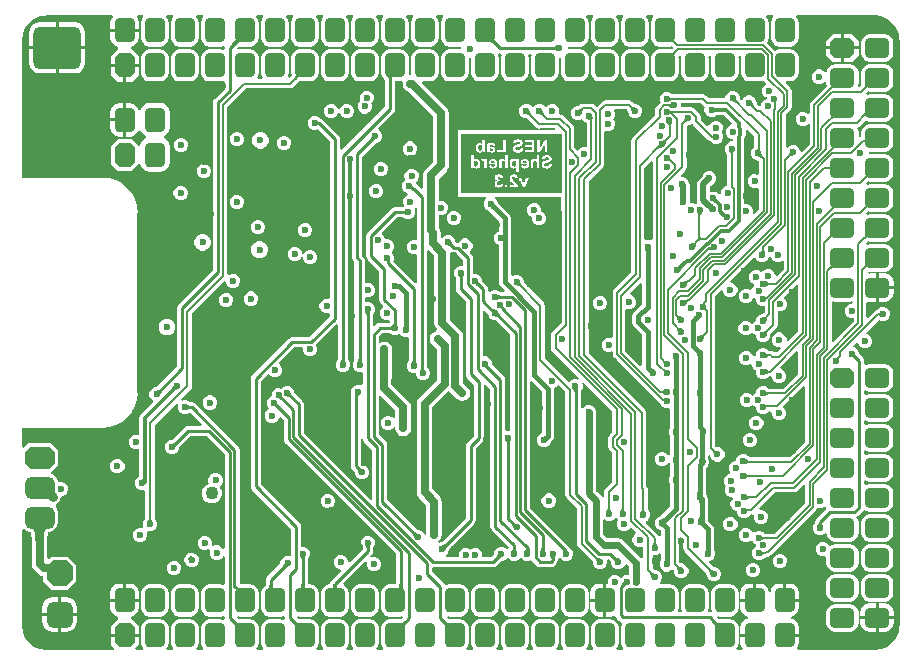
<source format=gbr>
%TF.GenerationSoftware,Altium Limited,Altium Designer,21.9.2 (33)*%
G04 Layer_Physical_Order=4*
G04 Layer_Color=16711680*
%FSLAX45Y45*%
%MOMM*%
%TF.SameCoordinates,7777544D-92F5-45BF-99EE-D781317D7DBF*%
%TF.FilePolarity,Positive*%
%TF.FileFunction,Copper,L4,Bot,Signal*%
%TF.Part,Single*%
G01*
G75*
%TA.AperFunction,Conductor*%
%ADD76C,0.25000*%
%ADD77C,0.15000*%
%ADD78C,0.30000*%
%ADD79C,0.40000*%
%ADD80C,0.20000*%
%ADD82C,0.50000*%
%ADD83C,0.70000*%
%ADD84C,0.60000*%
%ADD85C,0.80000*%
%TA.AperFunction,ComponentPad*%
G04:AMPARAMS|DCode=88|XSize=1.7mm|YSize=2.1mm|CornerRadius=0mm|HoleSize=0mm|Usage=FLASHONLY|Rotation=270.000|XOffset=0mm|YOffset=0mm|HoleType=Round|Shape=Octagon|*
%AMOCTAGOND88*
4,1,8,1.05000,0.42500,1.05000,-0.42500,0.62500,-0.85000,-0.62500,-0.85000,-1.05000,-0.42500,-1.05000,0.42500,-0.62500,0.85000,0.62500,0.85000,1.05000,0.42500,0.0*
%
%ADD88OCTAGOND88*%

G04:AMPARAMS|DCode=89|XSize=1.7mm|YSize=2.1mm|CornerRadius=0.425mm|HoleSize=0mm|Usage=FLASHONLY|Rotation=270.000|XOffset=0mm|YOffset=0mm|HoleType=Round|Shape=RoundedRectangle|*
%AMROUNDEDRECTD89*
21,1,1.70000,1.25001,0,0,270.0*
21,1,0.85000,2.10000,0,0,270.0*
1,1,0.85000,-0.62500,-0.42500*
1,1,0.85000,-0.62500,0.42500*
1,1,0.85000,0.62500,0.42500*
1,1,0.85000,0.62500,-0.42500*
%
%ADD89ROUNDEDRECTD89*%
G04:AMPARAMS|DCode=90|XSize=1.7mm|YSize=2.1mm|CornerRadius=0.425mm|HoleSize=0mm|Usage=FLASHONLY|Rotation=0.000|XOffset=0mm|YOffset=0mm|HoleType=Round|Shape=RoundedRectangle|*
%AMROUNDEDRECTD90*
21,1,1.70000,1.25001,0,0,0.0*
21,1,0.85000,2.10000,0,0,0.0*
1,1,0.85000,0.42500,-0.62500*
1,1,0.85000,-0.42500,-0.62500*
1,1,0.85000,-0.42500,0.62500*
1,1,0.85000,0.42500,0.62500*
%
%ADD90ROUNDEDRECTD90*%
G04:AMPARAMS|DCode=91|XSize=1.7mm|YSize=2.1mm|CornerRadius=0mm|HoleSize=0mm|Usage=FLASHONLY|Rotation=0.000|XOffset=0mm|YOffset=0mm|HoleType=Round|Shape=Octagon|*
%AMOCTAGOND91*
4,1,8,-0.42500,1.05000,0.42500,1.05000,0.85000,0.62500,0.85000,-0.62500,0.42500,-1.05000,-0.42500,-1.05000,-0.85000,-0.62500,-0.85000,0.62500,-0.42500,1.05000,0.0*
%
%ADD91OCTAGOND91*%

G04:AMPARAMS|DCode=92|XSize=4mm|YSize=3.6mm|CornerRadius=0.54mm|HoleSize=0mm|Usage=FLASHONLY|Rotation=0.000|XOffset=0mm|YOffset=0mm|HoleType=Round|Shape=RoundedRectangle|*
%AMROUNDEDRECTD92*
21,1,4.00000,2.52000,0,0,0.0*
21,1,2.92000,3.60000,0,0,0.0*
1,1,1.08000,1.46000,-1.26000*
1,1,1.08000,-1.46000,-1.26000*
1,1,1.08000,-1.46000,1.26000*
1,1,1.08000,1.46000,1.26000*
%
%ADD92ROUNDEDRECTD92*%
G04:AMPARAMS|DCode=93|XSize=2.2mm|YSize=2.2mm|CornerRadius=0.55mm|HoleSize=0mm|Usage=FLASHONLY|Rotation=270.000|XOffset=0mm|YOffset=0mm|HoleType=Round|Shape=RoundedRectangle|*
%AMROUNDEDRECTD93*
21,1,2.20000,1.10000,0,0,270.0*
21,1,1.10000,2.20000,0,0,270.0*
1,1,1.10000,-0.55000,-0.55000*
1,1,1.10000,-0.55000,0.55000*
1,1,1.10000,0.55000,0.55000*
1,1,1.10000,0.55000,-0.55000*
%
%ADD93ROUNDEDRECTD93*%
G04:AMPARAMS|DCode=94|XSize=2.2mm|YSize=2.2mm|CornerRadius=0mm|HoleSize=0mm|Usage=FLASHONLY|Rotation=270.000|XOffset=0mm|YOffset=0mm|HoleType=Round|Shape=Octagon|*
%AMOCTAGOND94*
4,1,8,-0.55000,-1.10000,0.55000,-1.10000,1.10000,-0.55000,1.10000,0.55000,0.55000,1.10000,-0.55000,1.10000,-1.10000,0.55000,-1.10000,-0.55000,-0.55000,-1.10000,0.0*
%
%ADD94OCTAGOND94*%

%TA.AperFunction,ViaPad*%
%ADD95C,0.60000*%
%ADD96C,1.10000*%
%TA.AperFunction,SMDPad,CuDef*%
G04:AMPARAMS|DCode=100|XSize=1.8mm|YSize=2.5mm|CornerRadius=0mm|HoleSize=0mm|Usage=FLASHONLY|Rotation=270.000|XOffset=0mm|YOffset=0mm|HoleType=Round|Shape=Octagon|*
%AMOCTAGOND100*
4,1,8,1.25000,0.45000,1.25000,-0.45000,0.80000,-0.90000,-0.80000,-0.90000,-1.25000,-0.45000,-1.25000,0.45000,-0.80000,0.90000,0.80000,0.90000,1.25000,0.45000,0.0*
%
%ADD100OCTAGOND100*%

G04:AMPARAMS|DCode=101|XSize=1.8mm|YSize=2.5mm|CornerRadius=0.45mm|HoleSize=0mm|Usage=FLASHONLY|Rotation=270.000|XOffset=0mm|YOffset=0mm|HoleType=Round|Shape=RoundedRectangle|*
%AMROUNDEDRECTD101*
21,1,1.80000,1.60000,0,0,270.0*
21,1,0.90000,2.50000,0,0,270.0*
1,1,0.90000,-0.80000,-0.45000*
1,1,0.90000,-0.80000,0.45000*
1,1,0.90000,0.80000,0.45000*
1,1,0.90000,0.80000,-0.45000*
%
%ADD101ROUNDEDRECTD101*%
G36*
X2999174Y5186581D02*
X2997207Y5187923D01*
X2994788Y5188465D01*
X2991918Y5188207D01*
X2988597Y5187149D01*
X2984824Y5185292D01*
X2980600Y5182636D01*
X2975924Y5179179D01*
X2970797Y5174923D01*
X2959189Y5164011D01*
X2941511Y5181689D01*
X2947367Y5187718D01*
X2956679Y5198424D01*
X2960136Y5203100D01*
X2962792Y5207324D01*
X2964650Y5211097D01*
X2965707Y5214418D01*
X2965965Y5217288D01*
X2965423Y5219707D01*
X2964081Y5221674D01*
X2999174Y5186581D01*
D02*
G37*
G36*
X6683910Y5209654D02*
X6683551Y5208238D01*
X6683648Y5206575D01*
X6684202Y5204664D01*
X6685211Y5202505D01*
X6686678Y5200099D01*
X6688601Y5197445D01*
X6690981Y5194544D01*
X6697109Y5187997D01*
X6686502Y5177391D01*
X6683105Y5180684D01*
X6677054Y5185899D01*
X6674401Y5187822D01*
X6671995Y5189288D01*
X6669836Y5190298D01*
X6667925Y5190852D01*
X6666261Y5190949D01*
X6664846Y5190590D01*
X6663678Y5189773D01*
X6684726Y5210822D01*
X6683910Y5209654D01*
D02*
G37*
G36*
X5162577Y5219707D02*
X5162035Y5217288D01*
X5162293Y5214418D01*
X5163350Y5211097D01*
X5165208Y5207324D01*
X5167864Y5203100D01*
X5171321Y5198424D01*
X5175577Y5193297D01*
X5186489Y5181689D01*
X5168811Y5164011D01*
X5162781Y5169867D01*
X5152076Y5179179D01*
X5147400Y5182636D01*
X5143176Y5185292D01*
X5139403Y5187149D01*
X5136082Y5188207D01*
X5133212Y5188465D01*
X5130793Y5187923D01*
X5128826Y5186581D01*
X5163919Y5221674D01*
X5162577Y5219707D01*
D02*
G37*
G36*
X8434462Y5410484D02*
X8485651Y5389281D01*
X8529609Y5355551D01*
X8563338Y5311594D01*
X8584542Y5260404D01*
X8589867Y5219955D01*
X8591113Y5205471D01*
X8591116Y5205460D01*
X8591116Y5190471D01*
X8591247Y270194D01*
X8591247Y269996D01*
Y255256D01*
X8589999Y240773D01*
X8584683Y200394D01*
X8563507Y149271D01*
X8529821Y105371D01*
X8485921Y71685D01*
X8434798Y50509D01*
X8381926Y43549D01*
X8379938Y43944D01*
X7730948D01*
X7722930Y58944D01*
X7735503Y77761D01*
X7741518Y108000D01*
Y157800D01*
X7620000D01*
Y183200D01*
X7741518D01*
Y233000D01*
X7735503Y263239D01*
X7718374Y288874D01*
X7692739Y306003D01*
X7673386Y309853D01*
Y325147D01*
X7692739Y328997D01*
X7718374Y346126D01*
X7735503Y371761D01*
X7741518Y402000D01*
Y451800D01*
X7620000D01*
Y464500D01*
X7607300D01*
Y606018D01*
X7577500D01*
X7547261Y600003D01*
X7521626Y582874D01*
X7504497Y557239D01*
X7500647Y537885D01*
X7485353D01*
X7481503Y557239D01*
X7464374Y582874D01*
X7438739Y600003D01*
X7408500Y606018D01*
X7378700D01*
Y464500D01*
X7366000D01*
Y451800D01*
X7244482D01*
Y402000D01*
X7250497Y371761D01*
X7267626Y346126D01*
X7293261Y328997D01*
X7312614Y325147D01*
Y309853D01*
X7293261Y306003D01*
X7267626Y288874D01*
X7250497Y263239D01*
X7244482Y233000D01*
Y183200D01*
X7366000D01*
Y157800D01*
X7244482D01*
Y108000D01*
X7250497Y77761D01*
X7263070Y58944D01*
X7255052Y43944D01*
X7214074D01*
X7208917Y58944D01*
X7222793Y79712D01*
X7228420Y108000D01*
Y233000D01*
X7222793Y261288D01*
X7206769Y285270D01*
X7182788Y301294D01*
X7154500Y306920D01*
X7069500D01*
X7059987Y305028D01*
X7059084Y305695D01*
X7051414Y312367D01*
X7046401Y317380D01*
X7053790Y331205D01*
X7069500Y328080D01*
X7154500D01*
X7182788Y333706D01*
X7206769Y349730D01*
X7222793Y373712D01*
X7228420Y402000D01*
Y527000D01*
X7222793Y555288D01*
X7206769Y579270D01*
X7182788Y595293D01*
X7154500Y600920D01*
X7069500D01*
X7041212Y595293D01*
X7017231Y579270D01*
X7001207Y555288D01*
X6995580Y527000D01*
Y402000D01*
X7000960Y374954D01*
X6997658Y369383D01*
X6992543Y363145D01*
X6977727Y364690D01*
X6969712Y378332D01*
X6974420Y402000D01*
Y527000D01*
X6968793Y555288D01*
X6952769Y579270D01*
X6928788Y595293D01*
X6900500Y600920D01*
X6815500D01*
X6787212Y595293D01*
X6763231Y579270D01*
X6747207Y555288D01*
X6741580Y527000D01*
Y402000D01*
X6746288Y378332D01*
X6738317Y364765D01*
X6723683D01*
X6715712Y378332D01*
X6720420Y402000D01*
Y527000D01*
X6714793Y555288D01*
X6698769Y579270D01*
X6674788Y595293D01*
X6646500Y600920D01*
X6564334D01*
X6559739Y607925D01*
X6557839Y615486D01*
X6570865Y628513D01*
X6580000Y650565D01*
Y674435D01*
X6570865Y696487D01*
X6553987Y713366D01*
X6531935Y722500D01*
X6528503D01*
X6521764Y723642D01*
X6516450Y724911D01*
X6515055Y725342D01*
X6514705Y725471D01*
X6500784Y739393D01*
Y845134D01*
X6508065Y850000D01*
X6531935D01*
X6553987Y859134D01*
X6556829Y861976D01*
X6570687Y856236D01*
Y802761D01*
X6561667Y780983D01*
Y757114D01*
X6570801Y735062D01*
X6587679Y718183D01*
X6609732Y709049D01*
X6633601D01*
X6655654Y718183D01*
X6662202Y724732D01*
X6677319Y726133D01*
X6682228Y723544D01*
X6684425Y712823D01*
X6685039Y708746D01*
Y705245D01*
X6694173Y683193D01*
X6711051Y666315D01*
X6733104Y657180D01*
X6756973D01*
X6779026Y666315D01*
X6795904Y683193D01*
X6805038Y705245D01*
Y729115D01*
X6795904Y751167D01*
X6779026Y768046D01*
X6756973Y777180D01*
X6753472D01*
X6749029Y777849D01*
X6741174Y779262D01*
X6735748Y780543D01*
X6728234Y788056D01*
Y994491D01*
X6742092Y1000231D01*
X6759217Y983106D01*
Y906005D01*
X6759216Y906003D01*
X6762321Y890396D01*
X6771162Y877165D01*
X6955329Y692998D01*
X6955458Y692649D01*
X6955806Y691525D01*
X6957827Y682302D01*
X6958301Y679255D01*
Y675768D01*
X6967435Y653716D01*
X6984313Y636837D01*
X7006366Y627703D01*
X7030235D01*
X7052288Y636837D01*
X7069166Y653716D01*
X7078300Y675768D01*
Y699638D01*
X7069166Y721690D01*
X7052288Y738568D01*
X7030235Y747703D01*
X7026804D01*
X7020065Y748845D01*
X7014750Y750114D01*
X7013355Y750545D01*
X7013006Y750674D01*
X6976015Y787665D01*
X6981755Y801523D01*
X6983200D01*
X7005253Y810658D01*
X7022131Y827536D01*
X7031266Y849589D01*
Y873458D01*
X7022245Y895235D01*
Y1069380D01*
X7018365Y1088889D01*
X7007314Y1105428D01*
X6973717Y1139025D01*
X6966401Y1156688D01*
X6966303Y1158133D01*
Y1319265D01*
X6962422Y1338774D01*
X6960000Y1342399D01*
Y1351935D01*
X6950979Y1373712D01*
Y1584147D01*
X6955144Y1585872D01*
X6972022Y1602750D01*
X6981157Y1624803D01*
Y1648672D01*
X6972136Y1670449D01*
Y1688809D01*
X6987137Y1699840D01*
X6988622Y1699377D01*
X6989387Y1695643D01*
X6990000Y1691568D01*
Y1688065D01*
X6999135Y1666013D01*
X7016013Y1649134D01*
X7038065Y1640000D01*
X7061935D01*
X7083987Y1649134D01*
X7100866Y1666013D01*
X7110000Y1688065D01*
Y1711935D01*
X7100866Y1733987D01*
X7083987Y1750865D01*
X7061935Y1760000D01*
X7058432D01*
X7053992Y1760668D01*
X7046136Y1762082D01*
X7040710Y1763362D01*
X7030734Y1773337D01*
Y3039089D01*
X7084765Y3093119D01*
X7099765Y3086906D01*
Y3081386D01*
X7108899Y3059333D01*
X7125777Y3042455D01*
X7147830Y3033321D01*
X7171699D01*
X7193752Y3042455D01*
X7210630Y3059333D01*
X7219765Y3081386D01*
Y3105255D01*
X7210630Y3127308D01*
X7193752Y3144186D01*
X7171699Y3153321D01*
X7166179D01*
X7159966Y3168321D01*
X7358435Y3366789D01*
X7376129Y3363270D01*
X7379135Y3356013D01*
X7396013Y3339135D01*
X7418065Y3330000D01*
X7441935D01*
X7463987Y3339135D01*
X7480866Y3356013D01*
X7486882Y3370538D01*
X7503118D01*
X7509135Y3356013D01*
X7526013Y3339135D01*
X7548065Y3330000D01*
X7571935D01*
X7593987Y3339135D01*
X7596766Y3341913D01*
X7611766Y3335699D01*
Y3268263D01*
X7555000Y3211498D01*
X7540000Y3217711D01*
Y3221935D01*
X7530866Y3243987D01*
X7513987Y3260865D01*
X7491935Y3270000D01*
X7468065D01*
X7446013Y3260865D01*
X7435640Y3250493D01*
X7416125Y3248794D01*
X7413575Y3251345D01*
X7391522Y3260479D01*
X7367653D01*
X7345600Y3251345D01*
X7328722Y3234466D01*
X7319588Y3212414D01*
Y3188545D01*
X7328722Y3166492D01*
X7345600Y3149614D01*
X7359433Y3143884D01*
X7360477Y3141820D01*
X7361811Y3126663D01*
X7349139Y3113991D01*
X7342089Y3096971D01*
X7329563Y3091684D01*
X7325004Y3091573D01*
X7305120Y3099809D01*
X7281250D01*
X7259198Y3090675D01*
X7242319Y3073796D01*
X7233185Y3051744D01*
Y3027875D01*
X7242319Y3005822D01*
X7259198Y2988944D01*
X7281250Y2979809D01*
X7305120D01*
X7327172Y2988944D01*
X7344050Y3005822D01*
X7350713Y3021907D01*
X7364958Y3027707D01*
X7365144Y3027629D01*
X7377578Y3017245D01*
Y3001331D01*
X7386713Y2979279D01*
X7403591Y2962400D01*
X7425644Y2953266D01*
X7449513D01*
X7451766Y2951761D01*
Y2901912D01*
X7444568Y2894714D01*
X7430859Y2891905D01*
X7426783Y2891292D01*
X7423282D01*
X7401229Y2882157D01*
X7384351Y2865279D01*
X7375217Y2843226D01*
Y2828820D01*
X7356013Y2820866D01*
X7339134Y2803988D01*
X7328496Y2812947D01*
X7321760Y2819683D01*
X7299707Y2828818D01*
X7275838D01*
X7253785Y2819683D01*
X7236907Y2802805D01*
X7227773Y2780753D01*
Y2756883D01*
X7236907Y2734831D01*
X7253785Y2717952D01*
X7275838Y2708818D01*
X7299707D01*
X7321760Y2717952D01*
X7338638Y2734830D01*
X7349277Y2725871D01*
X7356013Y2719135D01*
X7375217Y2711180D01*
Y2697078D01*
X7384351Y2675026D01*
X7401229Y2658148D01*
X7423282Y2649013D01*
X7447151D01*
X7469204Y2658148D01*
X7486082Y2675026D01*
X7495216Y2697078D01*
Y2700579D01*
X7495885Y2705023D01*
X7497298Y2712877D01*
X7498579Y2718304D01*
X7547036Y2766761D01*
X7555324Y2779165D01*
X7558234Y2793797D01*
Y2908918D01*
X7564800Y2913305D01*
X7588669D01*
X7610721Y2922439D01*
X7627600Y2939317D01*
X7636734Y2961370D01*
Y2985239D01*
X7627600Y3007292D01*
X7610722Y3024170D01*
X7609670Y3029455D01*
X7717908Y3137692D01*
X7731766Y3131952D01*
Y2745837D01*
X7649885Y2663956D01*
X7634885Y2670170D01*
Y2685268D01*
X7625751Y2707320D01*
X7608872Y2724199D01*
X7586820Y2733333D01*
X7562950D01*
X7540898Y2724199D01*
X7524019Y2707320D01*
X7514885Y2685268D01*
Y2661398D01*
X7524019Y2639346D01*
X7540898Y2622467D01*
X7562950Y2613333D01*
X7578048D01*
X7584262Y2598333D01*
X7551784Y2565855D01*
X7529534D01*
X7528353Y2567036D01*
X7515949Y2575324D01*
X7501318Y2578234D01*
X7486675D01*
X7474996Y2585941D01*
X7471680Y2588389D01*
X7469204Y2590866D01*
X7447151Y2600000D01*
X7423282D01*
X7401229Y2590866D01*
X7384351Y2573987D01*
X7375217Y2551935D01*
Y2534269D01*
X7370402Y2530561D01*
X7366695Y2530728D01*
X7353359Y2536172D01*
X7346268Y2553291D01*
X7329389Y2570169D01*
X7307337Y2579304D01*
X7283468D01*
X7261415Y2570169D01*
X7244537Y2553291D01*
X7235402Y2531239D01*
Y2507369D01*
X7244537Y2485317D01*
X7261415Y2468438D01*
X7283468Y2459304D01*
X7307337D01*
X7325004Y2466622D01*
X7340004Y2459455D01*
Y2455328D01*
X7349139Y2433276D01*
X7366017Y2416398D01*
X7378317Y2411303D01*
Y2388057D01*
X7387452Y2366004D01*
X7404330Y2349126D01*
X7426382Y2339992D01*
X7450252D01*
X7472304Y2349126D01*
X7475458Y2352280D01*
X7476023Y2352567D01*
X7479707Y2355469D01*
X7485908Y2360040D01*
X7490070Y2362741D01*
X7490975D01*
X7498961Y2364329D01*
X7513961Y2354566D01*
Y2351257D01*
X7523095Y2329205D01*
X7539974Y2312326D01*
X7562026Y2303192D01*
X7585896D01*
X7607948Y2312326D01*
X7624827Y2329205D01*
X7633961Y2351257D01*
Y2375127D01*
X7624827Y2397179D01*
X7607948Y2414057D01*
X7587721Y2422436D01*
X7581121Y2437050D01*
X7717908Y2573836D01*
X7731766Y2568096D01*
Y2383183D01*
X7604318Y2255735D01*
X7489021D01*
X7488953Y2255782D01*
X7480958Y2262384D01*
X7477972Y2265153D01*
X7475928Y2266411D01*
X7470499Y2271841D01*
X7448446Y2280975D01*
X7424577D01*
X7402524Y2271841D01*
X7385646Y2254962D01*
X7376512Y2232910D01*
Y2219820D01*
X7356012Y2211329D01*
X7343730Y2199047D01*
X7332748Y2210028D01*
X7310695Y2219163D01*
X7286826D01*
X7264773Y2210028D01*
X7247895Y2193150D01*
X7238761Y2171098D01*
Y2147228D01*
X7247895Y2125176D01*
X7264773Y2108297D01*
X7286826Y2099163D01*
X7310695D01*
X7332748Y2108297D01*
X7345030Y2120580D01*
X7356012Y2109598D01*
X7378064Y2100464D01*
X7378846D01*
Y2089041D01*
X7387980Y2066988D01*
X7404858Y2050110D01*
X7426911Y2040975D01*
X7450780D01*
X7472833Y2050110D01*
X7488077Y2065354D01*
X7494082Y2065753D01*
X7507500Y2055066D01*
Y2038065D01*
X7516634Y2016013D01*
X7533513Y1999134D01*
X7555565Y1990000D01*
X7579435D01*
X7601487Y1999134D01*
X7618366Y2016013D01*
X7627500Y2038065D01*
Y2061935D01*
X7618366Y2083987D01*
X7601487Y2100865D01*
X7601243Y2102091D01*
X7777908Y2278756D01*
X7791766Y2273016D01*
Y1806756D01*
X7660741Y1675731D01*
X7323053D01*
X7316303Y1681794D01*
X7313638Y1684525D01*
X7311047Y1686302D01*
X7303987Y1693362D01*
X7281935Y1702496D01*
X7258065D01*
X7236013Y1693362D01*
X7219134Y1676484D01*
X7210000Y1654431D01*
Y1641508D01*
X7195803D01*
X7173750Y1632373D01*
X7156872Y1615495D01*
X7147738Y1593442D01*
Y1569573D01*
X7155281Y1551362D01*
X7152555Y1541406D01*
X7148093Y1535086D01*
X7129122Y1527227D01*
X7112243Y1510349D01*
X7103109Y1488296D01*
Y1464427D01*
X7112243Y1442375D01*
X7121962Y1432656D01*
X7113751Y1412832D01*
Y1388963D01*
X7122885Y1366910D01*
X7139764Y1350032D01*
X7161816Y1340898D01*
X7174832D01*
X7181045Y1325898D01*
X7169135Y1313987D01*
X7160000Y1291935D01*
Y1268065D01*
X7169135Y1246013D01*
X7186013Y1229134D01*
X7208065Y1220000D01*
X7216379D01*
Y1208063D01*
X7225513Y1186010D01*
X7242391Y1169132D01*
X7264444Y1159998D01*
X7288313D01*
X7310366Y1169132D01*
X7327244Y1186010D01*
X7328982Y1190205D01*
X7343486Y1193713D01*
X7350433Y1188591D01*
X7355138Y1183656D01*
Y1161253D01*
X7364273Y1139200D01*
X7381151Y1122322D01*
X7403204Y1113188D01*
X7427073D01*
X7449126Y1122322D01*
X7466004Y1139200D01*
X7475138Y1161253D01*
Y1185122D01*
X7466004Y1207175D01*
X7449126Y1224053D01*
X7427073Y1233188D01*
X7408472D01*
X7401591Y1247520D01*
X7535837Y1381766D01*
X7700000D01*
X7714632Y1384676D01*
X7727036Y1392964D01*
X7777908Y1443836D01*
X7791766Y1438096D01*
Y1285837D01*
X7536446Y1030518D01*
X7452983D01*
X7442894Y1037851D01*
X7439716Y1040488D01*
X7438627Y1041078D01*
X7434789Y1044916D01*
X7412736Y1054051D01*
X7388867D01*
X7366814Y1044916D01*
X7361871Y1039973D01*
X7344177Y1043492D01*
X7340865Y1051487D01*
X7323987Y1068365D01*
X7301935Y1077500D01*
X7278065D01*
X7256013Y1068365D01*
X7239134Y1051487D01*
X7230000Y1029435D01*
Y1005565D01*
X7239134Y983513D01*
X7256013Y966634D01*
X7278065Y957500D01*
X7301935D01*
X7323987Y966634D01*
X7328930Y971578D01*
X7346624Y968058D01*
X7349936Y960064D01*
X7366814Y943185D01*
X7379391Y937976D01*
Y921197D01*
X7366519Y915866D01*
X7349641Y898987D01*
X7340507Y876935D01*
Y853065D01*
X7349641Y831013D01*
X7366519Y814135D01*
X7388572Y805000D01*
X7412441D01*
X7434494Y814135D01*
X7436947Y816588D01*
X7440261Y819002D01*
X7446835Y823507D01*
X7451665Y826449D01*
X7453991D01*
X7468623Y829360D01*
X7475866Y834200D01*
X7489242Y836860D01*
X7501646Y845149D01*
X7887036Y1230538D01*
X7895324Y1242942D01*
X7908065Y1250000D01*
X7931935D01*
X7953987Y1259134D01*
X7970811Y1254745D01*
X7974459Y1248418D01*
X7972508Y1242745D01*
X7969360Y1240641D01*
X7889359Y1160640D01*
X7879966Y1146582D01*
X7876668Y1130000D01*
Y1124991D01*
X7876419Y1124343D01*
X7875917Y1123247D01*
X7875362Y1122198D01*
X7872812Y1118139D01*
X7871586Y1116439D01*
X7869134Y1113987D01*
X7860000Y1091935D01*
Y1068065D01*
X7869134Y1046013D01*
X7886013Y1029135D01*
X7908065Y1020000D01*
X7931935D01*
X7953987Y1029135D01*
X7957209Y1032357D01*
X7973485Y1027420D01*
X7977207Y1008712D01*
X7993230Y984731D01*
X8017212Y968707D01*
X8045500Y963080D01*
X8170500D01*
X8198788Y968707D01*
X8222770Y984731D01*
X8238794Y1008712D01*
X8244420Y1037000D01*
Y1122000D01*
X8238794Y1150288D01*
X8226224Y1169100D01*
X8226583Y1169966D01*
X8240641Y1179360D01*
X8280641Y1219359D01*
X8290034Y1233417D01*
X8293212Y1234734D01*
X8311212Y1222707D01*
X8339500Y1217080D01*
X8464500D01*
X8492788Y1222707D01*
X8516770Y1238731D01*
X8532793Y1262712D01*
X8538420Y1291000D01*
Y1376000D01*
X8532793Y1404288D01*
X8516770Y1428269D01*
X8492788Y1444293D01*
X8464500Y1449920D01*
X8339500D01*
X8311212Y1444293D01*
X8306561Y1441186D01*
X8293332Y1448257D01*
Y1472743D01*
X8306561Y1479814D01*
X8311212Y1476707D01*
X8339500Y1471080D01*
X8464500D01*
X8492788Y1476707D01*
X8516770Y1492731D01*
X8532793Y1516712D01*
X8538420Y1545000D01*
Y1630000D01*
X8532793Y1658288D01*
X8516770Y1682269D01*
X8492788Y1698293D01*
X8464500Y1703920D01*
X8339500D01*
X8311212Y1698293D01*
X8306561Y1695186D01*
X8293332Y1702257D01*
Y1726743D01*
X8306561Y1733814D01*
X8311212Y1730707D01*
X8339500Y1725080D01*
X8464500D01*
X8492788Y1730707D01*
X8516770Y1746731D01*
X8532793Y1770712D01*
X8538420Y1799000D01*
Y1884000D01*
X8532793Y1912288D01*
X8516770Y1936269D01*
X8492788Y1952293D01*
X8464500Y1957920D01*
X8339500D01*
X8311212Y1952293D01*
X8306561Y1949186D01*
X8293332Y1956257D01*
Y1980743D01*
X8306561Y1987814D01*
X8311212Y1984707D01*
X8339500Y1979080D01*
X8464500D01*
X8492788Y1984707D01*
X8516770Y2000731D01*
X8532793Y2024712D01*
X8538420Y2053000D01*
Y2138000D01*
X8532793Y2166288D01*
X8516770Y2190269D01*
X8492788Y2206293D01*
X8464500Y2211920D01*
X8339500D01*
X8311212Y2206293D01*
X8306561Y2203186D01*
X8293332Y2210257D01*
Y2234743D01*
X8306561Y2241814D01*
X8311212Y2238707D01*
X8339500Y2233080D01*
X8464500D01*
X8492788Y2238707D01*
X8516770Y2254731D01*
X8532793Y2278712D01*
X8538420Y2307000D01*
Y2392000D01*
X8532793Y2420288D01*
X8516770Y2444269D01*
X8492788Y2460293D01*
X8464500Y2465920D01*
X8339500D01*
X8311212Y2460293D01*
X8306561Y2457186D01*
X8293332Y2464257D01*
Y2489116D01*
X8290034Y2505699D01*
X8280641Y2519757D01*
X8252959Y2547439D01*
X8252677Y2548073D01*
X8252255Y2549206D01*
X8251906Y2550338D01*
X8250840Y2555006D01*
X8250504Y2557082D01*
Y2560547D01*
X8241370Y2582599D01*
X8224492Y2599478D01*
X8202439Y2608612D01*
X8202282D01*
X8196542Y2622470D01*
X8227183Y2653111D01*
X8241041Y2647371D01*
Y2646035D01*
X8250175Y2623983D01*
X8267053Y2607105D01*
X8289106Y2597970D01*
X8312975D01*
X8335028Y2607105D01*
X8351906Y2623983D01*
X8361040Y2646035D01*
Y2669905D01*
X8351906Y2691957D01*
X8335028Y2708836D01*
X8312975Y2717970D01*
X8311640D01*
X8305900Y2731828D01*
X8414581Y2840510D01*
X8415153Y2839938D01*
X8437205Y2830804D01*
X8461075D01*
X8483127Y2839938D01*
X8500005Y2856816D01*
X8509140Y2878869D01*
Y2902738D01*
X8500005Y2924791D01*
X8483127Y2941669D01*
X8461075Y2950804D01*
X8437205D01*
X8415153Y2941669D01*
X8398274Y2924791D01*
X8397998Y2924124D01*
X8393217Y2923173D01*
X8380813Y2914885D01*
X8322592Y2856664D01*
X8308734Y2862404D01*
Y2980808D01*
X8323734Y2993118D01*
X8339500Y2989982D01*
X8389300D01*
Y3111500D01*
Y3233018D01*
X8339500D01*
X8334828Y3232089D01*
X8323966Y3240857D01*
X8334898Y3249995D01*
X8339500Y3249080D01*
X8464500D01*
X8492788Y3254707D01*
X8516770Y3270731D01*
X8532793Y3294712D01*
X8538420Y3323000D01*
Y3408000D01*
X8532793Y3436288D01*
X8516770Y3460269D01*
X8492788Y3476293D01*
X8464500Y3481920D01*
X8339500D01*
X8314790Y3477005D01*
X8306149Y3489578D01*
X8322944Y3506373D01*
X8339500Y3503080D01*
X8464500D01*
X8492788Y3508707D01*
X8516770Y3524731D01*
X8532793Y3548712D01*
X8538420Y3577000D01*
Y3662000D01*
X8532793Y3690288D01*
X8516770Y3714269D01*
X8492788Y3730293D01*
X8464500Y3735920D01*
X8339500D01*
X8314790Y3731005D01*
X8306149Y3743578D01*
X8322944Y3760373D01*
X8339500Y3757080D01*
X8464500D01*
X8492788Y3762707D01*
X8516770Y3778731D01*
X8532793Y3802712D01*
X8538420Y3831000D01*
Y3916000D01*
X8532793Y3944288D01*
X8516770Y3968269D01*
X8492788Y3984293D01*
X8464500Y3989920D01*
X8339500D01*
X8314790Y3985005D01*
X8306149Y3997578D01*
X8322944Y4014373D01*
X8339500Y4011080D01*
X8464500D01*
X8492788Y4016707D01*
X8516770Y4032731D01*
X8532793Y4056712D01*
X8538420Y4085000D01*
Y4170000D01*
X8532793Y4198288D01*
X8516770Y4222269D01*
X8492788Y4238293D01*
X8464500Y4243920D01*
X8339500D01*
X8332198Y4254354D01*
X8333868Y4256806D01*
X8344253Y4265080D01*
X8464500D01*
X8492788Y4270707D01*
X8516770Y4286731D01*
X8532793Y4310712D01*
X8538420Y4339000D01*
Y4424000D01*
X8532793Y4452288D01*
X8516770Y4476269D01*
X8492788Y4492293D01*
X8464500Y4497920D01*
X8339500D01*
X8311212Y4492293D01*
X8287230Y4476269D01*
X8271206Y4452288D01*
X8265580Y4424000D01*
Y4395480D01*
X8259420Y4391138D01*
X8244420Y4398915D01*
Y4424000D01*
X8238794Y4452288D01*
X8235294Y4457525D01*
X8242198Y4474192D01*
X8244632Y4474676D01*
X8257036Y4482964D01*
X8303758Y4529687D01*
X8311212Y4524707D01*
X8339500Y4519080D01*
X8464500D01*
X8492788Y4524707D01*
X8516770Y4540731D01*
X8532793Y4564712D01*
X8538420Y4593000D01*
Y4678000D01*
X8532793Y4706288D01*
X8516770Y4730269D01*
X8492788Y4746293D01*
X8464500Y4751920D01*
X8339500D01*
X8314790Y4747005D01*
X8306149Y4759578D01*
X8322944Y4776373D01*
X8339500Y4773080D01*
X8464500D01*
X8492788Y4778707D01*
X8516770Y4794731D01*
X8532793Y4818712D01*
X8538420Y4847000D01*
Y4932000D01*
X8532793Y4960288D01*
X8516770Y4984269D01*
X8492788Y5000293D01*
X8464500Y5005920D01*
X8339500D01*
X8311212Y5000293D01*
X8287230Y4984269D01*
X8271206Y4960288D01*
X8265580Y4932000D01*
Y4847000D01*
X8268873Y4830444D01*
X8252078Y4813650D01*
X8239505Y4822290D01*
X8244420Y4847000D01*
Y4932000D01*
X8238794Y4960288D01*
X8222770Y4984269D01*
X8198788Y5000293D01*
X8170500Y5005920D01*
X8045500D01*
X8017212Y5000293D01*
X7993230Y4984269D01*
X7977207Y4960288D01*
X7973383Y4941068D01*
X7971545Y4940028D01*
X7957375Y4937478D01*
X7943987Y4950866D01*
X7921935Y4960000D01*
X7898065D01*
X7876013Y4950866D01*
X7859134Y4933987D01*
X7850000Y4911935D01*
Y4888065D01*
X7859134Y4866013D01*
X7876013Y4849135D01*
X7898065Y4840000D01*
X7921935D01*
X7943987Y4849135D01*
X7956580Y4861727D01*
X7971580Y4855666D01*
Y4847000D01*
X7976781Y4820852D01*
X7842964Y4687036D01*
X7834676Y4674631D01*
X7831766Y4660000D01*
Y4587893D01*
X7816766Y4581680D01*
X7806442Y4592003D01*
X7784390Y4601138D01*
X7760520D01*
X7738468Y4592003D01*
X7721589Y4575125D01*
X7712455Y4553072D01*
Y4529203D01*
X7721589Y4507150D01*
X7738468Y4490272D01*
X7760520Y4481138D01*
X7784390D01*
X7806442Y4490272D01*
X7816766Y4500596D01*
X7831766Y4494382D01*
Y4325837D01*
X7766318Y4260390D01*
X7751319Y4266603D01*
Y4271533D01*
X7742184Y4293586D01*
X7725306Y4310464D01*
X7703253Y4319599D01*
X7679384D01*
X7657331Y4310464D01*
X7643234Y4296367D01*
X7630181Y4299790D01*
X7628234Y4300966D01*
Y4574163D01*
X7667036Y4612964D01*
X7675324Y4625368D01*
X7678234Y4640000D01*
Y4779576D01*
X7675324Y4794208D01*
X7667036Y4806612D01*
X7627426Y4846222D01*
X7633166Y4860080D01*
X7662500D01*
X7690788Y4865707D01*
X7714769Y4881730D01*
X7730793Y4905712D01*
X7736420Y4934000D01*
Y5059000D01*
X7730793Y5087288D01*
X7714769Y5111270D01*
X7690788Y5127294D01*
X7662500Y5132920D01*
X7577500D01*
X7549212Y5127294D01*
X7536873Y5119049D01*
X7468549Y5187373D01*
X7476793Y5199712D01*
X7482420Y5228000D01*
Y5353000D01*
X7476793Y5381288D01*
X7462917Y5402056D01*
X7468074Y5417056D01*
X7517926D01*
X7523083Y5402056D01*
X7509207Y5381288D01*
X7503580Y5353000D01*
Y5228000D01*
X7509207Y5199712D01*
X7525231Y5175730D01*
X7549212Y5159706D01*
X7577500Y5154080D01*
X7662500D01*
X7690788Y5159706D01*
X7714769Y5175730D01*
X7730793Y5199712D01*
X7736420Y5228000D01*
Y5353000D01*
X7730793Y5381288D01*
X7716917Y5402056D01*
X7722074Y5417056D01*
X8379531D01*
X8381527Y5417453D01*
X8434462Y5410484D01*
D02*
G37*
G36*
X6507083Y5402056D02*
X6493207Y5381288D01*
X6487580Y5353000D01*
Y5228000D01*
X6493207Y5199712D01*
X6509231Y5175730D01*
X6533212Y5159706D01*
X6561500Y5154080D01*
X6646500D01*
X6663056Y5157373D01*
X6676928Y5143500D01*
X6663056Y5129627D01*
X6646500Y5132920D01*
X6561500D01*
X6533212Y5127294D01*
X6509231Y5111270D01*
X6493207Y5087288D01*
X6487580Y5059000D01*
Y4934000D01*
X6493207Y4905712D01*
X6509231Y4881730D01*
X6533212Y4865707D01*
X6561500Y4860080D01*
X6646500D01*
X6674788Y4865707D01*
X6698769Y4881730D01*
X6714793Y4905712D01*
X6720420Y4934000D01*
Y5059000D01*
X6718682Y5067741D01*
X6730361Y5080694D01*
X6731042Y5080650D01*
X6742835Y5065312D01*
X6741580Y5059000D01*
Y4934000D01*
X6747207Y4905712D01*
X6763231Y4881730D01*
X6787212Y4865707D01*
X6815500Y4860080D01*
X6900500D01*
X6928788Y4865707D01*
X6952769Y4881730D01*
X6968793Y4905712D01*
X6974420Y4934000D01*
Y5059000D01*
X6972396Y5069178D01*
X6983485Y5082855D01*
X6986515D01*
X6997604Y5069178D01*
X6995580Y5059000D01*
Y4934000D01*
X7001207Y4905712D01*
X7017231Y4881730D01*
X7041212Y4865707D01*
X7069500Y4860080D01*
X7154500D01*
X7182788Y4865707D01*
X7206769Y4881730D01*
X7222793Y4905712D01*
X7228420Y4934000D01*
Y5059000D01*
X7226396Y5069178D01*
X7237485Y5082855D01*
X7240515D01*
X7251604Y5069178D01*
X7249580Y5059000D01*
Y4934000D01*
X7255207Y4905712D01*
X7271231Y4881730D01*
X7295212Y4865707D01*
X7323500Y4860080D01*
X7408500D01*
X7429599Y4864277D01*
X7444676Y4865368D01*
X7452964Y4852964D01*
X7459938Y4845991D01*
X7457012Y4831279D01*
X7456013Y4830866D01*
X7439134Y4813987D01*
X7430000Y4791935D01*
Y4768065D01*
X7439134Y4746013D01*
X7456013Y4729135D01*
X7467876Y4724220D01*
X7468501Y4719629D01*
X7468012Y4709277D01*
X7447755Y4700886D01*
X7430877Y4684008D01*
X7421743Y4661955D01*
Y4658661D01*
X7410148Y4649145D01*
X7408827Y4649408D01*
X7404664D01*
X7383423Y4670649D01*
X7380613Y4684357D01*
X7380000Y4688434D01*
Y4691935D01*
X7370866Y4713987D01*
X7353987Y4730866D01*
X7331935Y4740000D01*
X7308065D01*
X7286013Y4730866D01*
X7269135Y4713987D01*
X7264505Y4702811D01*
X7246812Y4699292D01*
X7240909Y4705194D01*
X7238100Y4718903D01*
X7237486Y4722979D01*
Y4726480D01*
X7228352Y4748533D01*
X7211474Y4765411D01*
X7189421Y4774545D01*
X7165552D01*
X7143499Y4765411D01*
X7126621Y4748533D01*
X7117486Y4726480D01*
Y4718234D01*
X6975837D01*
X6957036Y4737036D01*
X6944632Y4745324D01*
X6930000Y4748234D01*
X6671458D01*
X6659779Y4755941D01*
X6656463Y4758389D01*
X6653987Y4760866D01*
X6631935Y4770000D01*
X6608065D01*
X6586013Y4760866D01*
X6569134Y4743987D01*
X6560000Y4721935D01*
Y4698065D01*
X6567760Y4679332D01*
X6532964Y4644537D01*
X6524676Y4632132D01*
X6521766Y4617501D01*
Y4575837D01*
X6332964Y4387036D01*
X6324676Y4374632D01*
X6321766Y4360000D01*
Y3245837D01*
X6172964Y3097036D01*
X6164676Y3084632D01*
X6161766Y3070000D01*
Y2695288D01*
X6149294Y2686954D01*
X6141935Y2690002D01*
X6118066D01*
X6096013Y2680868D01*
X6079135Y2663990D01*
X6070001Y2641937D01*
Y2618068D01*
X6079135Y2596015D01*
X6096013Y2579137D01*
X6118066Y2570002D01*
X6141935D01*
X6149294Y2573050D01*
X6161766Y2564717D01*
Y2547574D01*
X6164676Y2532942D01*
X6172964Y2520538D01*
X6332964Y2360538D01*
X6559628Y2133874D01*
X6562543Y2131927D01*
X6569134Y2116013D01*
X6586013Y2099134D01*
X6608065Y2090000D01*
X6631935D01*
X6636549Y2091911D01*
X6649020Y2083578D01*
Y1923712D01*
X6640000Y1901935D01*
Y1878065D01*
X6649135Y1856013D01*
X6649879Y1855269D01*
Y1696704D01*
X6647083Y1694031D01*
X6630865Y1693987D01*
X6613987Y1710866D01*
X6591935Y1720000D01*
X6568065D01*
X6546013Y1710866D01*
X6529135Y1693987D01*
X6520000Y1671935D01*
Y1648065D01*
X6529135Y1626013D01*
X6546013Y1609134D01*
X6568065Y1600000D01*
X6591935D01*
X6613987Y1609134D01*
X6630866Y1626013D01*
X6631542Y1627645D01*
X6647778D01*
X6650851Y1620224D01*
X6651121Y1619955D01*
Y1515643D01*
X6642485Y1494793D01*
Y1470923D01*
X6651505Y1449146D01*
Y1263601D01*
X6567790Y1179886D01*
X6546013Y1170866D01*
X6529135Y1153987D01*
X6520000Y1131935D01*
Y1108065D01*
X6529135Y1086013D01*
X6546013Y1069135D01*
X6567790Y1060114D01*
X6570687Y1057217D01*
Y1011247D01*
X6555687Y1008589D01*
X6548838Y1018838D01*
X6548838Y1018839D01*
X6445541Y1122136D01*
X6448467Y1136848D01*
X6453987Y1139134D01*
X6470866Y1156013D01*
X6480000Y1178065D01*
Y1201935D01*
X6470866Y1223987D01*
X6468388Y1226464D01*
X6465722Y1230076D01*
X6461167Y1236629D01*
X6458234Y1241373D01*
Y1408608D01*
X6455324Y1423239D01*
X6448234Y1433850D01*
Y2050000D01*
X6445324Y2064632D01*
X6437036Y2077036D01*
X5958234Y2555837D01*
Y4014163D01*
X6079536Y4135464D01*
X6087824Y4147868D01*
X6090734Y4162500D01*
Y4433679D01*
X6103206Y4442013D01*
X6108063Y4440001D01*
X6131933D01*
X6153985Y4449136D01*
X6170863Y4466014D01*
X6179998Y4488066D01*
Y4511936D01*
X6170863Y4533988D01*
X6164851Y4540001D01*
X6170863Y4546014D01*
X6179998Y4568066D01*
Y4591936D01*
X6173855Y4606765D01*
X6182685Y4621766D01*
X6284163D01*
X6286577Y4619351D01*
X6289387Y4605643D01*
X6290000Y4601566D01*
Y4598065D01*
X6299134Y4576013D01*
X6316013Y4559134D01*
X6338065Y4550000D01*
X6361935D01*
X6383987Y4559134D01*
X6400866Y4576013D01*
X6410000Y4598065D01*
Y4621935D01*
X6400866Y4643987D01*
X6383987Y4660865D01*
X6361935Y4670000D01*
X6358434D01*
X6353990Y4670668D01*
X6346136Y4672082D01*
X6340709Y4673362D01*
X6327036Y4687036D01*
X6314632Y4695324D01*
X6300000Y4698234D01*
X6100000D01*
X6085368Y4695324D01*
X6072964Y4687036D01*
X6026801Y4640872D01*
X6008837Y4658837D01*
X5995605Y4667677D01*
X5979998Y4670782D01*
X5979997Y4670782D01*
X5910001D01*
X5894394Y4667677D01*
X5881162Y4658837D01*
X5881162Y4658836D01*
X5875296Y4652970D01*
X5874947Y4652841D01*
X5873823Y4652493D01*
X5864600Y4650472D01*
X5861553Y4649998D01*
X5858066D01*
X5836014Y4640864D01*
X5819135Y4623986D01*
X5810001Y4601933D01*
Y4578064D01*
X5819135Y4556011D01*
X5836014Y4539133D01*
X5858066Y4529999D01*
X5881936D01*
X5897258Y4536345D01*
X5915244Y4532120D01*
X5932122Y4515242D01*
X5937999Y4512808D01*
X5939319Y4511769D01*
X5941766Y4510526D01*
Y4306569D01*
X5931935Y4300000D01*
X5908065D01*
X5886013Y4290865D01*
X5869135Y4273987D01*
X5866385Y4273440D01*
X5838234Y4301591D01*
Y4460000D01*
X5835324Y4474632D01*
X5827036Y4487036D01*
X5747036Y4567036D01*
X5734632Y4575324D01*
X5720000Y4578234D01*
X5715287D01*
X5706954Y4590706D01*
X5710001Y4598064D01*
Y4621933D01*
X5700867Y4643986D01*
X5683989Y4660864D01*
X5661936Y4669998D01*
X5638067D01*
X5616014Y4660864D01*
X5605208Y4650058D01*
X5595409Y4645659D01*
X5585610Y4650058D01*
X5574804Y4660864D01*
X5552752Y4669998D01*
X5528882D01*
X5506830Y4660864D01*
X5495009Y4649043D01*
X5485409Y4645610D01*
X5475810Y4649043D01*
X5463989Y4660864D01*
X5441937Y4669998D01*
X5418067D01*
X5396015Y4660864D01*
X5379136Y4643986D01*
X5370002Y4621933D01*
Y4598064D01*
X5379136Y4576011D01*
X5396015Y4559133D01*
X5418067Y4549999D01*
X5421499D01*
X5428237Y4548856D01*
X5433552Y4547588D01*
X5434947Y4547156D01*
X5435296Y4547027D01*
X5471161Y4511163D01*
X5471162Y4511162D01*
X5511162Y4471161D01*
X5524393Y4462321D01*
X5540000Y4459216D01*
X5552816Y4461766D01*
X5673620D01*
X5675547Y4458882D01*
X5667529Y4443882D01*
X4851812D01*
Y3883882D01*
X5089431D01*
X5092272Y3878266D01*
X5094029Y3868882D01*
X5079137Y3853990D01*
X5070003Y3831937D01*
Y3808068D01*
X5079137Y3786015D01*
X5096015Y3769137D01*
X5117792Y3760117D01*
X5199023Y3678886D01*
Y3586255D01*
X5186012Y3580866D01*
X5169134Y3563988D01*
X5160000Y3541935D01*
Y3518066D01*
X5169134Y3496013D01*
X5186012Y3479135D01*
X5199023Y3473746D01*
Y3159998D01*
X5202903Y3140489D01*
X5213954Y3123950D01*
X5246964Y3090941D01*
X5241223Y3077083D01*
X5211239D01*
X5210591Y3077332D01*
X5209496Y3077834D01*
X5208446Y3078389D01*
X5204388Y3080938D01*
X5202687Y3082165D01*
X5200235Y3084616D01*
X5178183Y3093750D01*
X5154314D01*
X5132261Y3084616D01*
X5123331Y3075686D01*
X5108331Y3081900D01*
Y3097555D01*
X5105033Y3114138D01*
X5095639Y3128196D01*
X5059600Y3164235D01*
X5059318Y3164870D01*
X5058896Y3166003D01*
X5058547Y3167135D01*
X5057481Y3171803D01*
X5057145Y3173879D01*
Y3177344D01*
X5048011Y3199396D01*
X5031132Y3216274D01*
X5009080Y3225409D01*
X4985211D01*
X4982982Y3226898D01*
Y3360354D01*
X4979684Y3376937D01*
X4979683Y3376938D01*
X4970290Y3390996D01*
X4955617Y3405667D01*
X4957034Y3425463D01*
X4966726Y3435155D01*
X4975860Y3457207D01*
Y3481077D01*
X4966726Y3503129D01*
X4949847Y3520008D01*
X4927795Y3529142D01*
X4903925D01*
X4881873Y3520008D01*
X4864995Y3503129D01*
X4859640Y3490203D01*
X4851512Y3491819D01*
X4839458D01*
X4832453Y3498825D01*
X4832170Y3499459D01*
X4831749Y3500592D01*
X4831400Y3501724D01*
X4830334Y3506392D01*
X4829998Y3508468D01*
Y3511933D01*
X4820864Y3533985D01*
X4803985Y3550864D01*
X4781933Y3559998D01*
X4758063D01*
X4736011Y3550864D01*
X4721442Y3536294D01*
X4710523Y3538672D01*
X4706442Y3540893D01*
Y3576491D01*
X4706884Y3578713D01*
X4706882Y3578720D01*
X4706884Y3578727D01*
X4703031Y3598080D01*
X4701839Y3604074D01*
X4701838Y3604076D01*
X4701835Y3604088D01*
X4688494Y3624048D01*
Y3723607D01*
X4698054Y3729995D01*
X4721923D01*
X4743975Y3739129D01*
X4760854Y3756008D01*
X4769988Y3778060D01*
Y3801930D01*
X4760854Y3823982D01*
X4743975Y3840860D01*
X4721923Y3849995D01*
X4698054D01*
X4688494Y3856382D01*
Y4034767D01*
X4756862Y4103138D01*
X4764005Y4113830D01*
X4771227Y4124638D01*
X4771227Y4124639D01*
X4771227Y4124639D01*
X4773762Y4137385D01*
X4776271Y4149999D01*
Y4200002D01*
Y4589998D01*
X4771227Y4615360D01*
X4756860Y4636861D01*
X4547499Y4846222D01*
X4553240Y4860080D01*
X4614500D01*
X4642788Y4865707D01*
X4666769Y4881730D01*
X4682793Y4905712D01*
X4688420Y4934000D01*
Y5059000D01*
X4682793Y5087288D01*
X4666769Y5111270D01*
X4642788Y5127294D01*
X4614500Y5132920D01*
X4529500D01*
X4501212Y5127294D01*
X4477231Y5111270D01*
X4461207Y5087288D01*
X4455580Y5059000D01*
Y4934000D01*
X4458111Y4921273D01*
X4454792Y4915135D01*
X4443300Y4910988D01*
X4431935Y4921507D01*
X4434420Y4934000D01*
Y5059000D01*
X4428793Y5087288D01*
X4412769Y5111270D01*
X4388788Y5127294D01*
X4360500Y5132920D01*
X4275500D01*
X4247212Y5127294D01*
X4223231Y5111270D01*
X4207207Y5087288D01*
X4201580Y5059000D01*
Y4934000D01*
X4207207Y4905712D01*
X4223231Y4881730D01*
X4235313Y4873657D01*
Y4646596D01*
X3867190Y4278473D01*
X3853332Y4284213D01*
Y4369999D01*
X3850034Y4386582D01*
X3840641Y4400639D01*
X3707336Y4533944D01*
X3693278Y4543337D01*
X3690939Y4543802D01*
X3690863Y4543986D01*
X3673985Y4560864D01*
X3651932Y4569998D01*
X3628063D01*
X3606011Y4560864D01*
X3589132Y4543986D01*
X3579998Y4521933D01*
Y4498064D01*
X3589132Y4476011D01*
X3606011Y4459133D01*
X3628063Y4449999D01*
X3651932D01*
X3663802Y4454915D01*
X3766668Y4352050D01*
Y3027395D01*
X3754196Y3019062D01*
X3751932Y3019999D01*
X3728063D01*
X3706010Y3010865D01*
X3689132Y2993986D01*
X3679998Y2971934D01*
Y2948064D01*
X3689132Y2926012D01*
X3706010Y2909134D01*
X3728063Y2899999D01*
X3751932D01*
X3754196Y2900937D01*
X3766668Y2892603D01*
Y2867951D01*
X3592052Y2693335D01*
X3450001D01*
X3433418Y2690036D01*
X3419360Y2680643D01*
X3109358Y2370641D01*
X3099965Y2356583D01*
X3096666Y2340000D01*
Y1430000D01*
X3099965Y1413417D01*
X3109358Y1399359D01*
X3439170Y1069552D01*
Y846359D01*
X3426698Y838026D01*
X3421935Y839998D01*
X3398066D01*
X3376014Y830864D01*
X3359135Y813986D01*
X3350001Y791933D01*
Y788468D01*
X3349665Y786395D01*
X3348600Y781729D01*
X3348249Y780593D01*
X3347830Y779465D01*
X3347546Y778828D01*
X3315353Y746637D01*
X3315353Y746636D01*
X3315351Y746635D01*
X3239360Y670638D01*
X3235623Y665046D01*
X3229967Y656581D01*
X3229967Y656580D01*
X3229967Y656580D01*
X3229080Y652122D01*
X3226669Y639999D01*
Y600250D01*
X3226472Y594578D01*
X3226200Y591945D01*
X3207231Y579270D01*
X3191207Y555288D01*
X3185580Y527000D01*
Y402000D01*
X3191207Y373712D01*
X3207231Y349730D01*
X3231212Y333706D01*
X3259500Y328080D01*
X3344500D01*
X3371668Y333484D01*
X3375114Y333247D01*
X3386668Y327071D01*
Y316499D01*
X3388146Y309072D01*
X3374646Y300052D01*
X3372788Y301294D01*
X3344500Y306920D01*
X3259500D01*
X3231212Y301294D01*
X3207231Y285270D01*
X3191207Y261288D01*
X3185580Y233000D01*
Y108000D01*
X3191207Y79712D01*
X3205083Y58944D01*
X3199926Y43944D01*
X3150074D01*
X3144917Y58944D01*
X3158793Y79712D01*
X3164420Y108000D01*
Y233000D01*
X3158793Y261288D01*
X3142769Y285270D01*
X3118788Y301294D01*
X3090500Y306920D01*
X3005500D01*
X2995987Y305028D01*
X2995084Y305695D01*
X2987414Y312367D01*
X2982401Y317380D01*
X2989790Y331205D01*
X3005500Y328080D01*
X3090500D01*
X3118788Y333706D01*
X3142769Y349730D01*
X3158793Y373712D01*
X3164420Y402000D01*
Y527000D01*
X3158793Y555288D01*
X3142769Y579270D01*
X3118788Y595293D01*
X3090500Y600920D01*
X3010748D01*
X3003332Y607255D01*
Y1740002D01*
X3000033Y1756584D01*
X2990640Y1770642D01*
X2630640Y2130641D01*
X2616583Y2140035D01*
X2600000Y2143333D01*
X2584991D01*
X2584343Y2143582D01*
X2583247Y2144084D01*
X2582198Y2144639D01*
X2578139Y2147188D01*
X2576439Y2148415D01*
X2573987Y2150866D01*
X2551935Y2160001D01*
X2528065D01*
X2512402Y2153513D01*
X2503906Y2166229D01*
X2588838Y2251162D01*
X2588838Y2251162D01*
X2597679Y2264393D01*
X2600784Y2280001D01*
X2600783Y2280002D01*
Y2893109D01*
X2875002Y3167327D01*
X2890002Y3161114D01*
Y3158067D01*
X2899136Y3136014D01*
X2916014Y3119136D01*
X2938067Y3110001D01*
X2961936D01*
X2983989Y3119136D01*
X3000867Y3136014D01*
X3010002Y3158067D01*
Y3181936D01*
X3000867Y3203989D01*
X2983989Y3220867D01*
X2961936Y3230001D01*
X2938067D01*
X2916014Y3220867D01*
X2915783Y3220635D01*
X2900783Y3226849D01*
Y4643106D01*
X3056893Y4799216D01*
X3429999D01*
X3430000Y4799216D01*
X3445608Y4802321D01*
X3458839Y4811162D01*
X3503257Y4855580D01*
X3506793Y4858901D01*
X3509236Y4860928D01*
X3513500Y4860080D01*
X3598500D01*
X3626788Y4865707D01*
X3650769Y4881730D01*
X3666793Y4905712D01*
X3672420Y4934000D01*
Y5059000D01*
X3666793Y5087288D01*
X3650769Y5111270D01*
X3626788Y5127294D01*
X3598500Y5132920D01*
X3513500D01*
X3485212Y5127294D01*
X3461231Y5111270D01*
X3445207Y5087288D01*
X3439580Y5059000D01*
Y4934000D01*
X3444005Y4911753D01*
X3443551Y4911227D01*
X3422590Y4890266D01*
X3420869Y4890799D01*
X3412793Y4905712D01*
X3418420Y4934000D01*
Y5059000D01*
X3412793Y5087288D01*
X3396769Y5111270D01*
X3372788Y5127294D01*
X3344500Y5132920D01*
X3259500D01*
X3231212Y5127294D01*
X3207231Y5111270D01*
X3191207Y5087288D01*
X3185580Y5059000D01*
Y4934000D01*
X3191207Y4905712D01*
X3197840Y4895783D01*
X3189823Y4880783D01*
X3160177D01*
X3152160Y4895783D01*
X3158793Y4905712D01*
X3164420Y4934000D01*
Y5059000D01*
X3158793Y5087288D01*
X3142769Y5111270D01*
X3118788Y5127294D01*
X3090500Y5132920D01*
X3005500D01*
X2989790Y5129795D01*
X2982401Y5143620D01*
X2986242Y5147461D01*
X2991060Y5151990D01*
X2994800Y5155095D01*
X2995987Y5155972D01*
X3005500Y5154080D01*
X3090500D01*
X3118788Y5159706D01*
X3142769Y5175730D01*
X3158793Y5199712D01*
X3164420Y5228000D01*
Y5353000D01*
X3158793Y5381288D01*
X3144917Y5402056D01*
X3150074Y5417056D01*
X3199926D01*
X3205083Y5402056D01*
X3191207Y5381288D01*
X3185580Y5353000D01*
Y5228000D01*
X3191207Y5199712D01*
X3207231Y5175730D01*
X3231212Y5159706D01*
X3259500Y5154080D01*
X3344500D01*
X3372788Y5159706D01*
X3396769Y5175730D01*
X3412793Y5199712D01*
X3418420Y5228000D01*
Y5353000D01*
X3412793Y5381288D01*
X3398917Y5402056D01*
X3404074Y5417056D01*
X3453926D01*
X3459083Y5402056D01*
X3445207Y5381288D01*
X3439580Y5353000D01*
Y5228000D01*
X3445207Y5199712D01*
X3461231Y5175730D01*
X3485212Y5159706D01*
X3513500Y5154080D01*
X3598500D01*
X3626788Y5159706D01*
X3650769Y5175730D01*
X3666793Y5199712D01*
X3672420Y5228000D01*
Y5353000D01*
X3666793Y5381288D01*
X3652917Y5402056D01*
X3658074Y5417056D01*
X3707926D01*
X3713083Y5402056D01*
X3699207Y5381288D01*
X3693580Y5353000D01*
Y5228000D01*
X3699207Y5199712D01*
X3715231Y5175730D01*
X3739212Y5159706D01*
X3767500Y5154080D01*
X3852500D01*
X3880788Y5159706D01*
X3904769Y5175730D01*
X3920793Y5199712D01*
X3926420Y5228000D01*
Y5353000D01*
X3920793Y5381288D01*
X3906917Y5402056D01*
X3912074Y5417056D01*
X3961926D01*
X3967083Y5402056D01*
X3953207Y5381288D01*
X3947580Y5353000D01*
Y5228000D01*
X3953207Y5199712D01*
X3969231Y5175730D01*
X3993212Y5159706D01*
X4021500Y5154080D01*
X4106500D01*
X4134788Y5159706D01*
X4158769Y5175730D01*
X4174793Y5199712D01*
X4180420Y5228000D01*
Y5353000D01*
X4174793Y5381288D01*
X4160917Y5402056D01*
X4166074Y5417056D01*
X4215926D01*
X4221083Y5402056D01*
X4207207Y5381288D01*
X4201580Y5353000D01*
Y5228000D01*
X4207207Y5199712D01*
X4223231Y5175730D01*
X4247212Y5159706D01*
X4275500Y5154080D01*
X4360500D01*
X4388788Y5159706D01*
X4412769Y5175730D01*
X4428793Y5199712D01*
X4434420Y5228000D01*
Y5353000D01*
X4428793Y5381288D01*
X4414917Y5402056D01*
X4420074Y5417056D01*
X4469926D01*
X4475083Y5402056D01*
X4461207Y5381288D01*
X4455580Y5353000D01*
Y5228000D01*
X4461207Y5199712D01*
X4477231Y5175730D01*
X4501212Y5159706D01*
X4529500Y5154080D01*
X4614500D01*
X4642788Y5159706D01*
X4666769Y5175730D01*
X4682793Y5199712D01*
X4688420Y5228000D01*
Y5353000D01*
X4682793Y5381288D01*
X4668917Y5402056D01*
X4674074Y5417056D01*
X4723926D01*
X4729083Y5402056D01*
X4715207Y5381288D01*
X4709580Y5353000D01*
Y5228000D01*
X4715207Y5199712D01*
X4731231Y5175730D01*
X4755212Y5159706D01*
X4783500Y5154080D01*
X4868500D01*
X4870336Y5154445D01*
X4882749Y5143858D01*
X4868582Y5132904D01*
X4868500Y5132920D01*
X4783500D01*
X4755212Y5127294D01*
X4731231Y5111270D01*
X4715207Y5087288D01*
X4709580Y5059000D01*
Y4934000D01*
X4715207Y4905712D01*
X4731231Y4881730D01*
X4755212Y4865707D01*
X4783500Y4860080D01*
X4868500D01*
X4896788Y4865707D01*
X4920769Y4881730D01*
X4936793Y4905712D01*
X4942420Y4934000D01*
Y5059000D01*
X4953000Y5065330D01*
X4953079Y5065283D01*
X4963580Y5053049D01*
Y4934000D01*
X4969207Y4905712D01*
X4985231Y4881730D01*
X5009212Y4865707D01*
X5037500Y4860080D01*
X5122500D01*
X5150788Y4865707D01*
X5174769Y4881730D01*
X5190793Y4905712D01*
X5196420Y4934000D01*
Y5059000D01*
X5191409Y5084192D01*
X5200908Y5095636D01*
X5214466Y5093987D01*
X5222089Y5081667D01*
X5217580Y5059000D01*
Y4934000D01*
X5223207Y4905712D01*
X5239231Y4881730D01*
X5263212Y4865707D01*
X5291500Y4860080D01*
X5376500D01*
X5404788Y4865707D01*
X5428769Y4881730D01*
X5444793Y4905712D01*
X5450420Y4934000D01*
Y5059000D01*
X5445924Y5081605D01*
X5454631Y5093562D01*
X5467369D01*
X5476076Y5081605D01*
X5471580Y5059000D01*
Y4934000D01*
X5477207Y4905712D01*
X5493231Y4881730D01*
X5517212Y4865707D01*
X5545500Y4860080D01*
X5630500D01*
X5658788Y4865707D01*
X5682769Y4881730D01*
X5698793Y4905712D01*
X5704420Y4934000D01*
Y5059000D01*
X5714894Y5067553D01*
X5719200Y5064107D01*
X5725580Y5055598D01*
Y4934000D01*
X5731207Y4905712D01*
X5747231Y4881730D01*
X5771212Y4865707D01*
X5799500Y4860080D01*
X5884500D01*
X5912788Y4865707D01*
X5936769Y4881730D01*
X5952793Y4905712D01*
X5958420Y4934000D01*
Y5059000D01*
X5952793Y5087288D01*
X5936769Y5111270D01*
X5912788Y5127294D01*
X5884500Y5132920D01*
X5799500D01*
X5794889Y5132003D01*
X5780592Y5143225D01*
X5794725Y5155029D01*
X5799500Y5154080D01*
X5884500D01*
X5912788Y5159706D01*
X5936769Y5175730D01*
X5952793Y5199712D01*
X5958420Y5228000D01*
Y5353000D01*
X5952793Y5381288D01*
X5938917Y5402056D01*
X5944074Y5417056D01*
X5993926D01*
X5999083Y5402056D01*
X5985207Y5381288D01*
X5979580Y5353000D01*
Y5228000D01*
X5985207Y5199712D01*
X6001231Y5175730D01*
X6025212Y5159706D01*
X6053500Y5154080D01*
X6138500D01*
X6166788Y5159706D01*
X6190769Y5175730D01*
X6206793Y5199712D01*
X6212420Y5228000D01*
Y5353000D01*
X6206793Y5381288D01*
X6192917Y5402056D01*
X6198074Y5417056D01*
X6247926D01*
X6253083Y5402056D01*
X6239207Y5381288D01*
X6233580Y5353000D01*
Y5228000D01*
X6239207Y5199712D01*
X6255231Y5175730D01*
X6279212Y5159706D01*
X6307500Y5154080D01*
X6392500D01*
X6420788Y5159706D01*
X6444769Y5175730D01*
X6460793Y5199712D01*
X6466420Y5228000D01*
Y5353000D01*
X6460793Y5381288D01*
X6446917Y5402056D01*
X6452074Y5417056D01*
X6501926D01*
X6507083Y5402056D01*
D02*
G37*
G36*
X2697083D02*
X2683207Y5381288D01*
X2677580Y5353000D01*
Y5228000D01*
X2683207Y5199712D01*
X2699231Y5175730D01*
X2723212Y5159706D01*
X2751500Y5154080D01*
X2836500D01*
X2864788Y5159706D01*
X2864797Y5159712D01*
X2878297Y5150692D01*
X2876667Y5142499D01*
Y5136024D01*
X2861667Y5127914D01*
X2836500Y5132920D01*
X2751500D01*
X2723212Y5127294D01*
X2699231Y5111270D01*
X2683207Y5087288D01*
X2677580Y5059000D01*
Y4934000D01*
X2683207Y4905712D01*
X2699231Y4881730D01*
X2723212Y4865707D01*
X2751500Y4860080D01*
X2836500D01*
X2861667Y4865086D01*
X2876667Y4856977D01*
Y4797948D01*
X2791858Y4713139D01*
X2782465Y4699082D01*
X2779166Y4682499D01*
Y3260447D01*
X2489360Y2970640D01*
X2479966Y2956582D01*
X2476668Y2939999D01*
Y2448444D01*
X2301748Y2273525D01*
X2301114Y2273242D01*
X2299980Y2272821D01*
X2298848Y2272472D01*
X2294181Y2271406D01*
X2292105Y2271070D01*
X2288640D01*
X2266587Y2261936D01*
X2249709Y2245057D01*
X2240575Y2223005D01*
Y2199135D01*
X2249709Y2177083D01*
X2266587Y2160204D01*
X2267360Y2159884D01*
X2270287Y2145173D01*
X2167557Y2042441D01*
X2157612Y2027557D01*
X2154119Y2009999D01*
Y1875420D01*
X2141647Y1867086D01*
X2136934Y1869039D01*
X2113065D01*
X2091012Y1859904D01*
X2074134Y1843026D01*
X2065000Y1820973D01*
Y1797104D01*
X2074134Y1775052D01*
X2091012Y1758173D01*
X2113065Y1749039D01*
X2136934D01*
X2141647Y1750991D01*
X2154119Y1742658D01*
Y1513864D01*
X2142076Y1508876D01*
X2125198Y1491998D01*
X2116064Y1469945D01*
Y1446076D01*
X2125198Y1424024D01*
X2142076Y1407145D01*
X2164129Y1398011D01*
X2187998D01*
X2191109Y1399299D01*
X2203581Y1390966D01*
Y1158576D01*
X2203425Y1158238D01*
X2202877Y1157198D01*
X2197784Y1149246D01*
X2195966Y1146760D01*
X2193499Y1144292D01*
X2184364Y1122240D01*
Y1098370D01*
X2188007Y1089577D01*
X2176526Y1078096D01*
X2171935Y1079998D01*
X2148066D01*
X2126014Y1070863D01*
X2109135Y1053985D01*
X2100001Y1031933D01*
Y1008063D01*
X2109135Y986011D01*
X2126014Y969132D01*
X2148066Y959998D01*
X2171935D01*
X2193988Y969132D01*
X2210866Y986011D01*
X2220001Y1008063D01*
Y1031933D01*
X2216358Y1040726D01*
X2227839Y1052207D01*
X2232430Y1050305D01*
X2256299D01*
X2278352Y1059440D01*
X2295230Y1076318D01*
X2304364Y1098370D01*
Y1122240D01*
X2295230Y1144292D01*
X2292803Y1146720D01*
X2288845Y1152293D01*
X2285985Y1156946D01*
X2285303Y1158238D01*
X2285148Y1158576D01*
Y1947472D01*
X2473772Y2136095D01*
X2486488Y2127598D01*
X2480000Y2111936D01*
Y2088066D01*
X2489134Y2066014D01*
X2506013Y2049135D01*
X2528065Y2040001D01*
X2551935D01*
X2573987Y2049135D01*
X2590178Y2048542D01*
X2681528Y1957192D01*
X2675788Y1943334D01*
X2570002D01*
X2553420Y1940035D01*
X2539362Y1930642D01*
X2431176Y1822456D01*
X2430541Y1822173D01*
X2429408Y1821752D01*
X2428277Y1821403D01*
X2423609Y1820337D01*
X2421534Y1820001D01*
X2418068D01*
X2396016Y1810867D01*
X2379137Y1793989D01*
X2370003Y1771936D01*
Y1748067D01*
X2379137Y1726014D01*
X2396016Y1709136D01*
X2418068Y1700002D01*
X2441937D01*
X2463990Y1709136D01*
X2480868Y1726014D01*
X2490003Y1748067D01*
Y1751533D01*
X2490339Y1753608D01*
X2491404Y1758275D01*
X2491754Y1759408D01*
X2492173Y1760537D01*
X2492457Y1761175D01*
X2587951Y1856669D01*
X2725485D01*
X2876667Y1705482D01*
Y904616D01*
X2861667Y901632D01*
X2860771Y903795D01*
X2843893Y920673D01*
X2821840Y929808D01*
X2797971D01*
X2779679Y922231D01*
X2768632Y930764D01*
X2767580Y932220D01*
X2770002Y938066D01*
Y961935D01*
X2760868Y983988D01*
X2743989Y1000866D01*
X2721937Y1010001D01*
X2698068D01*
X2676015Y1000866D01*
X2659137Y983988D01*
X2650002Y961935D01*
Y938066D01*
X2659137Y916013D01*
X2676015Y899135D01*
X2698068Y890001D01*
X2721937D01*
X2740229Y897577D01*
X2751276Y889044D01*
X2752327Y887589D01*
X2749906Y881742D01*
Y857873D01*
X2759040Y835821D01*
X2775918Y818942D01*
X2797971Y809808D01*
X2821840D01*
X2843893Y818942D01*
X2860771Y835821D01*
X2861667Y837983D01*
X2876667Y835000D01*
Y604023D01*
X2861667Y595914D01*
X2836500Y600920D01*
X2751500D01*
X2723212Y595293D01*
X2699231Y579270D01*
X2683207Y555288D01*
X2677580Y527000D01*
Y402000D01*
X2683207Y373712D01*
X2699231Y349730D01*
X2723212Y333706D01*
X2751500Y328080D01*
X2836500D01*
X2861667Y333086D01*
X2876667Y324976D01*
Y318501D01*
X2878297Y310308D01*
X2864797Y301288D01*
X2864788Y301294D01*
X2836500Y306920D01*
X2751500D01*
X2723212Y301294D01*
X2699231Y285270D01*
X2683207Y261288D01*
X2677580Y233000D01*
Y108000D01*
X2683207Y79712D01*
X2697083Y58944D01*
X2691926Y43944D01*
X2642074D01*
X2636917Y58944D01*
X2650793Y79712D01*
X2656420Y108000D01*
Y233000D01*
X2650793Y261288D01*
X2634769Y285270D01*
X2610788Y301294D01*
X2582500Y306920D01*
X2497500D01*
X2469212Y301294D01*
X2445231Y285270D01*
X2429207Y261288D01*
X2423580Y233000D01*
Y108000D01*
X2429207Y79712D01*
X2443083Y58944D01*
X2437926Y43944D01*
X2388074D01*
X2382917Y58944D01*
X2396793Y79712D01*
X2402420Y108000D01*
Y233000D01*
X2396793Y261288D01*
X2380769Y285270D01*
X2356788Y301294D01*
X2328500Y306920D01*
X2243500D01*
X2215212Y301294D01*
X2191231Y285270D01*
X2175207Y261288D01*
X2169580Y233000D01*
Y108000D01*
X2175207Y79712D01*
X2189083Y58944D01*
X2183926Y43944D01*
X2125042D01*
X2119302Y57802D01*
X2152000Y90500D01*
Y157800D01*
X1912000D01*
Y90500D01*
X1944698Y57802D01*
X1938958Y43944D01*
X1371600D01*
X1369643Y43555D01*
X1317066Y50477D01*
X1266249Y71526D01*
X1222611Y105011D01*
X1189126Y148649D01*
X1168077Y199466D01*
X1161155Y252043D01*
X1161544Y254000D01*
Y1062618D01*
X1170209Y1065247D01*
X1176544Y1066516D01*
X1200736Y1050352D01*
X1230000Y1044531D01*
X1235415D01*
X1237218Y1040093D01*
X1239529Y1031594D01*
X1241487Y1020655D01*
X1243727Y993698D01*
Y776508D01*
X1248771Y751147D01*
X1263138Y729646D01*
X1304143Y688640D01*
X1325644Y674274D01*
X1340000Y671419D01*
Y625000D01*
X1410000Y555000D01*
X1550000D01*
X1620000Y625000D01*
Y765000D01*
X1550000Y835000D01*
X1410000D01*
X1391273Y816273D01*
X1376273Y822486D01*
Y988914D01*
X1376925Y1006576D01*
X1378439Y1020241D01*
X1380471Y1031594D01*
X1382782Y1040093D01*
X1384585Y1044531D01*
X1390000D01*
X1419264Y1050352D01*
X1444072Y1066928D01*
X1460648Y1091736D01*
X1466469Y1121000D01*
Y1211000D01*
X1460648Y1240263D01*
X1448169Y1258940D01*
X1447533Y1270207D01*
X1452442Y1277490D01*
X1470469Y1289535D01*
X1485941Y1312690D01*
X1491373Y1340002D01*
Y1342293D01*
X1497698Y1350000D01*
X1501934D01*
X1523987Y1359134D01*
X1540865Y1376012D01*
X1549999Y1398065D01*
Y1421934D01*
X1540865Y1443987D01*
X1523987Y1460865D01*
X1501934Y1470000D01*
X1478065D01*
X1477355Y1469706D01*
X1464127Y1476777D01*
X1460648Y1494263D01*
X1444072Y1519072D01*
X1419264Y1535648D01*
X1402412Y1539000D01*
X1403889Y1554000D01*
X1405000D01*
X1465000Y1614000D01*
Y1734000D01*
X1405000Y1794000D01*
X1215000D01*
X1175402Y1754402D01*
X1161544Y1760142D01*
Y1924556D01*
X1841500D01*
Y1923962D01*
X1899742Y1929699D01*
X1955745Y1946687D01*
X2007359Y1974275D01*
X2052598Y2011402D01*
X2089725Y2056641D01*
X2117313Y2108255D01*
X2134301Y2164258D01*
X2140038Y2222500D01*
X2139444D01*
Y3746500D01*
X2140038D01*
X2134301Y3804742D01*
X2117313Y3860745D01*
X2089725Y3912359D01*
X2052598Y3957598D01*
X2007359Y3994725D01*
X1955745Y4022313D01*
X1899742Y4039301D01*
X1841500Y4045038D01*
Y4044444D01*
X1161544D01*
Y5207000D01*
X1161155Y5208958D01*
X1168077Y5261534D01*
X1189126Y5312351D01*
X1222610Y5355989D01*
X1266248Y5389474D01*
X1317066Y5410523D01*
X1357121Y5415796D01*
X1371600Y5417055D01*
X1371600Y5417056D01*
X1921052D01*
X1929070Y5402056D01*
X1916497Y5383239D01*
X1910482Y5353000D01*
Y5303200D01*
X2153518D01*
Y5353000D01*
X2147503Y5383239D01*
X2134930Y5402056D01*
X2142948Y5417056D01*
X2183926D01*
X2189083Y5402056D01*
X2175207Y5381288D01*
X2169580Y5353000D01*
Y5228000D01*
X2175207Y5199712D01*
X2191231Y5175730D01*
X2215212Y5159706D01*
X2243500Y5154080D01*
X2328500D01*
X2356788Y5159706D01*
X2380769Y5175730D01*
X2396793Y5199712D01*
X2402420Y5228000D01*
Y5353000D01*
X2396793Y5381288D01*
X2382917Y5402056D01*
X2388074Y5417056D01*
X2437926D01*
X2443083Y5402056D01*
X2429207Y5381288D01*
X2423580Y5353000D01*
Y5228000D01*
X2429207Y5199712D01*
X2445231Y5175730D01*
X2469212Y5159706D01*
X2497500Y5154080D01*
X2582500D01*
X2610788Y5159706D01*
X2634769Y5175730D01*
X2650793Y5199712D01*
X2656420Y5228000D01*
Y5353000D01*
X2650793Y5381288D01*
X2636917Y5402056D01*
X2642074Y5417056D01*
X2691926D01*
X2697083Y5402056D01*
D02*
G37*
G36*
X5692133Y5115834D02*
X5689143Y5118050D01*
X5683347Y5121784D01*
X5680541Y5123300D01*
X5677798Y5124583D01*
X5675116Y5125633D01*
X5672496Y5126450D01*
X5669938Y5127033D01*
X5667442Y5127383D01*
X5665008Y5127500D01*
X5665394Y5152500D01*
X5667836Y5152612D01*
X5670340Y5152949D01*
X5672909Y5153510D01*
X5675540Y5154296D01*
X5678236Y5155306D01*
X5680994Y5156541D01*
X5683817Y5158000D01*
X5689652Y5161592D01*
X5692665Y5163724D01*
X5692133Y5115834D01*
D02*
G37*
G36*
X6697109Y5099003D02*
X6693816Y5095606D01*
X6688601Y5089555D01*
X6686678Y5086901D01*
X6685211Y5084495D01*
X6684202Y5082336D01*
X6683648Y5080425D01*
X6683551Y5078762D01*
X6683910Y5077346D01*
X6684726Y5076178D01*
X6663678Y5097227D01*
X6664846Y5096410D01*
X6666261Y5096051D01*
X6667925Y5096148D01*
X6669836Y5096702D01*
X6671995Y5097712D01*
X6674401Y5099178D01*
X6677054Y5101101D01*
X6679956Y5103481D01*
X6686502Y5109609D01*
X6697109Y5099003D01*
D02*
G37*
G36*
X3510204Y4892182D02*
X3508367Y4892982D01*
X3506209Y4893183D01*
X3503731Y4892787D01*
X3500932Y4891793D01*
X3497814Y4890201D01*
X3494375Y4888012D01*
X3490616Y4885224D01*
X3486536Y4881839D01*
X3477417Y4873274D01*
X3460612Y4884754D01*
X3465109Y4889390D01*
X3472149Y4897549D01*
X3474693Y4901071D01*
X3476585Y4904221D01*
X3477826Y4906999D01*
X3478416Y4909406D01*
X3478354Y4911442D01*
X3477642Y4913105D01*
X3476278Y4914397D01*
X3510204Y4892182D01*
D02*
G37*
G36*
X4293841Y4891746D02*
X4293329Y4891544D01*
X4292871Y4890875D01*
X4292466Y4889736D01*
X4292116Y4888129D01*
X4291819Y4886053D01*
X4291388Y4880496D01*
X4291145Y4868647D01*
X4266145D01*
X4266119Y4873360D01*
X4264881Y4891289D01*
X4264494Y4892553D01*
X4264056Y4893323D01*
X4263566Y4893602D01*
X4293841Y4891746D01*
D02*
G37*
G36*
X8322322Y4808774D02*
X8321154Y4809590D01*
X8319738Y4809949D01*
X8318075Y4809852D01*
X8316164Y4809298D01*
X8314005Y4808289D01*
X8311599Y4806822D01*
X8308945Y4804899D01*
X8306044Y4802519D01*
X8299497Y4796391D01*
X8288891Y4806998D01*
X8292184Y4810395D01*
X8297399Y4816446D01*
X8299322Y4819099D01*
X8300788Y4821505D01*
X8301798Y4823664D01*
X8302352Y4825575D01*
X8302449Y4827239D01*
X8302090Y4828654D01*
X8301273Y4829822D01*
X8322322Y4808774D01*
D02*
G37*
G36*
X8036839Y4805889D02*
X8035477Y4806491D01*
X8033886Y4806659D01*
X8032066Y4806390D01*
X8030017Y4805687D01*
X8027740Y4804548D01*
X8025235Y4802973D01*
X8022501Y4800963D01*
X8019538Y4798518D01*
X8012927Y4792321D01*
X8000002Y4800608D01*
X8003319Y4804031D01*
X8008504Y4810060D01*
X8010372Y4812667D01*
X8011757Y4815001D01*
X8012658Y4817063D01*
X8013076Y4818852D01*
X8013011Y4820370D01*
X8012463Y4821615D01*
X8011431Y4822588D01*
X8036839Y4805889D01*
D02*
G37*
G36*
X6642257Y4730856D02*
X6656251Y4721622D01*
X6659006Y4720138D01*
X6661462Y4718984D01*
X6663622Y4718159D01*
X6665483Y4717665D01*
X6667047Y4717500D01*
Y4702500D01*
X6665483Y4702335D01*
X6663622Y4701840D01*
X6661462Y4701016D01*
X6659006Y4699862D01*
X6656251Y4698378D01*
X6649850Y4694421D01*
X6642257Y4689144D01*
X6638015Y4686011D01*
Y4733989D01*
X6642257Y4730856D01*
D02*
G37*
G36*
X7207972Y4713554D02*
X7211338Y4697130D01*
X7212237Y4694133D01*
X7213158Y4691579D01*
X7214101Y4689470D01*
X7215068Y4687804D01*
X7216057Y4686581D01*
X7205450Y4675975D01*
X7204228Y4676964D01*
X7202562Y4677930D01*
X7200452Y4678874D01*
X7197899Y4679795D01*
X7194902Y4680693D01*
X7187577Y4682422D01*
X7178477Y4684059D01*
X7173262Y4684844D01*
X7207188Y4718770D01*
X7207972Y4713554D01*
D02*
G37*
G36*
X7350486Y4679009D02*
X7353852Y4662585D01*
X7354750Y4659588D01*
X7355671Y4657034D01*
X7356615Y4654924D01*
X7357582Y4653258D01*
X7358571Y4652036D01*
X7347964Y4641429D01*
X7346742Y4642418D01*
X7345076Y4643385D01*
X7342966Y4644329D01*
X7340413Y4645250D01*
X7337416Y4646148D01*
X7330091Y4647877D01*
X7320991Y4649514D01*
X7315776Y4650299D01*
X7349701Y4684224D01*
X7350486Y4679009D01*
D02*
G37*
G36*
X6663061Y4632740D02*
X6658782Y4635617D01*
X6641825Y4645459D01*
X6639321Y4646519D01*
X6637112Y4647276D01*
X6635200Y4647731D01*
X6633584Y4647882D01*
X6632487Y4662882D01*
X6634191Y4663055D01*
X6636136Y4663574D01*
X6638321Y4664438D01*
X6640747Y4665648D01*
X6643413Y4667204D01*
X6649467Y4671353D01*
X6652854Y4673946D01*
X6660351Y4680169D01*
X6663061Y4632740D01*
D02*
G37*
G36*
X6323258Y4647582D02*
X6324924Y4646615D01*
X6327034Y4645671D01*
X6329588Y4644750D01*
X6332584Y4643852D01*
X6339909Y4642123D01*
X6349009Y4640486D01*
X6354224Y4639701D01*
X6320299Y4605776D01*
X6319514Y4610991D01*
X6316148Y4627415D01*
X6315250Y4630412D01*
X6314329Y4632966D01*
X6313385Y4635076D01*
X6312418Y4636742D01*
X6311429Y4637964D01*
X6322036Y4648571D01*
X6323258Y4647582D01*
D02*
G37*
G36*
X7018976Y4640990D02*
X7021285Y4639733D01*
X7023666Y4638623D01*
X7026120Y4637662D01*
X7028646Y4636849D01*
X7031245Y4636183D01*
X7033916Y4635665D01*
X7036661Y4635296D01*
X7039477Y4635074D01*
X7042367Y4635000D01*
X7045272Y4605000D01*
X7042465Y4604901D01*
X7039719Y4604603D01*
X7037034Y4604107D01*
X7034409Y4603413D01*
X7031846Y4602521D01*
X7029343Y4601430D01*
X7026900Y4600141D01*
X7024519Y4598653D01*
X7022198Y4596968D01*
X7019937Y4595084D01*
X7016741Y4642395D01*
X7018976Y4640990D01*
D02*
G37*
G36*
X5909800Y4615655D02*
X5908472Y4614129D01*
X5907214Y4612278D01*
X5906028Y4610103D01*
X5904912Y4607602D01*
X5903867Y4604776D01*
X5902892Y4601626D01*
X5901156Y4594350D01*
X5899702Y4585774D01*
X5865777Y4619700D01*
X5870227Y4620391D01*
X5881628Y4622890D01*
X5884779Y4623864D01*
X5887604Y4624909D01*
X5890105Y4626025D01*
X5892281Y4627212D01*
X5894132Y4628469D01*
X5895658Y4629797D01*
X5909800Y4615655D01*
D02*
G37*
G36*
X6642267Y4620856D02*
X6656489Y4611622D01*
X6659349Y4610138D01*
X6661929Y4608984D01*
X6664231Y4608159D01*
X6666255Y4607665D01*
X6668000Y4607500D01*
Y4592608D01*
X6668031Y4592576D01*
X6668000Y4592508D01*
Y4592500D01*
X6667996Y4592499D01*
X6661292Y4578102D01*
X6659478Y4579661D01*
X6657550Y4580828D01*
X6655507Y4581601D01*
X6653350Y4581980D01*
X6651078Y4581967D01*
X6648692Y4581560D01*
X6646191Y4580760D01*
X6643575Y4579567D01*
X6640845Y4577980D01*
X6638000Y4576000D01*
X6638015Y4576100D01*
Y4623989D01*
X6642267Y4620856D01*
D02*
G37*
G36*
X5571210Y4609772D02*
X5573708Y4598371D01*
X5574683Y4595221D01*
X5575728Y4592395D01*
X5576844Y4589894D01*
X5578030Y4587719D01*
X5579288Y4585868D01*
X5580616Y4584342D01*
X5566474Y4570199D01*
X5564948Y4571528D01*
X5563097Y4572785D01*
X5560921Y4573972D01*
X5558420Y4575088D01*
X5555595Y4576133D01*
X5552444Y4577107D01*
X5545168Y4578844D01*
X5536593Y4580297D01*
X5570518Y4614223D01*
X5571210Y4609772D01*
D02*
G37*
G36*
X5460394D02*
X5462893Y4598371D01*
X5463868Y4595221D01*
X5464913Y4592395D01*
X5466029Y4589894D01*
X5467215Y4587719D01*
X5468473Y4585868D01*
X5469801Y4584342D01*
X5455659Y4570199D01*
X5454133Y4571528D01*
X5452282Y4572785D01*
X5450106Y4573972D01*
X5447605Y4575088D01*
X5444780Y4576133D01*
X5441629Y4577107D01*
X5434353Y4578844D01*
X5425778Y4580297D01*
X5459703Y4614223D01*
X5460394Y4609772D01*
D02*
G37*
G36*
X8307352Y4566083D02*
X8306685Y4567442D01*
X8305706Y4568276D01*
X8304415Y4568584D01*
X8302812Y4568367D01*
X8300897Y4567625D01*
X8298670Y4566357D01*
X8296130Y4564564D01*
X8293279Y4562246D01*
X8286640Y4556034D01*
X8278230Y4568837D01*
X8282287Y4572997D01*
X8291585Y4583840D01*
X8293726Y4586908D01*
X8295388Y4589703D01*
X8296571Y4592226D01*
X8297275Y4594475D01*
X8297500Y4596451D01*
X8297246Y4598154D01*
X8307352Y4566083D01*
D02*
G37*
G36*
X8042141Y4551191D02*
X8040649Y4551663D01*
X8038933Y4551706D01*
X8036994Y4551319D01*
X8034832Y4550501D01*
X8032446Y4549254D01*
X8029838Y4547576D01*
X8027006Y4545468D01*
X8023950Y4542930D01*
X8017170Y4536563D01*
X8003397Y4544003D01*
X8006686Y4547398D01*
X8011781Y4553336D01*
X8013586Y4555880D01*
X8014897Y4558141D01*
X8015714Y4560118D01*
X8016036Y4561812D01*
X8015864Y4563223D01*
X8015197Y4564349D01*
X8014036Y4565193D01*
X8042141Y4551191D01*
D02*
G37*
G36*
X5993056Y4552211D02*
X5989969Y4541279D01*
X5989215Y4537791D01*
X5987774Y4527793D01*
X5987569Y4524616D01*
X5987500Y4521517D01*
X5972500Y4518796D01*
X5972307Y4520979D01*
X5971727Y4523127D01*
X5970760Y4525240D01*
X5969407Y4527318D01*
X5967668Y4529360D01*
X5965542Y4531367D01*
X5963029Y4533338D01*
X5960130Y4535274D01*
X5956844Y4537175D01*
X5953171Y4539040D01*
X5994359Y4556010D01*
X5993056Y4552211D01*
D02*
G37*
G36*
X6802259Y4517653D02*
X6797131Y4517085D01*
X6780890Y4514284D01*
X6777898Y4513451D01*
X6775332Y4512566D01*
X6773193Y4511627D01*
X6771482Y4510636D01*
X6770198Y4509591D01*
X6760039Y4520646D01*
X6761055Y4521884D01*
X6762059Y4523554D01*
X6763050Y4525657D01*
X6764030Y4528192D01*
X6764997Y4531160D01*
X6766895Y4538391D01*
X6768743Y4547352D01*
X6769649Y4552481D01*
X6802259Y4517653D01*
D02*
G37*
G36*
X6666266Y4510213D02*
X6658946Y4493212D01*
X6658158Y4490621D01*
X6657595Y4488300D01*
X6657257Y4486249D01*
X6657144Y4484468D01*
X6642145Y4480232D01*
X6641956Y4482217D01*
X6641392Y4484303D01*
X6640452Y4486487D01*
X6639135Y4488771D01*
X6637443Y4491154D01*
X6635374Y4493637D01*
X6632929Y4496219D01*
X6630107Y4498900D01*
X6623337Y4504561D01*
X6668405Y4514423D01*
X6666266Y4510213D01*
D02*
G37*
G36*
X7013126Y4376667D02*
X7012474Y4377775D01*
X7011675Y4378767D01*
X7010729Y4379642D01*
X7009636Y4380400D01*
X7008397Y4381042D01*
X7007011Y4381567D01*
X7005478Y4381975D01*
X7003799Y4382267D01*
X7001973Y4382442D01*
X7000000Y4382500D01*
Y4397500D01*
X7001973Y4397558D01*
X7003799Y4397733D01*
X7005478Y4398025D01*
X7007011Y4398433D01*
X7008397Y4398958D01*
X7009636Y4399600D01*
X7010729Y4400358D01*
X7011675Y4401234D01*
X7012474Y4402225D01*
X7013126Y4403333D01*
Y4376667D01*
D02*
G37*
G36*
X4157635Y4364318D02*
X4153951Y4363721D01*
X4147213Y4362183D01*
X4144159Y4361241D01*
X4141314Y4360183D01*
X4138679Y4359011D01*
X4136254Y4357723D01*
X4134039Y4356320D01*
X4132033Y4354802D01*
X4130237Y4353168D01*
X4112559Y4370846D01*
X4114193Y4372642D01*
X4115711Y4374647D01*
X4117114Y4376863D01*
X4118402Y4379288D01*
X4119575Y4381923D01*
X4120632Y4384767D01*
X4121574Y4387822D01*
X4123113Y4394560D01*
X4123709Y4398243D01*
X4157635Y4364318D01*
D02*
G37*
G36*
X8297246Y4344184D02*
X8297106Y4344489D01*
X8296687Y4344761D01*
X8295989Y4345002D01*
X8295012Y4345210D01*
X8293756Y4345386D01*
X8290406Y4345643D01*
X8283287Y4345787D01*
Y4360787D01*
X8285939Y4360803D01*
X8295012Y4361364D01*
X8295989Y4361572D01*
X8296687Y4361812D01*
X8297106Y4362085D01*
X8297246Y4362390D01*
Y4344184D01*
D02*
G37*
G36*
X6932964Y4652964D02*
X6945368Y4644676D01*
X6945901Y4643680D01*
X6940000Y4629435D01*
Y4605565D01*
X6949134Y4583513D01*
X6966013Y4566635D01*
X6988065Y4557500D01*
X7011935D01*
X7033987Y4566635D01*
X7038246Y4570894D01*
X7039522Y4571588D01*
X7040999Y4572819D01*
X7041628Y4573276D01*
X7042159Y4573608D01*
X7042612Y4573847D01*
X7042998Y4574015D01*
X7043295Y4574118D01*
X7100995D01*
X7170725Y4504389D01*
X7170900Y4502682D01*
X7166332Y4487569D01*
X7150148Y4480866D01*
X7133270Y4463987D01*
X7124136Y4441935D01*
Y4418065D01*
X7133270Y4396013D01*
X7150148Y4379134D01*
X7172201Y4370000D01*
X7184118D01*
Y4351459D01*
X7181934Y4350000D01*
X7158065D01*
X7136013Y4340866D01*
X7119134Y4323987D01*
X7110000Y4301935D01*
Y4278065D01*
X7119134Y4256013D01*
X7121612Y4253536D01*
X7124278Y4249924D01*
X7128833Y4243371D01*
X7131766Y4238627D01*
Y3969711D01*
X7124741D01*
X7102688Y3960577D01*
X7085810Y3943698D01*
X7076675Y3921646D01*
Y3905170D01*
X7061675Y3902187D01*
X7060911Y3904033D01*
X7044033Y3920911D01*
X7021980Y3930045D01*
X6998111D01*
X6986077Y3938086D01*
Y3964066D01*
X7009137Y3987125D01*
X7013987Y3989135D01*
X7030866Y4006013D01*
X7040000Y4028065D01*
Y4051935D01*
X7030866Y4073987D01*
X7013987Y4090866D01*
X6991935Y4100000D01*
X6968065D01*
X6946013Y4090866D01*
X6929134Y4073987D01*
X6923299Y4059898D01*
X6890347Y4026947D01*
X6878191Y4008754D01*
X6873923Y3987294D01*
Y3851096D01*
X6878191Y3829636D01*
X6877782Y3828285D01*
X6871298Y3824798D01*
X6862401Y3821523D01*
X6841935Y3830000D01*
X6818670D01*
Y3846521D01*
X6814747Y3855991D01*
Y3978624D01*
X6810479Y4000084D01*
X6810000Y4000800D01*
Y4001935D01*
X6800865Y4023987D01*
X6783987Y4040865D01*
X6761935Y4050000D01*
X6745284D01*
X6739071Y4065000D01*
X6777036Y4102964D01*
X6785324Y4115368D01*
X6788234Y4130000D01*
Y4484163D01*
X6788655Y4484584D01*
X6801420Y4486785D01*
X6805626Y4487251D01*
X6806412Y4487500D01*
X6811167D01*
X6833220Y4496634D01*
X6841026Y4495866D01*
X6842964Y4492964D01*
X6972964Y4362964D01*
X6985368Y4354676D01*
X6991738Y4353409D01*
X7006013Y4339135D01*
X7028065Y4330000D01*
X7051935D01*
X7073987Y4339135D01*
X7090865Y4356013D01*
X7100000Y4378065D01*
Y4401935D01*
X7090865Y4423987D01*
X7084887Y4429966D01*
X7088023Y4433102D01*
X7097157Y4455154D01*
Y4479024D01*
X7088023Y4501076D01*
X7071144Y4517955D01*
X7049092Y4527089D01*
X7025222D01*
X7003170Y4517955D01*
X6986292Y4501076D01*
X6979824Y4485461D01*
X6963299Y4480773D01*
X6908234Y4535837D01*
Y4560000D01*
X6905324Y4574632D01*
X6897036Y4587036D01*
X6857036Y4627036D01*
X6844632Y4635324D01*
X6830000Y4638234D01*
X6744899D01*
X6740000Y4645566D01*
Y4669434D01*
X6741558Y4671766D01*
X6914163D01*
X6932964Y4652964D01*
D02*
G37*
G36*
X6617229Y4356622D02*
X6616095Y4355238D01*
X6615066Y4353457D01*
X6614141Y4351279D01*
X6613321Y4348706D01*
X6612605Y4345735D01*
X6611994Y4342368D01*
X6611086Y4334445D01*
X6610595Y4324936D01*
X6574268Y4355077D01*
X6579218Y4356188D01*
X6597832Y4361671D01*
X6600328Y4362752D01*
X6602414Y4363829D01*
X6604091Y4364900D01*
X6605360Y4365966D01*
X6617229Y4356622D01*
D02*
G37*
G36*
X6581424Y4295765D02*
X6576472Y4295572D01*
X6563992Y4294367D01*
X6560625Y4293755D01*
X6557655Y4293040D01*
X6555081Y4292220D01*
X6552904Y4291295D01*
X6551123Y4290266D01*
X6549738Y4289132D01*
X6540394Y4301001D01*
X6541461Y4302269D01*
X6542532Y4303946D01*
X6543608Y4306033D01*
X6544689Y4308528D01*
X6546868Y4314747D01*
X6549066Y4322601D01*
X6551284Y4332092D01*
X6581424Y4295765D01*
D02*
G37*
G36*
X7406110Y4293307D02*
X7406217Y4291501D01*
X7406540Y4289431D01*
X7407077Y4287097D01*
X7407828Y4284500D01*
X7409977Y4278515D01*
X7412984Y4271475D01*
X7416851Y4263380D01*
X7372176Y4274131D01*
X7375773Y4276887D01*
X7381832Y4282151D01*
X7384294Y4284660D01*
X7386376Y4287086D01*
X7388080Y4289429D01*
X7389406Y4291690D01*
X7390353Y4293869D01*
X7390921Y4295965D01*
X7391110Y4297979D01*
X7406110Y4293307D01*
D02*
G37*
G36*
X7190856Y4267743D02*
X7181622Y4253749D01*
X7180138Y4250994D01*
X7178984Y4248538D01*
X7178159Y4246378D01*
X7177665Y4244517D01*
X7177500Y4242953D01*
X7162500D01*
X7162335Y4244517D01*
X7161840Y4246378D01*
X7161016Y4248538D01*
X7159862Y4250994D01*
X7158378Y4253749D01*
X7154421Y4260150D01*
X7149144Y4267743D01*
X7146011Y4271985D01*
X7193989D01*
X7190856Y4267743D01*
D02*
G37*
G36*
X7694354Y4229753D02*
X7689225Y4229183D01*
X7672983Y4226378D01*
X7669990Y4225545D01*
X7667425Y4224659D01*
X7665286Y4223720D01*
X7663575Y4222729D01*
X7662292Y4221685D01*
X7652129Y4232736D01*
X7653145Y4233974D01*
X7654149Y4235645D01*
X7655140Y4237747D01*
X7656119Y4240283D01*
X7657085Y4243250D01*
X7658982Y4250483D01*
X7660829Y4259445D01*
X7661734Y4264574D01*
X7694354Y4229753D01*
D02*
G37*
G36*
X7420486Y4249009D02*
X7423852Y4232584D01*
X7424750Y4229587D01*
X7425671Y4227034D01*
X7426615Y4224924D01*
X7427582Y4223258D01*
X7428571Y4222036D01*
X7417964Y4211429D01*
X7416742Y4212418D01*
X7415076Y4213385D01*
X7412966Y4214329D01*
X7410412Y4215250D01*
X7407415Y4216148D01*
X7400091Y4217877D01*
X7390991Y4219514D01*
X7385776Y4220299D01*
X7419701Y4254224D01*
X7420486Y4249009D01*
D02*
G37*
G36*
X8003246Y4112500D02*
X8003018Y4113925D01*
X8002334Y4115200D01*
X8001193Y4116325D01*
X7999597Y4117300D01*
X7997544Y4118125D01*
X7995036Y4118800D01*
X7992071Y4119325D01*
X7988651Y4119700D01*
X7980441Y4120000D01*
Y4135000D01*
X7984774Y4135075D01*
X7992071Y4135675D01*
X7995036Y4136200D01*
X7997544Y4136875D01*
X7999597Y4137700D01*
X8001193Y4138675D01*
X8002334Y4139800D01*
X8003018Y4141075D01*
X8003246Y4142500D01*
Y4112500D01*
D02*
G37*
G36*
X7361766Y4394163D02*
Y4305750D01*
X7361731Y4305424D01*
X7361710Y4305317D01*
X7360853Y4304444D01*
X7357392Y4301437D01*
X7356013Y4300865D01*
X7339134Y4283987D01*
X7330000Y4261935D01*
Y4238065D01*
X7339134Y4216013D01*
X7356013Y4199134D01*
X7378065Y4190000D01*
X7381566D01*
X7386010Y4189331D01*
X7393864Y4187918D01*
X7399291Y4186638D01*
X7401766Y4184163D01*
Y4080240D01*
X7386766Y4070217D01*
X7376432Y4074497D01*
X7352563D01*
X7330510Y4065363D01*
X7313632Y4048485D01*
X7304497Y4026432D01*
Y4002563D01*
X7313632Y3980510D01*
X7330510Y3963632D01*
X7352563Y3954498D01*
X7376432D01*
X7386766Y3958778D01*
X7401766Y3948755D01*
Y3778263D01*
X7362465Y3738963D01*
X7349749Y3747460D01*
X7350000Y3748065D01*
Y3771935D01*
X7340865Y3793987D01*
X7323987Y3810866D01*
X7301935Y3820000D01*
X7278065D01*
X7275882Y3821459D01*
Y4372007D01*
X7276579Y4372704D01*
X7286524Y4387589D01*
X7290017Y4405147D01*
Y4444698D01*
X7305017Y4450912D01*
X7361766Y4394163D01*
D02*
G37*
G36*
X4385675Y4849793D02*
X4383727Y4840000D01*
X4388772Y4814638D01*
X4403138Y4793138D01*
X4424638Y4778771D01*
X4428211Y4778061D01*
X4643725Y4562547D01*
Y4200002D01*
Y4177450D01*
X4575357Y4109078D01*
X4568214Y4098386D01*
X4560992Y4087579D01*
X4560992Y4087578D01*
X4560992Y4087577D01*
X4558457Y4074831D01*
X4555948Y4062217D01*
Y3954933D01*
X4542090Y3949193D01*
X4513370Y3977912D01*
X4499312Y3987306D01*
X4497638Y3987638D01*
X4495243Y3993421D01*
X4493989Y4009137D01*
X4510867Y4026015D01*
X4520001Y4048067D01*
Y4071937D01*
X4510867Y4093989D01*
X4493988Y4110868D01*
X4471936Y4120002D01*
X4448067D01*
X4426014Y4110868D01*
X4409136Y4093989D01*
X4400001Y4071937D01*
Y4048067D01*
X4404759Y4036581D01*
X4406014Y4020865D01*
X4389136Y4003987D01*
X4380001Y3981934D01*
Y3958065D01*
X4389136Y3936012D01*
X4406014Y3919134D01*
X4425074Y3911239D01*
X4427058Y3900337D01*
X4426566Y3895621D01*
X4416672Y3891523D01*
X4399794Y3874645D01*
X4390659Y3852592D01*
Y3828723D01*
X4395552Y3816911D01*
X4395946Y3803138D01*
X4384922Y3793333D01*
X4320002D01*
X4303419Y3790034D01*
X4289361Y3780641D01*
X4089361Y3580641D01*
X4079968Y3566583D01*
X4076670Y3550001D01*
Y3380003D01*
X4078644Y3370079D01*
X4079967Y3363422D01*
X4079968Y3363421D01*
X4089361Y3349363D01*
X4186667Y3252053D01*
Y3010002D01*
X4189965Y2993419D01*
X4199359Y2979361D01*
X4221698Y2957022D01*
X4219608Y2946516D01*
X4202730Y2929638D01*
X4193596Y2907585D01*
Y2883716D01*
X4202730Y2861664D01*
X4219609Y2844785D01*
X4241661Y2835651D01*
X4265530D01*
X4276669Y2828208D01*
Y2814993D01*
X4276420Y2814345D01*
X4276181Y2813823D01*
X4275658Y2813583D01*
X4275010Y2813334D01*
X4192885D01*
X4176302Y2810036D01*
X4162244Y2800643D01*
X4147291Y2785690D01*
X4133433Y2791430D01*
Y2883593D01*
X4133682Y2884241D01*
X4134184Y2885337D01*
X4134739Y2886387D01*
X4137289Y2890445D01*
X4138515Y2892146D01*
X4140967Y2894597D01*
X4150101Y2916650D01*
Y2940519D01*
X4140967Y2962572D01*
X4124088Y2979450D01*
X4102036Y2988584D01*
X4078166D01*
X4075804Y2987606D01*
X4063332Y2995939D01*
Y3023640D01*
X4075804Y3031973D01*
X4080564Y3030002D01*
X4104433D01*
X4126486Y3039136D01*
X4143364Y3056014D01*
X4152499Y3078067D01*
Y3101936D01*
X4143364Y3123989D01*
X4126486Y3140867D01*
X4104433Y3150001D01*
X4080564D01*
X4075804Y3148030D01*
X4063332Y3156363D01*
Y3345040D01*
X4060034Y3361622D01*
X4050641Y3375680D01*
X4043332Y3382989D01*
Y4222660D01*
X4152237Y4331564D01*
X4152871Y4331847D01*
X4154005Y4332268D01*
X4155136Y4332617D01*
X4159804Y4333683D01*
X4161880Y4334019D01*
X4165345D01*
X4187398Y4343153D01*
X4204276Y4360032D01*
X4213410Y4382084D01*
Y4405954D01*
X4204276Y4428006D01*
X4187398Y4444884D01*
X4180312Y4447819D01*
X4176793Y4465513D01*
X4309286Y4598006D01*
X4318679Y4612064D01*
X4321978Y4628647D01*
Y4860080D01*
X4360500D01*
X4372918Y4862550D01*
X4385675Y4849793D01*
D02*
G37*
G36*
X4481037Y3956110D02*
X4463360Y3938433D01*
X4462092Y3939692D01*
X4456355Y3944739D01*
X4456189Y3944742D01*
X4469786Y3966415D01*
X4481037Y3956110D01*
D02*
G37*
G36*
X7040246Y3871355D02*
X7040901Y3868539D01*
X7041712Y3865821D01*
X7042679Y3863201D01*
X7043802Y3860680D01*
X7045080Y3858258D01*
X7046514Y3855934D01*
X7048104Y3853709D01*
X7049850Y3851581D01*
X7051751Y3849553D01*
X7030538Y3828340D01*
X7028509Y3830241D01*
X7026382Y3831987D01*
X7024157Y3833577D01*
X7021833Y3835011D01*
X7019410Y3836289D01*
X7016889Y3837412D01*
X7014270Y3838378D01*
X7011552Y3839189D01*
X7008736Y3839845D01*
X7005821Y3840344D01*
X7039747Y3874270D01*
X7040246Y3871355D01*
D02*
G37*
G36*
X5160002Y3822857D02*
X5160522Y3821377D01*
X5161265Y3819789D01*
X5162229Y3818091D01*
X5163416Y3816283D01*
X5164826Y3814366D01*
X5168310Y3810204D01*
X5172684Y3805605D01*
X5144400Y3777321D01*
X5142045Y3779619D01*
X5135639Y3785179D01*
X5133722Y3786589D01*
X5131914Y3787776D01*
X5130216Y3788740D01*
X5128628Y3789483D01*
X5127148Y3790003D01*
X5125778Y3790301D01*
X5159704Y3824227D01*
X5160002Y3822857D01*
D02*
G37*
G36*
X4411984Y3726011D02*
X4408957Y3728194D01*
X4403105Y3731871D01*
X4400279Y3733364D01*
X4397521Y3734628D01*
X4394828Y3735662D01*
X4392203Y3736466D01*
X4389644Y3737041D01*
X4387152Y3737385D01*
X4384727Y3737500D01*
Y3762500D01*
X4387152Y3762615D01*
X4389644Y3762960D01*
X4392203Y3763534D01*
X4394828Y3764338D01*
X4397521Y3765372D01*
X4400279Y3766636D01*
X4403105Y3768130D01*
X4408957Y3771806D01*
X4411984Y3773989D01*
Y3726011D01*
D02*
G37*
G36*
X6923738Y3746572D02*
X6920178Y3743629D01*
X6914182Y3738066D01*
X6911746Y3735447D01*
X6909685Y3732936D01*
X6907998Y3730533D01*
X6906687Y3728237D01*
X6905750Y3726050D01*
X6905188Y3723971D01*
X6905000Y3722000D01*
X6890000Y3726019D01*
X6889885Y3727788D01*
X6889539Y3729830D01*
X6888963Y3732144D01*
X6888157Y3734731D01*
X6885852Y3740724D01*
X6882626Y3747806D01*
X6878478Y3755979D01*
X6923738Y3746572D01*
D02*
G37*
G36*
X4506666Y3782855D02*
Y3527396D01*
X4494194Y3519063D01*
X4491936Y3519998D01*
X4468067D01*
X4446014Y3510864D01*
X4429136Y3493985D01*
X4420001Y3471933D01*
Y3448063D01*
X4429136Y3426011D01*
X4446014Y3409133D01*
X4468067Y3399998D01*
X4491936D01*
X4494194Y3400934D01*
X4506666Y3392600D01*
Y3154213D01*
X4492808Y3148473D01*
X4305082Y3336199D01*
X4309994Y3348059D01*
Y3371928D01*
X4300860Y3393981D01*
X4294977Y3399863D01*
X4294988Y3421019D01*
X4301368Y3427398D01*
X4310502Y3449450D01*
Y3473320D01*
X4301368Y3495372D01*
X4284489Y3512251D01*
X4262437Y3521385D01*
X4238568D01*
X4237817Y3521886D01*
Y3524262D01*
X4228683Y3546314D01*
X4213747Y3561251D01*
X4210546Y3569524D01*
X4208930Y3577647D01*
X4337950Y3706668D01*
X4385008D01*
X4385656Y3706419D01*
X4386751Y3705917D01*
X4387801Y3705362D01*
X4391859Y3702813D01*
X4393560Y3701586D01*
X4396012Y3699135D01*
X4418064Y3690000D01*
X4441933D01*
X4463986Y3699135D01*
X4480864Y3716013D01*
X4489999Y3738065D01*
Y3761935D01*
X4485106Y3773747D01*
X4484810Y3784069D01*
X4491666Y3789837D01*
X4506666Y3782855D01*
D02*
G37*
G36*
X8022785Y3541628D02*
X8021754Y3542602D01*
X8020461Y3543102D01*
X8018906Y3543130D01*
X8017090Y3542685D01*
X8015011Y3541767D01*
X8012670Y3540376D01*
X8010068Y3538512D01*
X8007203Y3536175D01*
X8000688Y3530082D01*
X7991699Y3542306D01*
X7994987Y3545698D01*
X8000243Y3551789D01*
X8002211Y3554488D01*
X8003740Y3556957D01*
X8004828Y3559194D01*
X8005477Y3561200D01*
X8005686Y3562975D01*
X8005455Y3564519D01*
X8004784Y3565832D01*
X8022785Y3541628D01*
D02*
G37*
G36*
X8322322Y3538774D02*
X8321154Y3539590D01*
X8319738Y3539949D01*
X8318075Y3539852D01*
X8316164Y3539298D01*
X8314005Y3538289D01*
X8311599Y3536822D01*
X8308945Y3534899D01*
X8306044Y3532519D01*
X8299497Y3526391D01*
X8288891Y3536998D01*
X8292184Y3540395D01*
X8297399Y3546446D01*
X8299322Y3549099D01*
X8300788Y3551505D01*
X8301798Y3553664D01*
X8302352Y3555575D01*
X8302449Y3557239D01*
X8302090Y3558654D01*
X8301273Y3559822D01*
X8322322Y3538774D01*
D02*
G37*
G36*
X6501766Y4178096D02*
Y3522686D01*
X6486765Y3513857D01*
X6471935Y3520000D01*
X6448065D01*
X6440706Y3516952D01*
X6428234Y3525285D01*
Y4124163D01*
X6487908Y4183836D01*
X6501766Y4178096D01*
D02*
G37*
G36*
X6905150Y3542219D02*
X6905600Y3539669D01*
X6906350Y3537419D01*
X6907400Y3535469D01*
X6908750Y3533819D01*
X6910400Y3532469D01*
X6912350Y3531419D01*
X6914600Y3530669D01*
X6917150Y3530219D01*
X6920000Y3530069D01*
X6915607Y3515069D01*
X6912651Y3514963D01*
X6909783Y3514645D01*
X6907002Y3514114D01*
X6904310Y3513372D01*
X6901705Y3512417D01*
X6899189Y3511251D01*
X6896760Y3509872D01*
X6894419Y3508281D01*
X6892166Y3506478D01*
X6890000Y3504462D01*
X6879394Y3515069D01*
X6881409Y3517234D01*
X6883212Y3519488D01*
X6884803Y3521828D01*
X6886182Y3524257D01*
X6887349Y3526774D01*
X6888303Y3529379D01*
X6889046Y3532071D01*
X6889576Y3534851D01*
X6889894Y3537720D01*
X6890000Y3540676D01*
X6905000Y3545069D01*
X6905150Y3542219D01*
D02*
G37*
G36*
X4800296Y3500539D02*
X4801834Y3493801D01*
X4802776Y3490747D01*
X4803834Y3487902D01*
X4805006Y3485267D01*
X4806294Y3482842D01*
X4807697Y3480627D01*
X4809215Y3478621D01*
X4810849Y3476825D01*
X4793171Y3459147D01*
X4791375Y3460781D01*
X4789370Y3462299D01*
X4787154Y3463702D01*
X4784729Y3464990D01*
X4782094Y3466162D01*
X4779250Y3467220D01*
X4776195Y3468162D01*
X4769457Y3469700D01*
X4765774Y3470297D01*
X4799699Y3504222D01*
X4800296Y3500539D01*
D02*
G37*
G36*
X6870584Y3485047D02*
X6869595Y3483824D01*
X6868629Y3482158D01*
X6867685Y3480048D01*
X6866764Y3477495D01*
X6865866Y3474498D01*
X6864137Y3467173D01*
X6862500Y3458073D01*
X6861715Y3452858D01*
X6827789Y3486783D01*
X6833005Y3487568D01*
X6849429Y3490934D01*
X6852426Y3491832D01*
X6854979Y3492753D01*
X6857089Y3493697D01*
X6858755Y3494664D01*
X6859978Y3495653D01*
X6870584Y3485047D01*
D02*
G37*
G36*
X6997762Y3432795D02*
X6997277Y3433184D01*
X6996536Y3433533D01*
X6995540Y3433841D01*
X6994289Y3434108D01*
X6992782Y3434333D01*
X6989001Y3434662D01*
X6984199Y3434826D01*
X6981415Y3434847D01*
Y3454847D01*
X6983100Y3454883D01*
X6985986Y3455173D01*
X6987186Y3455428D01*
X6988224Y3455755D01*
X6989100Y3456155D01*
X6989814Y3456627D01*
X6990367Y3457172D01*
X6990758Y3457790D01*
X6990987Y3458480D01*
X6997762Y3432795D01*
D02*
G37*
G36*
X6483231Y3440805D02*
X6482553Y3439391D01*
X6481955Y3437743D01*
X6481436Y3435860D01*
X6480997Y3433743D01*
X6480638Y3431391D01*
X6480160Y3425984D01*
X6480000Y3419639D01*
X6440000D01*
X6439960Y3422929D01*
X6439362Y3431391D01*
X6439003Y3433743D01*
X6438564Y3435860D01*
X6438046Y3437743D01*
X6437447Y3439391D01*
X6436769Y3440805D01*
X6436011Y3441985D01*
X6483989D01*
X6483231Y3440805D01*
D02*
G37*
G36*
X7444623Y3434195D02*
X7444741Y3432438D01*
X7445094Y3430405D01*
X7445684Y3428098D01*
X7446509Y3425515D01*
X7448865Y3419522D01*
X7452165Y3412429D01*
X7456408Y3404235D01*
X7410960Y3413184D01*
X7414506Y3416191D01*
X7420478Y3421854D01*
X7422904Y3424511D01*
X7424957Y3427051D01*
X7426637Y3429474D01*
X7427943Y3431780D01*
X7428876Y3433969D01*
X7429436Y3436042D01*
X7429623Y3437998D01*
X7444623Y3434195D01*
D02*
G37*
G36*
X8317917Y3286760D02*
X8316861Y3287709D01*
X8315549Y3288191D01*
X8313981Y3288204D01*
X8312156Y3287751D01*
X8310074Y3286830D01*
X8307736Y3285442D01*
X8305142Y3283586D01*
X8302291Y3281263D01*
X8295820Y3275213D01*
X8286285Y3286892D01*
X8289597Y3290308D01*
X8294885Y3296432D01*
X8296862Y3299139D01*
X8298393Y3301610D01*
X8299479Y3303844D01*
X8300119Y3305843D01*
X8300315Y3307604D01*
X8300065Y3309129D01*
X8299370Y3310418D01*
X8317917Y3286760D01*
D02*
G37*
G36*
X8033625Y3282577D02*
X8032324Y3283260D01*
X8030790Y3283500D01*
X8029021Y3283298D01*
X8027019Y3282654D01*
X8024783Y3281566D01*
X8022314Y3280037D01*
X8019611Y3278064D01*
X8016674Y3275650D01*
X8010099Y3269492D01*
X7998148Y3278754D01*
X8001418Y3282130D01*
X8006549Y3288105D01*
X8008409Y3290703D01*
X8009799Y3293043D01*
X8010718Y3295123D01*
X8011167Y3296944D01*
X8011147Y3298505D01*
X8010655Y3299808D01*
X8009694Y3300851D01*
X8033625Y3282577D01*
D02*
G37*
G36*
X6751706Y3280493D02*
X6749804Y3278464D01*
X6748059Y3276337D01*
X6746469Y3274112D01*
X6745035Y3271787D01*
X6743756Y3269365D01*
X6742634Y3266844D01*
X6741667Y3264225D01*
X6740856Y3261507D01*
X6740201Y3258691D01*
X6739701Y3255776D01*
X6705776Y3289701D01*
X6708691Y3290201D01*
X6711507Y3290856D01*
X6714225Y3291667D01*
X6716844Y3292634D01*
X6719365Y3293756D01*
X6721787Y3295035D01*
X6724112Y3296469D01*
X6726337Y3298059D01*
X6728464Y3299804D01*
X6730493Y3301706D01*
X6751706Y3280493D01*
D02*
G37*
G36*
X4901806Y3218957D02*
X4898130Y3213105D01*
X4896636Y3210279D01*
X4895372Y3207520D01*
X4894338Y3204828D01*
X4893534Y3202203D01*
X4892960Y3199644D01*
X4892615Y3197152D01*
X4892500Y3194727D01*
X4867501D01*
X4867385Y3197152D01*
X4867041Y3199644D01*
X4866467Y3202203D01*
X4865662Y3204828D01*
X4864628Y3207520D01*
X4863364Y3210279D01*
X4861871Y3213105D01*
X4858194Y3218957D01*
X4856012Y3221984D01*
X4903989D01*
X4901806Y3218957D01*
D02*
G37*
G36*
X6798237Y3158238D02*
X6797194Y3156984D01*
X6796154Y3155310D01*
X6795117Y3153215D01*
X6794082Y3150700D01*
X6792020Y3144410D01*
X6789969Y3136439D01*
X6787928Y3126786D01*
X6756639Y3162444D01*
X6761673Y3162806D01*
X6777708Y3165069D01*
X6780690Y3165839D01*
X6783262Y3166689D01*
X6785424Y3167622D01*
X6787175Y3168635D01*
X6788516Y3169730D01*
X6798237Y3158238D01*
D02*
G37*
G36*
X5027443Y3165950D02*
X5028981Y3159212D01*
X5029923Y3156158D01*
X5030981Y3153313D01*
X5032153Y3150678D01*
X5033441Y3148253D01*
X5034844Y3146037D01*
X5036363Y3144032D01*
X5037996Y3142236D01*
X5020318Y3124558D01*
X5018522Y3126192D01*
X5016517Y3127710D01*
X5014301Y3129113D01*
X5011876Y3130401D01*
X5009241Y3131573D01*
X5006397Y3132631D01*
X5003342Y3133573D01*
X4996604Y3135111D01*
X4992921Y3135708D01*
X5026846Y3169633D01*
X5027443Y3165950D01*
D02*
G37*
G36*
X5380486Y3159009D02*
X5383852Y3142585D01*
X5384750Y3139588D01*
X5385671Y3137034D01*
X5386615Y3134924D01*
X5387582Y3133258D01*
X5388571Y3132036D01*
X5377964Y3121429D01*
X5376742Y3122418D01*
X5375076Y3123385D01*
X5372966Y3124329D01*
X5370412Y3125250D01*
X5367415Y3126148D01*
X5360091Y3127877D01*
X5350991Y3129514D01*
X5345776Y3130299D01*
X5379701Y3164224D01*
X5380486Y3159009D01*
D02*
G37*
G36*
X7459990Y3165679D02*
X7473984Y3156445D01*
X7476738Y3154961D01*
X7479195Y3153807D01*
X7481354Y3152983D01*
X7483216Y3152488D01*
X7484780Y3152323D01*
Y3137323D01*
X7483216Y3137158D01*
X7481354Y3136664D01*
X7479195Y3135839D01*
X7476738Y3134685D01*
X7473984Y3133201D01*
X7467582Y3129244D01*
X7459990Y3123967D01*
X7455748Y3120834D01*
Y3168812D01*
X7459990Y3165679D01*
D02*
G37*
G36*
X5187290Y3055556D02*
X5193142Y3051880D01*
X5195968Y3050387D01*
X5198726Y3049123D01*
X5201419Y3048089D01*
X5204044Y3047284D01*
X5206603Y3046710D01*
X5209095Y3046366D01*
X5211520Y3046250D01*
Y3021251D01*
X5209095Y3021136D01*
X5206603Y3020791D01*
X5204044Y3020217D01*
X5201419Y3019413D01*
X5198726Y3018379D01*
X5195968Y3017115D01*
X5193142Y3015621D01*
X5187290Y3011945D01*
X5184263Y3009762D01*
Y3057739D01*
X5187290Y3055556D01*
D02*
G37*
G36*
X6799532Y2999164D02*
X6798330Y2997811D01*
X6797094Y2996120D01*
X6795824Y2994090D01*
X6794519Y2991722D01*
X6791806Y2985970D01*
X6788954Y2978866D01*
X6785965Y2970408D01*
X6761977Y3009600D01*
X6766469Y3009005D01*
X6774476Y3008443D01*
X6777991Y3008476D01*
X6781179Y3008719D01*
X6784041Y3009171D01*
X6786577Y3009833D01*
X6788787Y3010704D01*
X6790671Y3011785D01*
X6792229Y3013075D01*
X6799532Y2999164D01*
D02*
G37*
G36*
X8197163Y2988361D02*
X8192460Y2974999D01*
X8176065D01*
X8154013Y2965865D01*
X8137134Y2948986D01*
X8128000Y2926934D01*
Y2903065D01*
X8137134Y2881012D01*
X8154013Y2864134D01*
X8176065Y2854999D01*
X8199934D01*
X8202266Y2853442D01*
Y2826337D01*
X8032092Y2656164D01*
X8018234Y2661904D01*
Y2988681D01*
X8029829Y2998197D01*
X8045500Y2995080D01*
X8170500D01*
X8186543Y2998271D01*
X8197163Y2988361D01*
D02*
G37*
G36*
X6943104Y2983770D02*
X6943504Y2979200D01*
X6943854Y2977158D01*
X6944303Y2975278D01*
X6944853Y2973559D01*
X6945502Y2972003D01*
X6946251Y2970610D01*
X6947100Y2969377D01*
X6948050Y2968307D01*
X6921039Y2976400D01*
X6922372Y2976752D01*
X6923565Y2977247D01*
X6924617Y2977883D01*
X6925529Y2978660D01*
X6926301Y2979579D01*
X6926932Y2980639D01*
X6927423Y2981842D01*
X6927774Y2983186D01*
X6927984Y2984671D01*
X6928054Y2986299D01*
X6943054D01*
X6943104Y2983770D01*
D02*
G37*
G36*
X6409020Y3145351D02*
Y2971116D01*
X6343952Y2906048D01*
X6332901Y2889509D01*
X6329020Y2870000D01*
Y2820000D01*
X6332901Y2800491D01*
X6343952Y2783952D01*
X6409020Y2718884D01*
Y2456265D01*
X6394020Y2450051D01*
X6268234Y2575837D01*
Y2924718D01*
X6280706Y2933051D01*
X6288068Y2930002D01*
X6311937D01*
X6333990Y2939136D01*
X6350868Y2956014D01*
X6360003Y2978067D01*
Y3001936D01*
X6350868Y3023989D01*
X6333990Y3040867D01*
X6314306Y3049021D01*
X6307932Y3063860D01*
X6395162Y3151091D01*
X6409020Y3145351D01*
D02*
G37*
G36*
X5142493Y2935904D02*
X5144593Y2934379D01*
X5146863Y2933070D01*
X5149303Y2931974D01*
X5151912Y2931092D01*
X5154691Y2930424D01*
X5157640Y2929971D01*
X5160759Y2929732D01*
X5164048Y2929706D01*
X5167506Y2929895D01*
X5141187Y2891653D01*
X5140314Y2894427D01*
X5138232Y2899713D01*
X5137021Y2902225D01*
X5134264Y2906985D01*
X5132716Y2909233D01*
X5129284Y2913466D01*
X5127398Y2915451D01*
X5140563Y2937642D01*
X5142493Y2935904D01*
D02*
G37*
G36*
X4111907Y2907543D02*
X4108231Y2901691D01*
X4106737Y2898865D01*
X4105473Y2896106D01*
X4104439Y2893414D01*
X4103635Y2890788D01*
X4103061Y2888230D01*
X4102716Y2885738D01*
X4102601Y2883313D01*
X4077601D01*
X4077486Y2885738D01*
X4077141Y2888230D01*
X4076567Y2890788D01*
X4075763Y2893414D01*
X4074729Y2896106D01*
X4073465Y2898865D01*
X4071972Y2901691D01*
X4068295Y2907543D01*
X4066112Y2910569D01*
X4114090D01*
X4111907Y2907543D01*
D02*
G37*
G36*
X8424932Y2873084D02*
X8423804Y2874465D01*
X8422547Y2875700D01*
X8421161Y2876789D01*
X8419646Y2877734D01*
X8418002Y2878533D01*
X8416230Y2879187D01*
X8414328Y2879695D01*
X8412297Y2880058D01*
X8410138Y2880276D01*
X8407849Y2880349D01*
Y2895349D01*
X8409849Y2895430D01*
X8411717Y2895672D01*
X8413453Y2896077D01*
X8415058Y2896642D01*
X8416532Y2897370D01*
X8417874Y2898259D01*
X8419085Y2899310D01*
X8420164Y2900523D01*
X8421112Y2901898D01*
X8421928Y2903434D01*
X8424932Y2873084D01*
D02*
G37*
G36*
X5200300Y2900540D02*
X5201838Y2893802D01*
X5202781Y2890748D01*
X5203838Y2887903D01*
X5205010Y2885268D01*
X5206298Y2882843D01*
X5207701Y2880628D01*
X5209220Y2878622D01*
X5210853Y2876826D01*
X5193176Y2859148D01*
X5191380Y2860782D01*
X5189374Y2862300D01*
X5187158Y2863703D01*
X5184733Y2864991D01*
X5182098Y2866164D01*
X5179254Y2867221D01*
X5176199Y2868163D01*
X5169462Y2869702D01*
X5165778Y2870298D01*
X5199704Y2904224D01*
X5200300Y2900540D01*
D02*
G37*
G36*
X6896691Y2850681D02*
X6895321Y2850382D01*
X6893842Y2849862D01*
X6892253Y2849120D01*
X6890555Y2848155D01*
X6888747Y2846968D01*
X6886831Y2845559D01*
X6882669Y2842074D01*
X6878070Y2837700D01*
X6849785Y2865985D01*
X6852083Y2868339D01*
X6857644Y2874746D01*
X6859053Y2876663D01*
X6860240Y2878470D01*
X6861204Y2880168D01*
X6861947Y2881757D01*
X6862467Y2883236D01*
X6862766Y2884606D01*
X6896691Y2850681D01*
D02*
G37*
G36*
X6713258Y2878275D02*
X6714924Y2877309D01*
X6717034Y2876365D01*
X6719588Y2875444D01*
X6722584Y2874546D01*
X6729909Y2872817D01*
X6739009Y2871180D01*
X6744224Y2870395D01*
X6710299Y2836470D01*
X6709514Y2841685D01*
X6706148Y2858109D01*
X6705250Y2861106D01*
X6704329Y2863660D01*
X6703385Y2865769D01*
X6702418Y2867435D01*
X6701429Y2868658D01*
X6712036Y2879264D01*
X6713258Y2878275D01*
D02*
G37*
G36*
X7473787Y2859256D02*
X7472798Y2858033D01*
X7471831Y2856367D01*
X7470888Y2854258D01*
X7469967Y2851704D01*
X7469068Y2848707D01*
X7467340Y2841382D01*
X7465702Y2832283D01*
X7464918Y2827067D01*
X7430992Y2860993D01*
X7436207Y2861778D01*
X7452632Y2865144D01*
X7455629Y2866042D01*
X7458182Y2866963D01*
X7460292Y2867907D01*
X7461958Y2868873D01*
X7463181Y2869862D01*
X7473787Y2859256D01*
D02*
G37*
G36*
X4435042Y2792072D02*
X4435641Y2783610D01*
X4436000Y2781258D01*
X4436438Y2779140D01*
X4436957Y2777258D01*
X4437555Y2775609D01*
X4438233Y2774195D01*
X4438991Y2773016D01*
X4391014D01*
X4391772Y2774195D01*
X4392450Y2775609D01*
X4393048Y2777258D01*
X4393567Y2779140D01*
X4394005Y2781258D01*
X4394364Y2783610D01*
X4394843Y2789017D01*
X4395003Y2795361D01*
X4435003D01*
X4435042Y2792072D01*
D02*
G37*
G36*
X4332616Y2812849D02*
X4332961Y2810357D01*
X4333535Y2807798D01*
X4334340Y2805173D01*
X4335374Y2802480D01*
X4336638Y2799721D01*
X4338131Y2796895D01*
X4341807Y2791043D01*
X4343990Y2788017D01*
X4301987D01*
Y2746013D01*
X4298960Y2748196D01*
X4293108Y2751873D01*
X4290282Y2753366D01*
X4287523Y2754630D01*
X4284831Y2755664D01*
X4282206Y2756468D01*
X4279647Y2757042D01*
X4277155Y2757387D01*
X4274730Y2757502D01*
Y2782502D01*
X4277155Y2782617D01*
X4279647Y2782962D01*
X4282206Y2783536D01*
X4284831Y2784340D01*
X4287523Y2785374D01*
X4290282Y2786638D01*
X4293108Y2788132D01*
X4298491Y2791513D01*
X4301872Y2796895D01*
X4303366Y2799721D01*
X4304629Y2802480D01*
X4305663Y2805173D01*
X4306468Y2807798D01*
X4307042Y2810357D01*
X4307387Y2812849D01*
X4307502Y2815274D01*
X4332501D01*
X4332616Y2812849D01*
D02*
G37*
G36*
X6715981Y2777806D02*
X6717647Y2776839D01*
X6719757Y2775895D01*
X6722311Y2774974D01*
X6725308Y2774076D01*
X6732632Y2772348D01*
X6741732Y2770710D01*
X6746947Y2769925D01*
X6713022Y2736000D01*
X6712237Y2741215D01*
X6708871Y2757640D01*
X6707973Y2760637D01*
X6707052Y2763190D01*
X6706108Y2765300D01*
X6705142Y2766966D01*
X6704152Y2768188D01*
X6714759Y2778795D01*
X6715981Y2777806D01*
D02*
G37*
G36*
X7473787Y2736977D02*
X7472798Y2735755D01*
X7471831Y2734089D01*
X7470888Y2731979D01*
X7469967Y2729426D01*
X7469068Y2726429D01*
X7467340Y2719104D01*
X7465702Y2710004D01*
X7464918Y2704789D01*
X7430992Y2738714D01*
X7436207Y2739499D01*
X7452632Y2742865D01*
X7455629Y2743763D01*
X7458182Y2744684D01*
X7460292Y2745628D01*
X7461958Y2746595D01*
X7463181Y2747584D01*
X7473787Y2736977D01*
D02*
G37*
G36*
X6943571Y2707964D02*
X6942581Y2706742D01*
X6941615Y2705076D01*
X6940671Y2702966D01*
X6939750Y2700413D01*
X6938852Y2697416D01*
X6937123Y2690091D01*
X6935486Y2680991D01*
X6934701Y2675776D01*
X6900776Y2709701D01*
X6905991Y2710486D01*
X6922415Y2713852D01*
X6925412Y2714750D01*
X6927966Y2715671D01*
X6930075Y2716615D01*
X6931742Y2717582D01*
X6932964Y2718571D01*
X6943571Y2707964D01*
D02*
G37*
G36*
X6893761Y2596797D02*
X6900168Y2591237D01*
X6902085Y2589828D01*
X6903892Y2588641D01*
X6905590Y2587676D01*
X6907179Y2586933D01*
X6908659Y2586413D01*
X6910029Y2586115D01*
X6876103Y2552189D01*
X6875805Y2553560D01*
X6875285Y2555039D01*
X6874542Y2556628D01*
X6873577Y2558326D01*
X6872390Y2560133D01*
X6870981Y2562050D01*
X6867497Y2566212D01*
X6863123Y2570811D01*
X6891407Y2599095D01*
X6893761Y2596797D01*
D02*
G37*
G36*
X7457474Y2560856D02*
X7471468Y2551622D01*
X7474222Y2550138D01*
X7476679Y2548984D01*
X7478838Y2548159D01*
X7480700Y2547665D01*
X7482264Y2547500D01*
Y2532500D01*
X7480700Y2532335D01*
X7478838Y2531841D01*
X7476679Y2531016D01*
X7474222Y2529862D01*
X7471468Y2528378D01*
X7465066Y2524421D01*
X7457474Y2519144D01*
X7453231Y2516011D01*
Y2563989D01*
X7457474Y2560856D01*
D02*
G37*
G36*
X6929313Y2537777D02*
X6928493Y2536573D01*
X6927760Y2535139D01*
X6927113Y2533474D01*
X6926553Y2531578D01*
X6926078Y2529452D01*
X6925690Y2527095D01*
X6925172Y2521688D01*
X6925043Y2518639D01*
X6925000Y2515359D01*
X6885000Y2516800D01*
X6884965Y2520116D01*
X6884129Y2530901D01*
X6883746Y2532977D01*
X6883293Y2534805D01*
X6882771Y2536386D01*
X6882179Y2537719D01*
X6881517Y2538803D01*
X6929313Y2537777D01*
D02*
G37*
G36*
X8220802Y2549153D02*
X8222340Y2542415D01*
X8223283Y2539361D01*
X8224340Y2536516D01*
X8225512Y2533881D01*
X8226800Y2531456D01*
X8228203Y2529241D01*
X8229722Y2527235D01*
X8231355Y2525439D01*
X8213678Y2507761D01*
X8211881Y2509395D01*
X8209876Y2510913D01*
X8207660Y2512316D01*
X8205235Y2513604D01*
X8202600Y2514777D01*
X8199756Y2515834D01*
X8196701Y2516776D01*
X8189964Y2518314D01*
X8186280Y2518911D01*
X8220206Y2552836D01*
X8220802Y2549153D01*
D02*
G37*
G36*
X6721358Y2516264D02*
X6721073Y2515286D01*
X6720822Y2514006D01*
X6720604Y2512423D01*
X6720268Y2508351D01*
X6720000Y2496578D01*
X6680000Y2489987D01*
X6679948Y2493248D01*
X6679526Y2499087D01*
X6679158Y2501665D01*
X6678684Y2504016D01*
X6678105Y2506139D01*
X6677420Y2508035D01*
X6676630Y2509704D01*
X6675735Y2511145D01*
X6674735Y2512358D01*
X6721677Y2516939D01*
X6721358Y2516264D01*
D02*
G37*
G36*
X8085951Y2520198D02*
X8084822Y2518818D01*
X8083794Y2517041D01*
X8082869Y2514865D01*
X8082045Y2512291D01*
X8081323Y2509319D01*
X8080703Y2505949D01*
X8079768Y2498015D01*
X8079240Y2488487D01*
X8042992Y2518766D01*
X8047952Y2519867D01*
X8066599Y2525309D01*
X8069097Y2526385D01*
X8071184Y2527456D01*
X8072861Y2528524D01*
X8074128Y2529587D01*
X8085951Y2520198D01*
D02*
G37*
G36*
X4032615Y2502846D02*
X4032960Y2500355D01*
X4033534Y2497796D01*
X4034338Y2495171D01*
X4035372Y2492478D01*
X4036636Y2489719D01*
X4038130Y2486893D01*
X4041806Y2481041D01*
X4043989Y2478015D01*
X3996011D01*
X3998194Y2481041D01*
X4001871Y2486893D01*
X4003364Y2489719D01*
X4004628Y2492478D01*
X4005662Y2495171D01*
X4006466Y2497796D01*
X4007041Y2500355D01*
X4007385Y2502846D01*
X4007500Y2505272D01*
X4032500D01*
X4032615Y2502846D01*
D02*
G37*
G36*
X3892615D02*
X3892960Y2500355D01*
X3893534Y2497796D01*
X3894338Y2495171D01*
X3895372Y2492478D01*
X3896636Y2489719D01*
X3898130Y2486893D01*
X3901806Y2481041D01*
X3903989Y2478015D01*
X3856011D01*
X3858194Y2481041D01*
X3861871Y2486893D01*
X3863364Y2489719D01*
X3864628Y2492478D01*
X3865662Y2495171D01*
X3866466Y2497796D01*
X3867041Y2500355D01*
X3867385Y2502846D01*
X3867500Y2505272D01*
X3892500D01*
X3892615Y2502846D01*
D02*
G37*
G36*
X4492616Y2492844D02*
X4492961Y2490352D01*
X4493535Y2487794D01*
X4494339Y2485168D01*
X4495373Y2482476D01*
X4496637Y2479717D01*
X4498131Y2476891D01*
X4501807Y2471039D01*
X4503990Y2468013D01*
X4456012D01*
X4458195Y2471039D01*
X4461872Y2476891D01*
X4463365Y2479717D01*
X4464629Y2482476D01*
X4465663Y2485168D01*
X4466467Y2487794D01*
X4467042Y2490352D01*
X4467386Y2492844D01*
X4467501Y2495269D01*
X4492501D01*
X4492616Y2492844D01*
D02*
G37*
G36*
X5109632Y2463684D02*
X5109621Y2460413D01*
X5109830Y2457308D01*
X5110258Y2454370D01*
X5110905Y2451599D01*
X5111772Y2448995D01*
X5112857Y2446558D01*
X5114162Y2444288D01*
X5115686Y2442184D01*
X5117430Y2440248D01*
X5094967Y2427356D01*
X5092968Y2429258D01*
X5088734Y2432720D01*
X5086498Y2434281D01*
X5081790Y2437060D01*
X5079317Y2438279D01*
X5074134Y2440375D01*
X5071424Y2441252D01*
X5109862Y2467123D01*
X5109632Y2463684D01*
D02*
G37*
G36*
X3956667Y4224175D02*
Y3365040D01*
X3959966Y3348457D01*
X3969359Y3334399D01*
X3976668Y3327091D01*
Y2504991D01*
X3976419Y2504343D01*
X3975917Y2503247D01*
X3975362Y2502197D01*
X3972812Y2498139D01*
X3971586Y2496438D01*
X3969135Y2493987D01*
X3960000Y2471935D01*
Y2448065D01*
X3969135Y2426013D01*
X3986013Y2409134D01*
X4008065Y2400000D01*
X4031935D01*
X4034297Y2400978D01*
X4046769Y2392645D01*
Y2295947D01*
X4031768Y2285925D01*
X4021934Y2289998D01*
X3998065D01*
X3976012Y2280864D01*
X3959134Y2263985D01*
X3950000Y2241933D01*
Y2231994D01*
X3949968Y2231947D01*
X3949968Y2231943D01*
X3949966Y2231940D01*
X3948215Y2223138D01*
X3946667Y2215365D01*
X3946668Y2215362D01*
X3946667Y2215358D01*
Y1600002D01*
X3949966Y1583419D01*
X3959359Y1569361D01*
X3977548Y1551173D01*
X3977830Y1550537D01*
X3978251Y1549405D01*
X3978601Y1548273D01*
X3979666Y1543606D01*
X3980002Y1541531D01*
Y1538065D01*
X3989137Y1516012D01*
X4006015Y1499134D01*
X4028067Y1490000D01*
X4051937D01*
X4073989Y1499134D01*
X4090868Y1516012D01*
X4100002Y1538065D01*
Y1561934D01*
X4090868Y1583987D01*
X4073989Y1600865D01*
X4051937Y1609999D01*
X4048470D01*
X4046396Y1610335D01*
X4041728Y1611401D01*
X4040595Y1611750D01*
X4039466Y1612170D01*
X4038829Y1612454D01*
X4033332Y1617951D01*
Y1830664D01*
X4048332Y1832142D01*
X4050067Y1823420D01*
X4050067Y1823420D01*
X4050067Y1823419D01*
X4053842Y1817770D01*
X4059459Y1809362D01*
X4126667Y1742150D01*
Y1324217D01*
X4112809Y1318477D01*
X3549117Y1882169D01*
Y2123298D01*
X3545818Y2139880D01*
X3536425Y2153938D01*
X3468986Y2221377D01*
X3468703Y2222014D01*
X3468282Y2223145D01*
X3467933Y2224277D01*
X3466866Y2228949D01*
X3466531Y2231016D01*
Y2234480D01*
X3457397Y2256533D01*
X3440518Y2273411D01*
X3418466Y2282546D01*
X3394596D01*
X3372544Y2273411D01*
X3355666Y2256533D01*
X3355613Y2256406D01*
X3346934Y2260001D01*
X3323065D01*
X3301012Y2250866D01*
X3284134Y2233988D01*
X3275000Y2211935D01*
Y2190959D01*
X3263222Y2186081D01*
X3246344Y2169203D01*
X3237210Y2147150D01*
Y2123281D01*
X3246344Y2101228D01*
X3250898Y2096674D01*
X3247972Y2081962D01*
X3245320Y2080864D01*
X3228442Y2063986D01*
X3219308Y2041933D01*
Y2018064D01*
X3228442Y1996011D01*
X3245320Y1979133D01*
X3267373Y1969999D01*
X3291242D01*
X3313295Y1979133D01*
X3330173Y1996011D01*
X3337128Y2012802D01*
X3353166Y2017978D01*
X3376666Y1994478D01*
Y1830003D01*
X3379964Y1813420D01*
X3389358Y1799362D01*
X4326666Y862053D01*
Y600920D01*
X4275500D01*
X4247212Y595293D01*
X4223231Y579270D01*
X4207207Y555288D01*
X4201580Y527000D01*
Y402000D01*
X4207207Y373712D01*
X4223231Y349730D01*
X4247212Y333706D01*
X4275500Y328080D01*
X4360500D01*
X4376210Y331205D01*
X4383599Y317380D01*
X4379759Y313540D01*
X4374940Y309010D01*
X4371200Y305905D01*
X4370013Y305028D01*
X4360500Y306920D01*
X4275500D01*
X4247212Y301294D01*
X4223231Y285270D01*
X4207207Y261288D01*
X4201580Y233000D01*
Y108000D01*
X4207207Y79712D01*
X4221083Y58944D01*
X4215926Y43944D01*
X4166074D01*
X4160917Y58944D01*
X4174793Y79712D01*
X4180420Y108000D01*
Y233000D01*
X4174793Y261288D01*
X4158769Y285270D01*
X4134788Y301294D01*
X4106500Y306920D01*
X4021500D01*
X3993212Y301294D01*
X3969231Y285270D01*
X3953207Y261288D01*
X3947580Y233000D01*
Y108000D01*
X3953207Y79712D01*
X3967083Y58944D01*
X3961926Y43944D01*
X3912074D01*
X3906917Y58944D01*
X3920793Y79712D01*
X3926420Y108000D01*
Y233000D01*
X3920793Y261288D01*
X3904769Y285270D01*
X3880788Y301294D01*
X3852500Y306920D01*
X3767500D01*
X3739212Y301294D01*
X3715231Y285270D01*
X3699207Y261288D01*
X3693580Y233000D01*
Y108000D01*
X3699207Y79712D01*
X3713083Y58944D01*
X3707926Y43944D01*
X3658074D01*
X3652917Y58944D01*
X3666793Y79712D01*
X3672420Y108000D01*
Y233000D01*
X3666793Y261288D01*
X3650769Y285270D01*
X3626788Y301294D01*
X3598500Y306920D01*
X3513500D01*
X3503987Y305028D01*
X3503084Y305695D01*
X3495414Y312367D01*
X3490401Y317380D01*
X3497790Y331205D01*
X3513500Y328080D01*
X3598500D01*
X3626788Y333706D01*
X3650769Y349730D01*
X3666793Y373712D01*
X3672420Y402000D01*
Y527000D01*
X3666793Y555288D01*
X3650769Y579270D01*
X3626788Y595293D01*
X3598500Y600920D01*
X3583330D01*
Y815007D01*
X3583579Y815655D01*
X3584081Y816751D01*
X3584636Y817801D01*
X3587186Y821859D01*
X3588412Y823560D01*
X3590864Y826011D01*
X3599998Y848064D01*
Y871933D01*
X3590864Y893986D01*
X3573985Y910864D01*
X3551933Y919998D01*
X3528064D01*
X3525835Y921487D01*
Y1087501D01*
X3522537Y1104084D01*
X3513143Y1118142D01*
X3183331Y1447949D01*
Y2322052D01*
X3242762Y2381483D01*
X3251988Y2379648D01*
X3268866Y2362769D01*
X3290919Y2353635D01*
X3314788D01*
X3336841Y2362769D01*
X3353719Y2379648D01*
X3362853Y2401700D01*
Y2425570D01*
X3353719Y2447622D01*
X3341917Y2459424D01*
X3339626Y2478347D01*
X3467950Y2606670D01*
X3536421D01*
X3538748Y2603187D01*
Y2579317D01*
X3547883Y2557265D01*
X3564761Y2540387D01*
X3586814Y2531252D01*
X3610683D01*
X3632735Y2540387D01*
X3649614Y2557265D01*
X3658748Y2579317D01*
Y2603187D01*
X3649614Y2625239D01*
X3648066Y2626787D01*
X3822810Y2801530D01*
X3836668Y2795790D01*
Y2504991D01*
X3836419Y2504343D01*
X3835917Y2503247D01*
X3835362Y2502197D01*
X3832813Y2498139D01*
X3831586Y2496438D01*
X3829135Y2493987D01*
X3820000Y2471935D01*
Y2448065D01*
X3829135Y2426013D01*
X3846013Y2409134D01*
X3868065Y2400000D01*
X3891935D01*
X3913987Y2409134D01*
X3930866Y2426013D01*
X3940000Y2448065D01*
Y2471935D01*
X3930866Y2493987D01*
X3928414Y2496438D01*
X3927186Y2498142D01*
X3924639Y2502196D01*
X3924084Y2503246D01*
X3923581Y2504343D01*
X3923333Y2504991D01*
Y4212053D01*
X3941668Y4230388D01*
X3956667Y4224175D01*
D02*
G37*
G36*
X6493647Y2430071D02*
X6505078Y2419997D01*
X6505928Y2419514D01*
X6506581Y2419269D01*
X6470003Y2389580D01*
X6469863Y2391153D01*
X6469487Y2392812D01*
X6468875Y2394556D01*
X6468026Y2396386D01*
X6466941Y2398301D01*
X6465620Y2400301D01*
X6464061Y2402387D01*
X6460237Y2406816D01*
X6457969Y2409158D01*
X6491231Y2432466D01*
X6493647Y2430071D01*
D02*
G37*
G36*
X7460100Y2421329D02*
X7474180Y2412442D01*
X7476957Y2411014D01*
X7479437Y2409903D01*
X7481619Y2409110D01*
X7483504Y2408633D01*
X7485092Y2408475D01*
X7485601Y2393475D01*
X7483971Y2393306D01*
X7482069Y2392800D01*
X7479897Y2391956D01*
X7477453Y2390774D01*
X7474738Y2389255D01*
X7468494Y2385204D01*
X7461165Y2379802D01*
X7457094Y2376594D01*
X7455837Y2424344D01*
X7460100Y2421329D01*
D02*
G37*
G36*
X5729266Y3773368D02*
X5731766Y3760799D01*
Y2815837D01*
X5652964Y2737036D01*
X5644676Y2724632D01*
X5641766Y2710000D01*
Y2600000D01*
X5644676Y2585368D01*
X5652964Y2572964D01*
X5880303Y2345625D01*
X5871807Y2332909D01*
X5859812Y2337877D01*
X5835942D01*
X5813890Y2328743D01*
X5797012Y2311865D01*
X5793004Y2311067D01*
X5588234Y2515837D01*
Y2960000D01*
X5585324Y2974632D01*
X5577036Y2987036D01*
X5413422Y3150649D01*
X5410613Y3164357D01*
X5410000Y3168434D01*
Y3171935D01*
X5400865Y3193987D01*
X5383987Y3210866D01*
X5361935Y3220000D01*
X5338065D01*
X5316013Y3210866D01*
X5314840Y3209693D01*
X5300982Y3215433D01*
Y3530000D01*
Y3700003D01*
X5297101Y3719512D01*
X5286050Y3736051D01*
X5189888Y3832213D01*
X5180868Y3853990D01*
X5165976Y3868882D01*
X5167733Y3878266D01*
X5170574Y3883882D01*
X5729266D01*
Y3773368D01*
D02*
G37*
G36*
X4653728Y3382549D02*
Y2810002D01*
X4658772Y2784640D01*
X4673138Y2763140D01*
X4675589Y2760689D01*
X4670652Y2744413D01*
X4654639Y2741228D01*
X4633139Y2726862D01*
X4618772Y2705361D01*
X4613728Y2680000D01*
X4618772Y2654638D01*
X4633139Y2633137D01*
X4673728Y2592549D01*
Y2327452D01*
X4523136Y2176861D01*
X4508770Y2155360D01*
X4503725Y2129998D01*
Y1380002D01*
X4508770Y1354641D01*
X4523136Y1333140D01*
X4583725Y1272551D01*
Y1022203D01*
X4584475Y1018435D01*
X4570051Y1014059D01*
X4561524Y1034646D01*
X4544646Y1051524D01*
X4522593Y1060658D01*
X4519128D01*
X4517052Y1060994D01*
X4512385Y1062060D01*
X4511252Y1062410D01*
X4510122Y1062830D01*
X4509485Y1063113D01*
X4253332Y1319266D01*
Y1780002D01*
X4250033Y1796584D01*
X4240640Y1810642D01*
X4181358Y1869924D01*
Y2193704D01*
X4196358Y2199917D01*
X4323726Y2072550D01*
Y2010726D01*
X4318847Y2008169D01*
X4308726Y2006127D01*
X4293987Y2020866D01*
X4271935Y2030000D01*
X4248065D01*
X4226013Y2020866D01*
X4209135Y2003987D01*
X4200000Y1981935D01*
Y1958065D01*
X4209135Y1936013D01*
X4226013Y1919135D01*
X4248065Y1910000D01*
X4271935D01*
X4293987Y1919135D01*
X4308726Y1933873D01*
X4318847Y1931831D01*
X4323726Y1929274D01*
Y1920001D01*
X4328770Y1894640D01*
X4343137Y1873139D01*
X4364637Y1858773D01*
X4389999Y1853728D01*
X4415360Y1858773D01*
X4436861Y1873139D01*
X4451227Y1894640D01*
X4456272Y1920001D01*
Y2100001D01*
X4451227Y2125363D01*
X4436861Y2146863D01*
X4296897Y2286827D01*
Y2590002D01*
X4291852Y2615364D01*
X4277486Y2636865D01*
X4255986Y2651231D01*
X4230624Y2656276D01*
X4205262Y2651231D01*
X4196358Y2645281D01*
X4181358Y2653299D01*
Y2697195D01*
X4210834Y2726670D01*
X4275010D01*
X4275658Y2726421D01*
X4276754Y2725919D01*
X4277804Y2725364D01*
X4281862Y2722814D01*
X4283563Y2721588D01*
X4286014Y2719137D01*
X4308067Y2710002D01*
X4331936D01*
X4349456Y2717259D01*
X4364137Y2721013D01*
X4381015Y2704135D01*
X4403068Y2695001D01*
X4426937D01*
X4436669Y2688498D01*
Y2494989D01*
X4436420Y2494341D01*
X4435918Y2493245D01*
X4435363Y2492195D01*
X4432814Y2488137D01*
X4431587Y2486436D01*
X4429136Y2483985D01*
X4420001Y2461932D01*
Y2438063D01*
X4429136Y2416010D01*
X4446014Y2399132D01*
X4468067Y2389998D01*
X4491936D01*
X4493348Y2389054D01*
X4500341Y2377243D01*
X4509136Y2356011D01*
X4526014Y2339132D01*
X4548066Y2329998D01*
X4571936D01*
X4593988Y2339132D01*
X4610867Y2356011D01*
X4620001Y2378063D01*
Y2401932D01*
X4610867Y2423985D01*
X4593988Y2440863D01*
X4593331Y2441136D01*
Y3423348D01*
X4607189Y3429088D01*
X4653728Y3382549D01*
D02*
G37*
G36*
X6720040Y2267071D02*
X6720638Y2258609D01*
X6720997Y2256257D01*
X6721436Y2254140D01*
X6721955Y2252257D01*
X6722553Y2250609D01*
X6723231Y2249195D01*
X6723989Y2248015D01*
X6676011D01*
X6676769Y2249195D01*
X6677447Y2250609D01*
X6678046Y2252257D01*
X6678564Y2254140D01*
X6679003Y2256257D01*
X6679362Y2258609D01*
X6679841Y2264016D01*
X6680000Y2270361D01*
X6720000D01*
X6720040Y2267071D01*
D02*
G37*
G36*
X6925040Y2260075D02*
X6925638Y2251612D01*
X6925997Y2249261D01*
X6926436Y2247143D01*
X6926954Y2245260D01*
X6927553Y2243612D01*
X6928231Y2242198D01*
X6928989Y2241019D01*
X6881011D01*
X6881769Y2242198D01*
X6882447Y2243612D01*
X6883045Y2245260D01*
X6883564Y2247143D01*
X6884003Y2249261D01*
X6884362Y2251612D01*
X6884840Y2257020D01*
X6885000Y2263364D01*
X6925000D01*
X6925040Y2260075D01*
D02*
G37*
G36*
X2474222Y2250299D02*
X2471307Y2249800D01*
X2468491Y2249145D01*
X2465773Y2248334D01*
X2463154Y2247367D01*
X2460633Y2246244D01*
X2458210Y2244966D01*
X2455887Y2243532D01*
X2453661Y2241942D01*
X2451534Y2240196D01*
X2449506Y2238295D01*
X2428292Y2259508D01*
X2430194Y2261536D01*
X2431939Y2263663D01*
X2433529Y2265889D01*
X2434963Y2268213D01*
X2436242Y2270635D01*
X2437364Y2273156D01*
X2438331Y2275775D01*
X2439142Y2278493D01*
X2439797Y2281310D01*
X2440296Y2284225D01*
X2474222Y2250299D01*
D02*
G37*
G36*
X5870713Y2258000D02*
X5867468Y2252261D01*
X5866150Y2249464D01*
X5865035Y2246714D01*
X5864122Y2244012D01*
X5863412Y2241358D01*
X5862905Y2238751D01*
X5862601Y2236193D01*
X5862500Y2233682D01*
X5837500Y2231729D01*
X5837377Y2234212D01*
X5837008Y2236732D01*
X5836394Y2239289D01*
X5835534Y2241883D01*
X5834428Y2244514D01*
X5833076Y2247182D01*
X5831478Y2249887D01*
X5829635Y2252629D01*
X5827546Y2255408D01*
X5825211Y2258224D01*
X5872640Y2260941D01*
X5870713Y2258000D01*
D02*
G37*
G36*
X2341425Y2234243D02*
X2339792Y2232447D01*
X2338273Y2230442D01*
X2336871Y2228226D01*
X2335583Y2225801D01*
X2334410Y2223166D01*
X2333353Y2220321D01*
X2332411Y2217267D01*
X2330872Y2210529D01*
X2330276Y2206846D01*
X2296350Y2240771D01*
X2300034Y2241368D01*
X2306772Y2242906D01*
X2309826Y2243848D01*
X2312671Y2244906D01*
X2315306Y2246078D01*
X2317730Y2247366D01*
X2319946Y2248769D01*
X2321952Y2250287D01*
X2323748Y2251921D01*
X2341425Y2234243D01*
D02*
G37*
G36*
X6601985Y2206011D02*
X6597742Y2209144D01*
X6583749Y2218378D01*
X6580994Y2219862D01*
X6578538Y2221016D01*
X6576378Y2221841D01*
X6574517Y2222335D01*
X6572953Y2222500D01*
Y2237500D01*
X6574517Y2237665D01*
X6576378Y2238160D01*
X6578538Y2238984D01*
X6580994Y2240138D01*
X6583749Y2241622D01*
X6590150Y2245579D01*
X6597742Y2250856D01*
X6601985Y2253989D01*
Y2206011D01*
D02*
G37*
G36*
X7460801Y2239361D02*
X7470462Y2231383D01*
X7473272Y2229433D01*
X7475876Y2227837D01*
X7478275Y2226596D01*
X7480469Y2225710D01*
X7482457Y2225178D01*
X7484240Y2225001D01*
X7482432Y2210001D01*
X7480780Y2209858D01*
X7478836Y2209430D01*
X7476598Y2208718D01*
X7474068Y2207720D01*
X7468130Y2204868D01*
X7461021Y2200876D01*
X7452741Y2195744D01*
X7457170Y2242729D01*
X7460801Y2239361D01*
D02*
G37*
G36*
X6723231Y2210806D02*
X6722553Y2209392D01*
X6721955Y2207743D01*
X6721436Y2205860D01*
X6720997Y2203743D01*
X6720638Y2201391D01*
X6720160Y2195984D01*
X6720000Y2189640D01*
X6680000D01*
X6679960Y2192929D01*
X6679362Y2201391D01*
X6679003Y2203743D01*
X6678564Y2205860D01*
X6678046Y2207743D01*
X6677447Y2209392D01*
X6676769Y2210806D01*
X6676011Y2211985D01*
X6723989D01*
X6723231Y2210806D01*
D02*
G37*
G36*
X4015888Y2200582D02*
X4013344Y2199923D01*
X4011068Y2199019D01*
X4009060Y2197869D01*
X4007319Y2196474D01*
X4005847Y2194834D01*
X4004642Y2192948D01*
X4003704Y2190817D01*
X4003035Y2188440D01*
X4002634Y2185818D01*
X4002499Y2182951D01*
X3977500Y2189637D01*
X3980526Y2224405D01*
X4015888Y2200582D01*
D02*
G37*
G36*
X6928231Y2203809D02*
X6927553Y2202395D01*
X6926954Y2200747D01*
X6926436Y2198864D01*
X6925997Y2196747D01*
X6925638Y2194395D01*
X6925159Y2188988D01*
X6925000Y2182643D01*
X6885000D01*
X6884960Y2185933D01*
X6884362Y2194395D01*
X6884003Y2196747D01*
X6883564Y2198864D01*
X6883045Y2200747D01*
X6882447Y2202395D01*
X6881769Y2203809D01*
X6881011Y2204989D01*
X6928989D01*
X6928231Y2203809D01*
D02*
G37*
G36*
X3436829Y2223089D02*
X3438368Y2216352D01*
X3439310Y2213298D01*
X3440368Y2210453D01*
X3441540Y2207819D01*
X3442828Y2205394D01*
X3444231Y2203178D01*
X3445750Y2201172D01*
X3447383Y2199376D01*
X3429708Y2181696D01*
X3427912Y2183330D01*
X3425907Y2184848D01*
X3423691Y2186251D01*
X3421266Y2187538D01*
X3418631Y2188711D01*
X3415786Y2189768D01*
X3412732Y2190710D01*
X3405993Y2192248D01*
X3402309Y2192844D01*
X3436232Y2226772D01*
X3436829Y2223089D01*
D02*
G37*
G36*
X3365297Y2200541D02*
X3366836Y2193803D01*
X3367778Y2190749D01*
X3368835Y2187904D01*
X3370007Y2185269D01*
X3371295Y2182844D01*
X3372698Y2180629D01*
X3374217Y2178623D01*
X3375850Y2176827D01*
X3358172Y2159149D01*
X3356376Y2160783D01*
X3354370Y2162301D01*
X3352155Y2163705D01*
X3349730Y2164992D01*
X3347095Y2166165D01*
X3344250Y2167222D01*
X3341196Y2168165D01*
X3334458Y2169703D01*
X3330775Y2170300D01*
X3364701Y2204224D01*
X3365297Y2200541D01*
D02*
G37*
G36*
X4804927Y3408453D02*
X4821509Y3405154D01*
X4833564D01*
X4896317Y3342404D01*
Y3302927D01*
X4891935Y3299998D01*
X4868066D01*
X4846013Y3290864D01*
X4829135Y3273986D01*
X4820001Y3251933D01*
Y3228064D01*
X4829135Y3206011D01*
X4831586Y3203560D01*
X4832815Y3201857D01*
X4835362Y3197802D01*
X4835916Y3196753D01*
X4836419Y3195656D01*
X4836668Y3195008D01*
Y3100000D01*
X4839966Y3083417D01*
X4849360Y3069359D01*
X4916668Y3002051D01*
Y2380000D01*
X4919966Y2363417D01*
X4929360Y2349359D01*
X4986668Y2292051D01*
Y1857949D01*
X4929360Y1800641D01*
X4919966Y1786583D01*
X4916668Y1770000D01*
Y1160197D01*
X4718482Y962011D01*
X4717847Y961729D01*
X4716714Y961307D01*
X4715582Y960958D01*
X4710914Y959892D01*
X4708838Y959556D01*
X4705374D01*
X4693428Y954608D01*
X4686323Y967901D01*
X4697099Y975102D01*
X4711466Y996602D01*
X4716510Y1021964D01*
X4716271Y1023164D01*
Y1300002D01*
X4711227Y1325364D01*
X4696861Y1346865D01*
X4636272Y1407454D01*
Y2102547D01*
X4768320Y2234595D01*
X4773386Y2234097D01*
X4785606Y2230668D01*
X4843136Y2173138D01*
X4864636Y2158772D01*
X4889998Y2153727D01*
X4915359Y2158772D01*
X4936860Y2173138D01*
X4951226Y2194639D01*
X4956271Y2220001D01*
X4951226Y2245362D01*
X4936860Y2266863D01*
X4896273Y2307450D01*
Y2700003D01*
X4891228Y2725364D01*
X4876862Y2746865D01*
X4807031Y2816697D01*
X4806930Y2816764D01*
X4806863Y2816864D01*
X4786274Y2837453D01*
Y3402876D01*
X4795787Y3409698D01*
X4800763Y3411235D01*
X4804927Y3408453D01*
D02*
G37*
G36*
X3327507Y2135756D02*
X3329045Y2129018D01*
X3329987Y2125964D01*
X3331045Y2123119D01*
X3332218Y2120485D01*
X3333505Y2118060D01*
X3334908Y2115844D01*
X3336427Y2113838D01*
X3338060Y2112042D01*
X3320383Y2094365D01*
X3318587Y2095998D01*
X3316581Y2097517D01*
X3314365Y2098920D01*
X3311940Y2100207D01*
X3309306Y2101380D01*
X3306461Y2102438D01*
X3303407Y2103380D01*
X3296669Y2104918D01*
X3292986Y2105514D01*
X3326911Y2139439D01*
X3327507Y2135756D01*
D02*
G37*
G36*
X2561041Y2121807D02*
X2566893Y2118130D01*
X2569719Y2116637D01*
X2572478Y2115373D01*
X2575171Y2114339D01*
X2577796Y2113535D01*
X2580355Y2112960D01*
X2582846Y2112616D01*
X2585272Y2112501D01*
Y2087501D01*
X2582846Y2087386D01*
X2580355Y2087041D01*
X2577796Y2086467D01*
X2575171Y2085663D01*
X2572478Y2084629D01*
X2569719Y2083365D01*
X2566893Y2081871D01*
X2561041Y2078195D01*
X2558015Y2076012D01*
Y2123990D01*
X2561041Y2121807D01*
D02*
G37*
G36*
X6720040Y1927071D02*
X6720638Y1918609D01*
X6720997Y1916257D01*
X6721436Y1914140D01*
X6721955Y1912257D01*
X6722553Y1910609D01*
X6723231Y1909195D01*
X6723989Y1908015D01*
X6676011D01*
X6676769Y1909195D01*
X6677447Y1910609D01*
X6678046Y1912257D01*
X6678564Y1914140D01*
X6679003Y1916257D01*
X6679362Y1918609D01*
X6679841Y1924016D01*
X6680000Y1930361D01*
X6720000D01*
X6720040Y1927071D01*
D02*
G37*
G36*
X5107583Y2891663D02*
X5108201Y2890901D01*
X5108394Y2890621D01*
X5109971Y2887899D01*
X5110187Y2887450D01*
X5111460Y2884220D01*
X5112008Y2882477D01*
X5113276Y2880161D01*
X5119137Y2866012D01*
X5136015Y2849134D01*
X5158068Y2839999D01*
X5161532D01*
X5163608Y2839663D01*
X5168276Y2838598D01*
X5169409Y2838248D01*
X5170539Y2837828D01*
X5171176Y2837545D01*
X5296668Y2712053D01*
Y1903162D01*
X5291935Y1900000D01*
X5268065D01*
X5265804Y1899063D01*
X5253332Y1907397D01*
Y2330000D01*
X5250034Y2346583D01*
X5240641Y2360641D01*
X5140236Y2461045D01*
X5140212Y2461394D01*
X5140216Y2462612D01*
X5140381Y2465083D01*
X5140000Y2468010D01*
Y2481935D01*
X5130866Y2503987D01*
X5113987Y2520865D01*
X5091935Y2530000D01*
X5068066D01*
X5063333Y2533162D01*
Y2916315D01*
X5077191Y2922056D01*
X5107583Y2891663D01*
D02*
G37*
G36*
X6947580Y1875524D02*
X6946360Y1874449D01*
X6945268Y1873133D01*
X6944304Y1871574D01*
X6943469Y1869773D01*
X6942763Y1867731D01*
X6942184Y1865446D01*
X6941735Y1862919D01*
X6941414Y1860150D01*
X6941157Y1853887D01*
X6901157Y1852854D01*
X6902867Y1886192D01*
X6947580Y1875524D01*
D02*
G37*
G36*
X6723652Y1871339D02*
X6723066Y1870012D01*
X6722548Y1868436D01*
X6722100Y1866612D01*
X6721721Y1864538D01*
X6721169Y1859645D01*
X6720893Y1853755D01*
X6720858Y1850438D01*
X6680858Y1848901D01*
X6680815Y1852180D01*
X6680165Y1860635D01*
X6679775Y1862993D01*
X6679298Y1865119D01*
X6678735Y1867016D01*
X6678085Y1868681D01*
X6677348Y1870116D01*
X6676525Y1871321D01*
X6724307Y1872417D01*
X6723652Y1871339D01*
D02*
G37*
G36*
X5622681Y1834397D02*
X5620383Y1832043D01*
X5614823Y1825636D01*
X5613414Y1823719D01*
X5612227Y1821912D01*
X5611262Y1820214D01*
X5610520Y1818625D01*
X5609999Y1817146D01*
X5609701Y1815776D01*
X5575776Y1849701D01*
X5577146Y1849999D01*
X5578625Y1850520D01*
X5580214Y1851262D01*
X5581912Y1852227D01*
X5583719Y1853414D01*
X5585636Y1854823D01*
X5589798Y1858308D01*
X5594397Y1862681D01*
X5622681Y1834397D01*
D02*
G37*
G36*
X5301806Y1818959D02*
X5298130Y1813107D01*
X5296636Y1810281D01*
X5295372Y1807522D01*
X5294338Y1804829D01*
X5293534Y1802204D01*
X5292960Y1799645D01*
X5292615Y1797153D01*
X5292500Y1794728D01*
X5267500D01*
X5267385Y1797153D01*
X5267041Y1799645D01*
X5266466Y1802204D01*
X5265662Y1804829D01*
X5264628Y1807522D01*
X5263364Y1810281D01*
X5261871Y1813107D01*
X5258194Y1818959D01*
X5256011Y1821985D01*
X5303989D01*
X5301806Y1818959D01*
D02*
G37*
G36*
X2470854Y1783175D02*
X2469220Y1781379D01*
X2467702Y1779373D01*
X2466299Y1777157D01*
X2465011Y1774732D01*
X2463838Y1772098D01*
X2462781Y1769253D01*
X2461839Y1766199D01*
X2460300Y1759461D01*
X2459704Y1755778D01*
X2425779Y1789703D01*
X2429462Y1790299D01*
X2436200Y1791837D01*
X2439254Y1792779D01*
X2442099Y1793837D01*
X2444733Y1795010D01*
X2447159Y1796297D01*
X2449374Y1797700D01*
X2451380Y1799219D01*
X2453176Y1800852D01*
X2470854Y1783175D01*
D02*
G37*
G36*
X7023258Y1737581D02*
X7024924Y1736615D01*
X7027034Y1735671D01*
X7029588Y1734750D01*
X7032585Y1733851D01*
X7039910Y1732123D01*
X7049009Y1730485D01*
X7054224Y1729701D01*
X7020299Y1695776D01*
X7019515Y1700991D01*
X7016149Y1717415D01*
X7015250Y1720412D01*
X7014329Y1722966D01*
X7013385Y1725076D01*
X7012419Y1726742D01*
X7011429Y1727964D01*
X7022036Y1738571D01*
X7023258Y1737581D01*
D02*
G37*
G36*
X6720902Y1692032D02*
X6721552Y1683577D01*
X6721942Y1681219D01*
X6722418Y1679092D01*
X6722982Y1677196D01*
X6723632Y1675531D01*
X6724369Y1674095D01*
X6725192Y1672891D01*
X6677410Y1671794D01*
X6678065Y1672872D01*
X6678651Y1674199D01*
X6679169Y1675775D01*
X6679617Y1677600D01*
X6679996Y1679673D01*
X6680548Y1684567D01*
X6680824Y1690456D01*
X6680858Y1693774D01*
X6720858Y1695311D01*
X6720902Y1692032D01*
D02*
G37*
G36*
X6941197Y1673808D02*
X6941795Y1665346D01*
X6942154Y1662994D01*
X6942593Y1660877D01*
X6943111Y1658994D01*
X6943710Y1657346D01*
X6944388Y1655932D01*
X6945146Y1654752D01*
X6897168D01*
X6897926Y1655932D01*
X6898604Y1657346D01*
X6899202Y1658994D01*
X6899721Y1660877D01*
X6900160Y1662994D01*
X6900519Y1665346D01*
X6900997Y1670753D01*
X6901157Y1677098D01*
X6941157D01*
X6941197Y1673808D01*
D02*
G37*
G36*
X7295116Y1659710D02*
X7304216Y1651536D01*
X7306915Y1649538D01*
X7309445Y1647903D01*
X7311809Y1646632D01*
X7314005Y1645723D01*
X7316034Y1645179D01*
X7317895Y1644997D01*
X7315272Y1629997D01*
X7313578Y1629864D01*
X7311597Y1629467D01*
X7309329Y1628805D01*
X7306774Y1627879D01*
X7300802Y1625231D01*
X7293681Y1621524D01*
X7285412Y1616758D01*
X7291748Y1663161D01*
X7295116Y1659710D01*
D02*
G37*
G36*
X6725137Y1635254D02*
X6724500Y1633877D01*
X6723937Y1632260D01*
X6723450Y1630403D01*
X6723038Y1628304D01*
X6722438Y1623385D01*
X6722250Y1620564D01*
X6722101Y1614200D01*
X6682101Y1613514D01*
X6682059Y1616798D01*
X6681436Y1625257D01*
X6681063Y1627613D01*
X6680606Y1629736D01*
X6680066Y1631627D01*
X6679444Y1633286D01*
X6678738Y1634712D01*
X6677949Y1635906D01*
X6725849Y1636389D01*
X6725137Y1635254D01*
D02*
G37*
G36*
X4018625Y1589217D02*
X4020631Y1587698D01*
X4022846Y1586295D01*
X4025271Y1585007D01*
X4027906Y1583835D01*
X4030751Y1582777D01*
X4033805Y1581835D01*
X4040543Y1580297D01*
X4044226Y1579700D01*
X4010301Y1545775D01*
X4009705Y1549459D01*
X4008166Y1556197D01*
X4007224Y1559251D01*
X4006167Y1562095D01*
X4004994Y1564730D01*
X4003706Y1567155D01*
X4002303Y1569371D01*
X4000785Y1571377D01*
X3999151Y1573173D01*
X4016829Y1590850D01*
X4018625Y1589217D01*
D02*
G37*
G36*
X6722142Y1520272D02*
X6722765Y1511812D01*
X6723138Y1509457D01*
X6723595Y1507334D01*
X6724135Y1505443D01*
X6724758Y1503784D01*
X6725463Y1502358D01*
X6726252Y1501164D01*
X6678353Y1500680D01*
X6679065Y1501816D01*
X6679702Y1503192D01*
X6680264Y1504809D01*
X6680751Y1506667D01*
X6681164Y1508765D01*
X6681763Y1513684D01*
X6681951Y1516505D01*
X6682101Y1522869D01*
X6722101Y1523556D01*
X6722142Y1520272D01*
D02*
G37*
G36*
X7288875Y1540395D02*
X7302869Y1531162D01*
X7305624Y1529677D01*
X7308080Y1528523D01*
X7310240Y1527699D01*
X7312101Y1527204D01*
X7313665Y1527039D01*
Y1512039D01*
X7312101Y1511874D01*
X7310240Y1511380D01*
X7308080Y1510555D01*
X7305624Y1509401D01*
X7302869Y1507917D01*
X7296467Y1503960D01*
X7288875Y1498683D01*
X7284633Y1495550D01*
Y1543528D01*
X7288875Y1540395D01*
D02*
G37*
G36*
X2215001Y1494094D02*
X2205999Y1459977D01*
X2175959Y1488010D01*
X2177677Y1488183D01*
X2179214Y1488686D01*
X2180570Y1489521D01*
X2181746Y1490688D01*
X2182740Y1492186D01*
X2183554Y1494015D01*
X2184187Y1496177D01*
X2184639Y1498669D01*
X2184910Y1501493D01*
X2185001Y1504649D01*
X2215001Y1494094D01*
D02*
G37*
G36*
X6725716Y1463663D02*
X6725037Y1462249D01*
X6724439Y1460601D01*
X6723921Y1458718D01*
X6723482Y1456601D01*
X6723123Y1454249D01*
X6722644Y1448842D01*
X6722485Y1442497D01*
X6682485D01*
X6682445Y1445787D01*
X6681846Y1454249D01*
X6681488Y1456601D01*
X6681049Y1458718D01*
X6680530Y1460601D01*
X6679932Y1462249D01*
X6679254Y1463663D01*
X6678496Y1464843D01*
X6726473D01*
X6725716Y1463663D01*
D02*
G37*
G36*
X6920040Y1377071D02*
X6920638Y1368609D01*
X6920997Y1366257D01*
X6921436Y1364140D01*
X6921954Y1362257D01*
X6922553Y1360609D01*
X6923231Y1359195D01*
X6923989Y1358015D01*
X6876011D01*
X6876769Y1359195D01*
X6877447Y1360609D01*
X6878045Y1362257D01*
X6878564Y1364140D01*
X6879003Y1366257D01*
X6879362Y1368609D01*
X6879840Y1374016D01*
X6880000Y1380361D01*
X6920000D01*
X6920040Y1377071D01*
D02*
G37*
G36*
X6158785Y2067144D02*
Y2039835D01*
X6156235Y2027019D01*
X6159217Y2012033D01*
Y1890967D01*
X6136162Y1867912D01*
X6127321Y1854681D01*
X6124216Y1839074D01*
X6124217Y1839073D01*
Y1764518D01*
X6124216Y1764516D01*
X6127321Y1748909D01*
X6136162Y1735678D01*
X6159217Y1712623D01*
Y1466893D01*
X6101162Y1408838D01*
X6092321Y1395607D01*
X6089216Y1380000D01*
X6089216Y1379999D01*
Y1340610D01*
X6074216Y1336857D01*
X6063257Y1353258D01*
X6020973Y1395542D01*
Y2059267D01*
X6019798Y2065176D01*
Y2071201D01*
X6017492Y2076767D01*
X6016317Y2082678D01*
X6012969Y2087688D01*
X6010664Y2093254D01*
X6006403Y2097515D01*
X6003056Y2102524D01*
X5998046Y2105871D01*
X5993785Y2110132D01*
X5988219Y2112438D01*
X5983209Y2115785D01*
X5977299Y2116961D01*
X5971733Y2119267D01*
X5965708D01*
X5959798Y2120442D01*
X5953888Y2119267D01*
X5947863D01*
X5942297Y2116961D01*
X5936387Y2115785D01*
X5931377Y2112438D01*
X5925811Y2110132D01*
X5921550Y2105871D01*
X5916541Y2102524D01*
X5913193Y2097515D01*
X5908933Y2093254D01*
X5908332Y2091805D01*
X5893337Y2094788D01*
X5893332Y2094790D01*
Y2234841D01*
X5893418Y2235160D01*
X5893722Y2236062D01*
X5894179Y2237187D01*
X5894652Y2238193D01*
X5896743Y2241890D01*
X5898743Y2243890D01*
X5907877Y2265942D01*
Y2289812D01*
X5902909Y2301807D01*
X5915625Y2310303D01*
X6158785Y2067144D01*
D02*
G37*
G36*
X7298806Y1359105D02*
X7308827Y1351268D01*
X7311706Y1349352D01*
X7314355Y1347784D01*
X7316774Y1346565D01*
X7318962Y1345694D01*
X7320920Y1345172D01*
X7322647Y1344998D01*
X7321350Y1329997D01*
X7319723Y1329848D01*
X7317802Y1329402D01*
X7315585Y1328657D01*
X7313074Y1327615D01*
X7307165Y1324636D01*
X7300076Y1320466D01*
X7291806Y1315104D01*
X7295006Y1362415D01*
X7298806Y1359105D01*
D02*
G37*
G36*
X6935323Y1296209D02*
X6895323Y1292367D01*
X6895255Y1295646D01*
X6894714Y1301344D01*
X6894241Y1303764D01*
X6893632Y1305897D01*
X6892888Y1307744D01*
X6892009Y1309304D01*
X6890995Y1310578D01*
X6889846Y1311566D01*
X6888561Y1312267D01*
X6928579Y1330877D01*
X6935323Y1296209D01*
D02*
G37*
G36*
X6140140Y1244266D02*
X6140559Y1242068D01*
X6141259Y1239690D01*
X6142238Y1237133D01*
X6143497Y1234396D01*
X6145036Y1231479D01*
X6148953Y1225106D01*
X6153989Y1218015D01*
X6106011D01*
X6108669Y1221650D01*
X6114964Y1231479D01*
X6116503Y1234396D01*
X6117762Y1237133D01*
X6118741Y1239690D01*
X6119440Y1242068D01*
X6119860Y1244266D01*
X6120000Y1246284D01*
X6140000D01*
X6140140Y1244266D01*
D02*
G37*
G36*
X6258017Y1236389D02*
X6258436Y1234191D01*
X6259136Y1231813D01*
X6260115Y1229256D01*
X6261374Y1226519D01*
X6262913Y1223602D01*
X6266829Y1217229D01*
X6271866Y1210138D01*
X6223888D01*
X6226546Y1213773D01*
X6232841Y1223602D01*
X6234380Y1226519D01*
X6235639Y1229256D01*
X6236618Y1231813D01*
X6237317Y1234191D01*
X6237737Y1236389D01*
X6237877Y1238407D01*
X6257877D01*
X6258017Y1236389D01*
D02*
G37*
G36*
X6427665Y1235483D02*
X6428160Y1233622D01*
X6428984Y1231462D01*
X6430138Y1229006D01*
X6431622Y1226251D01*
X6435579Y1219849D01*
X6440856Y1212257D01*
X6443989Y1208015D01*
X6396011D01*
X6399144Y1212257D01*
X6408378Y1226251D01*
X6409862Y1229006D01*
X6411016Y1231462D01*
X6411841Y1233622D01*
X6412335Y1235483D01*
X6412500Y1237047D01*
X6427500D01*
X6427665Y1235483D01*
D02*
G37*
G36*
X6935323Y1165745D02*
X6935353Y1162407D01*
X6936084Y1151657D01*
X6936419Y1149621D01*
X6936815Y1147844D01*
X6937272Y1146327D01*
X6937790Y1145071D01*
X6938368Y1144075D01*
X6890756Y1145985D01*
X6891624Y1147199D01*
X6892400Y1148642D01*
X6893085Y1150313D01*
X6893679Y1152214D01*
X6894181Y1154344D01*
X6894592Y1156702D01*
X6895140Y1162105D01*
X6895277Y1165150D01*
X6895323Y1168424D01*
X6935323Y1165745D01*
D02*
G37*
G36*
X6189857Y1163513D02*
X6195425Y1161965D01*
X6197011Y1158136D01*
X6210147Y1145000D01*
X6209134Y1143987D01*
X6200000Y1121935D01*
Y1098065D01*
X6209134Y1076013D01*
X6226013Y1059135D01*
X6248065Y1050000D01*
X6271935D01*
X6293987Y1059135D01*
X6310865Y1076013D01*
X6323748Y1078575D01*
X6356772Y1045552D01*
X6353128Y1027982D01*
X6339134Y1013988D01*
X6330000Y991936D01*
Y968066D01*
X6339134Y946014D01*
X6356012Y929135D01*
X6378065Y920001D01*
X6401934D01*
X6406745Y921994D01*
X6419217Y913660D01*
Y826372D01*
X6404217Y821822D01*
X6403257Y823257D01*
X6253257Y973257D01*
X6233411Y986519D01*
X6210000Y991175D01*
X6115340D01*
X6081175Y1025340D01*
Y1144374D01*
X6095033Y1150114D01*
X6096013Y1149134D01*
X6118065Y1140000D01*
X6141935D01*
X6163987Y1149134D01*
X6178495Y1163642D01*
X6189857Y1163513D01*
D02*
G37*
G36*
X2254504Y1154571D02*
X2254924Y1152373D01*
X2255623Y1149995D01*
X2256603Y1147438D01*
X2257861Y1144701D01*
X2259400Y1141784D01*
X2263317Y1135411D01*
X2268353Y1128320D01*
X2220376D01*
X2223033Y1131956D01*
X2229328Y1141784D01*
X2230867Y1144701D01*
X2232126Y1147438D01*
X2233105Y1149995D01*
X2233805Y1152373D01*
X2234224Y1154571D01*
X2234364Y1156589D01*
X2254364D01*
X2254504Y1154571D01*
D02*
G37*
G36*
X7932615Y1122847D02*
X7932959Y1120355D01*
X7933534Y1117796D01*
X7934338Y1115171D01*
X7935372Y1112478D01*
X7936636Y1109719D01*
X7938129Y1106893D01*
X7941806Y1101041D01*
X7943989Y1098015D01*
X7896011D01*
X7898194Y1101041D01*
X7901870Y1106893D01*
X7903364Y1109719D01*
X7904628Y1112478D01*
X7905662Y1115171D01*
X7906466Y1117796D01*
X7907040Y1120355D01*
X7907385Y1122847D01*
X7907500Y1125272D01*
X7932500D01*
X7932615Y1122847D01*
D02*
G37*
G36*
X6943831Y1129669D02*
X6944351Y1128189D01*
X6945094Y1126600D01*
X6946058Y1124902D01*
X6947245Y1123095D01*
X6948654Y1121178D01*
X6952139Y1117017D01*
X6956513Y1112417D01*
X6928229Y1084133D01*
X6925874Y1086431D01*
X6919468Y1091991D01*
X6917551Y1093401D01*
X6915743Y1094588D01*
X6914045Y1095552D01*
X6912457Y1096295D01*
X6910977Y1096815D01*
X6909607Y1097113D01*
X6943532Y1131038D01*
X6943831Y1129669D01*
D02*
G37*
G36*
X5327314Y1121846D02*
X5329320Y1120328D01*
X5331535Y1118925D01*
X5333961Y1117637D01*
X5336595Y1116465D01*
X5339440Y1115407D01*
X5342494Y1114465D01*
X5349232Y1112927D01*
X5352915Y1112330D01*
X5318990Y1078405D01*
X5318394Y1082089D01*
X5316856Y1088826D01*
X5315913Y1091881D01*
X5314856Y1094725D01*
X5313683Y1097360D01*
X5312396Y1099785D01*
X5310992Y1102001D01*
X5309474Y1104006D01*
X5307841Y1105802D01*
X5325518Y1123480D01*
X5327314Y1121846D01*
D02*
G37*
G36*
X6622681Y1134397D02*
X6620384Y1132043D01*
X6614823Y1125636D01*
X6613414Y1123719D01*
X6612227Y1121912D01*
X6611262Y1120214D01*
X6611162Y1120000D01*
X6611262Y1119786D01*
X6612227Y1118088D01*
X6613414Y1116280D01*
X6614823Y1114364D01*
X6618308Y1110202D01*
X6622681Y1105603D01*
X6594397Y1077319D01*
X6592043Y1079617D01*
X6585636Y1085177D01*
X6583719Y1086586D01*
X6581912Y1087773D01*
X6580214Y1088738D01*
X6578625Y1089480D01*
X6577146Y1090001D01*
X6575776Y1090299D01*
X6605477Y1120000D01*
X6575776Y1149701D01*
X6577146Y1149999D01*
X6578625Y1150520D01*
X6580214Y1151262D01*
X6581912Y1152227D01*
X6583719Y1153414D01*
X6585636Y1154823D01*
X6589798Y1158308D01*
X6594397Y1162681D01*
X6622681Y1134397D01*
D02*
G37*
G36*
X4489281Y1039876D02*
X4491287Y1038357D01*
X4493503Y1036954D01*
X4495928Y1035666D01*
X4498563Y1034494D01*
X4501407Y1033437D01*
X4504461Y1032495D01*
X4511199Y1030956D01*
X4514883Y1030360D01*
X4480957Y996434D01*
X4480361Y1000118D01*
X4478822Y1006855D01*
X4477880Y1009910D01*
X4476823Y1012754D01*
X4475650Y1015389D01*
X4474362Y1017814D01*
X4472960Y1020030D01*
X4471441Y1022036D01*
X4469808Y1023832D01*
X4487485Y1041509D01*
X4489281Y1039876D01*
D02*
G37*
G36*
X1373350Y1075171D02*
X1367400Y1072012D01*
X1362150Y1066747D01*
X1357600Y1059375D01*
X1353750Y1049898D01*
X1350600Y1038314D01*
X1348150Y1024625D01*
X1346400Y1008829D01*
X1345000Y970919D01*
X1275000D01*
X1274650Y990927D01*
X1271850Y1024625D01*
X1269400Y1038314D01*
X1266250Y1049898D01*
X1262400Y1059375D01*
X1257850Y1066747D01*
X1252600Y1072012D01*
X1246650Y1075171D01*
X1240000Y1076224D01*
X1380000D01*
X1373350Y1075171D01*
D02*
G37*
G36*
X7424115Y1013687D02*
X7437339Y1004074D01*
X7440021Y1002530D01*
X7442452Y1001328D01*
X7444634Y1000470D01*
X7446566Y999955D01*
X7448249Y999783D01*
X7447334Y984783D01*
X7445726Y984629D01*
X7443822Y984168D01*
X7441622Y983400D01*
X7439125Y982324D01*
X7436332Y980941D01*
X7429857Y977253D01*
X7422196Y972335D01*
X7417921Y969415D01*
X7420184Y1016948D01*
X7424115Y1013687D01*
D02*
G37*
G36*
X6530140Y954266D02*
X6530559Y952068D01*
X6531259Y949690D01*
X6532238Y947133D01*
X6533497Y944396D01*
X6535036Y941479D01*
X6538953Y935106D01*
X6543989Y928015D01*
X6496011D01*
X6498669Y931650D01*
X6504964Y941479D01*
X6506503Y944396D01*
X6507762Y947133D01*
X6508741Y949690D01*
X6509440Y952068D01*
X6509860Y954266D01*
X6510000Y956284D01*
X6530000D01*
X6530140Y954266D01*
D02*
G37*
G36*
X5126668Y2252053D02*
Y1090000D01*
X5129966Y1073417D01*
X5139360Y1059360D01*
X5285030Y913689D01*
X5283276Y904354D01*
X5268327Y897738D01*
X5264942Y898913D01*
X5253987Y909868D01*
X5231934Y919002D01*
X5208065D01*
X5186012Y909868D01*
X5169134Y892990D01*
X5160000Y870937D01*
Y867472D01*
X5159664Y865397D01*
X5158598Y860729D01*
X5158249Y859596D01*
X5157828Y858466D01*
X5157545Y857829D01*
X5133049Y833333D01*
X5063163D01*
X5060000Y838066D01*
Y861936D01*
X5050866Y883988D01*
X5033987Y900866D01*
X5011935Y910001D01*
X4988065D01*
X4966013Y900866D01*
X4960000Y894854D01*
X4953988Y900866D01*
X4931935Y910001D01*
X4908066D01*
X4886013Y900866D01*
X4869135Y883988D01*
X4860000Y861936D01*
Y838066D01*
X4856838Y833333D01*
X4753416D01*
X4750433Y848333D01*
X4751296Y848691D01*
X4768174Y865569D01*
X4777308Y887622D01*
Y891086D01*
X4777644Y893162D01*
X4778710Y897830D01*
X4779060Y898963D01*
X4779480Y900093D01*
X4779763Y900730D01*
X4990641Y1111608D01*
X5000034Y1125666D01*
X5003333Y1142248D01*
Y1752051D01*
X5060641Y1809359D01*
X5070034Y1823417D01*
X5073333Y1840000D01*
Y2285790D01*
X5087190Y2291530D01*
X5126668Y2252053D01*
D02*
G37*
G36*
X4758159Y922729D02*
X4756526Y920933D01*
X4755007Y918928D01*
X4753604Y916712D01*
X4752316Y914287D01*
X4751144Y911652D01*
X4750087Y908808D01*
X4749144Y905753D01*
X4747606Y899015D01*
X4747010Y895332D01*
X4713084Y929257D01*
X4716768Y929854D01*
X4723505Y931392D01*
X4726560Y932334D01*
X4729404Y933392D01*
X4732039Y934564D01*
X4734464Y935852D01*
X4736680Y937255D01*
X4738685Y938774D01*
X4740482Y940407D01*
X4758159Y922729D01*
D02*
G37*
G36*
X6991306Y898594D02*
X6991904Y890132D01*
X6992263Y887780D01*
X6992702Y885663D01*
X6993220Y883780D01*
X6993818Y882132D01*
X6994497Y880718D01*
X6995254Y879538D01*
X6947277D01*
X6948035Y880718D01*
X6948713Y882132D01*
X6949311Y883780D01*
X6949830Y885663D01*
X6950269Y887780D01*
X6950627Y890132D01*
X6951106Y895539D01*
X6951266Y901884D01*
X6991266D01*
X6991306Y898594D01*
D02*
G37*
G36*
X5582616Y902845D02*
X5582961Y900353D01*
X5583535Y897794D01*
X5584340Y895169D01*
X5585374Y892476D01*
X5586638Y889718D01*
X5588131Y886892D01*
X5591807Y881040D01*
X5593990Y878013D01*
X5546013D01*
X5548196Y881040D01*
X5551872Y886892D01*
X5553366Y889718D01*
X5554629Y892476D01*
X5555664Y895169D01*
X5556468Y897794D01*
X5557042Y900353D01*
X5557387Y902845D01*
X5557502Y905270D01*
X5582501D01*
X5582616Y902845D01*
D02*
G37*
G36*
X5342617D02*
X5342962Y900353D01*
X5343536Y897794D01*
X5344340Y895169D01*
X5345374Y892476D01*
X5346638Y889718D01*
X5348132Y886892D01*
X5351808Y881040D01*
X5353991Y878013D01*
X5306013D01*
X5308196Y881040D01*
X5311873Y886892D01*
X5313366Y889718D01*
X5314630Y892476D01*
X5315664Y895169D01*
X5316468Y897794D01*
X5317042Y900353D01*
X5317387Y902845D01*
X5317502Y905270D01*
X5342502D01*
X5342617Y902845D01*
D02*
G37*
G36*
X5454770Y904110D02*
X5454870Y901593D01*
X5455172Y899030D01*
X5455674Y896421D01*
X5456377Y893765D01*
X5457281Y891063D01*
X5458386Y888314D01*
X5459692Y885519D01*
X5462906Y879790D01*
X5464815Y876857D01*
X5417697Y880063D01*
X5419991Y882740D01*
X5423854Y888052D01*
X5425424Y890687D01*
X5426752Y893307D01*
X5427838Y895914D01*
X5428684Y898506D01*
X5429287Y901085D01*
X5429649Y903650D01*
X5429770Y906200D01*
X5454770Y904110D01*
D02*
G37*
G36*
X5782999Y887037D02*
X5741810Y870257D01*
X5742737Y873179D01*
X5743357Y876002D01*
X5743670Y878728D01*
X5743675Y881356D01*
X5743373Y883886D01*
X5742764Y886318D01*
X5741847Y888653D01*
X5740623Y890889D01*
X5739092Y893028D01*
X5737254Y895069D01*
X5757405Y910274D01*
X5782999Y887037D01*
D02*
G37*
G36*
X7422951Y885650D02*
X7436821Y876340D01*
X7439563Y874844D01*
X7442016Y873680D01*
X7444178Y872849D01*
X7446051Y872350D01*
X7447634Y872184D01*
X7447470Y857184D01*
X7445898Y857021D01*
X7444029Y856532D01*
X7441863Y855718D01*
X7439398Y854577D01*
X7436636Y853111D01*
X7430220Y849201D01*
X7422613Y843988D01*
X7418363Y840893D01*
X7418758Y888809D01*
X7422951Y885650D01*
D02*
G37*
G36*
X5224224Y829301D02*
X5220540Y828705D01*
X5213803Y827166D01*
X5210748Y826224D01*
X5207904Y825167D01*
X5205269Y823995D01*
X5202844Y822707D01*
X5200628Y821304D01*
X5198623Y819785D01*
X5196827Y818152D01*
X5179149Y835829D01*
X5180782Y837625D01*
X5182301Y839631D01*
X5183704Y841847D01*
X5184992Y844272D01*
X5186164Y846907D01*
X5187222Y849751D01*
X5188164Y852806D01*
X5189702Y859543D01*
X5190298Y863227D01*
X5224224Y829301D01*
D02*
G37*
G36*
X3561804Y838957D02*
X3558128Y833105D01*
X3556634Y830279D01*
X3555370Y827520D01*
X3554336Y824828D01*
X3553532Y822202D01*
X3552958Y819644D01*
X3552613Y817152D01*
X3552498Y814727D01*
X3527498D01*
X3527383Y817152D01*
X3527038Y819644D01*
X3526464Y822202D01*
X3525660Y824828D01*
X3524626Y827520D01*
X3523362Y830279D01*
X3521868Y833105D01*
X3518192Y838957D01*
X3516009Y841983D01*
X3563987D01*
X3561804Y838957D01*
D02*
G37*
G36*
X5679376Y836100D02*
X5676797Y833788D01*
X5674490Y831444D01*
X5672454Y829069D01*
X5670690Y826663D01*
X5669197Y824226D01*
X5667975Y821757D01*
X5667025Y819257D01*
X5666346Y816726D01*
X5665939Y814163D01*
X5665803Y811570D01*
X5640804Y817948D01*
X5640733Y820684D01*
X5640166Y826105D01*
X5639670Y828789D01*
X5638254Y834105D01*
X5637334Y836736D01*
X5635068Y841948D01*
X5633722Y844527D01*
X5679376Y836100D01*
D02*
G37*
G36*
X5564020Y2236960D02*
Y1878324D01*
X5546013Y1870865D01*
X5529134Y1853987D01*
X5520000Y1831935D01*
Y1808065D01*
X5529134Y1786013D01*
X5546013Y1769134D01*
X5568065Y1760000D01*
X5591935D01*
X5613987Y1769134D01*
X5630866Y1786013D01*
X5639886Y1807790D01*
X5651048Y1818952D01*
X5662099Y1835491D01*
X5665980Y1855000D01*
Y2258077D01*
X5664937Y2263316D01*
X5678987Y2269135D01*
X5695865Y2286013D01*
X5707584Y2288344D01*
X5761766Y2234163D01*
Y1360399D01*
X5764676Y1345767D01*
X5772964Y1333363D01*
X5861766Y1244562D01*
Y946111D01*
X5864676Y931479D01*
X5872964Y919075D01*
X5993523Y798516D01*
X5996332Y784808D01*
X5996946Y780731D01*
Y777231D01*
X6006080Y755178D01*
X6022958Y738300D01*
X6045011Y729165D01*
X6068880D01*
X6090933Y738300D01*
X6107811Y755178D01*
X6116945Y777231D01*
Y801100D01*
X6115663Y804196D01*
X6116049Y804773D01*
X6128276Y812943D01*
X6147545Y793673D01*
X6147828Y793039D01*
X6148249Y791905D01*
X6148598Y790774D01*
X6149664Y786106D01*
X6150000Y784030D01*
Y780565D01*
X6159134Y758513D01*
X6176013Y741634D01*
X6198065Y732500D01*
X6221935D01*
X6243987Y741634D01*
X6260866Y758513D01*
X6264642Y767630D01*
X6282336Y771149D01*
X6298825Y754660D01*
Y684604D01*
X6291932Y679999D01*
X6268063D01*
X6246010Y670864D01*
X6229999Y654853D01*
X6213987Y670866D01*
X6191935Y680000D01*
X6168065D01*
X6146013Y670866D01*
X6129135Y653987D01*
X6120000Y631935D01*
Y608066D01*
X6118632Y606018D01*
X6108700D01*
Y464500D01*
Y322982D01*
X6138500D01*
X6168739Y328997D01*
X6172997Y331841D01*
X6189664Y324938D01*
X6189966Y323417D01*
X6199360Y309359D01*
X6219359Y289359D01*
X6233418Y279965D01*
X6236303Y279391D01*
X6242043Y265533D01*
X6239207Y261288D01*
X6233580Y233000D01*
Y108000D01*
X6239207Y79712D01*
X6253083Y58944D01*
X6247926Y43944D01*
X6198074D01*
X6192917Y58944D01*
X6206793Y79712D01*
X6212420Y108000D01*
Y233000D01*
X6206793Y261288D01*
X6190769Y285270D01*
X6166788Y301294D01*
X6138500Y306920D01*
X6053500D01*
X6025212Y301294D01*
X6001231Y285270D01*
X5985207Y261288D01*
X5979580Y233000D01*
Y108000D01*
X5985207Y79712D01*
X5999083Y58944D01*
X5993926Y43944D01*
X5944074D01*
X5938917Y58944D01*
X5952793Y79712D01*
X5958420Y108000D01*
Y233000D01*
X5952793Y261288D01*
X5936769Y285270D01*
X5912788Y301294D01*
X5884500Y306920D01*
X5799500D01*
X5771212Y301294D01*
X5747231Y285270D01*
X5731207Y261288D01*
X5725580Y233000D01*
Y108000D01*
X5731207Y79712D01*
X5745083Y58944D01*
X5739926Y43944D01*
X5690074D01*
X5684917Y58944D01*
X5698793Y79712D01*
X5704420Y108000D01*
Y233000D01*
X5698793Y261288D01*
X5682769Y285270D01*
X5658788Y301294D01*
X5630500Y306920D01*
X5545500D01*
X5517212Y301294D01*
X5493231Y285270D01*
X5477207Y261288D01*
X5471580Y233000D01*
Y108000D01*
X5477207Y79712D01*
X5491083Y58944D01*
X5485926Y43944D01*
X5436074D01*
X5430917Y58944D01*
X5444793Y79712D01*
X5450420Y108000D01*
Y233000D01*
X5444793Y261288D01*
X5428769Y285270D01*
X5404788Y301294D01*
X5376500Y306920D01*
X5291500D01*
X5263212Y301294D01*
X5239231Y285270D01*
X5223207Y261288D01*
X5217580Y233000D01*
Y108000D01*
X5223207Y79712D01*
X5237083Y58944D01*
X5231926Y43944D01*
X5182074D01*
X5176917Y58944D01*
X5190793Y79712D01*
X5196420Y108000D01*
Y233000D01*
X5190793Y261288D01*
X5174769Y285270D01*
X5150788Y301294D01*
X5122500Y306920D01*
X5037500D01*
X5009212Y301294D01*
X4985231Y285270D01*
X4969207Y261288D01*
X4963580Y233000D01*
Y108000D01*
X4969207Y79712D01*
X4983083Y58944D01*
X4977926Y43944D01*
X4928074D01*
X4922917Y58944D01*
X4936793Y79712D01*
X4942420Y108000D01*
Y233000D01*
X4936793Y261288D01*
X4920769Y285270D01*
X4896788Y301294D01*
X4868500Y306920D01*
X4783500D01*
X4773987Y305028D01*
X4773084Y305695D01*
X4765414Y312367D01*
X4760401Y317380D01*
X4767790Y331205D01*
X4783500Y328080D01*
X4868500D01*
X4896788Y333706D01*
X4920769Y349730D01*
X4936793Y373712D01*
X4942420Y402000D01*
Y527000D01*
X4936793Y555288D01*
X4920769Y579270D01*
X4896788Y595293D01*
X4868500Y600920D01*
X4783500D01*
X4755571Y595365D01*
X4746128Y594057D01*
X4740035Y596582D01*
X4730642Y610639D01*
X4633331Y707950D01*
Y741196D01*
X4639999Y746669D01*
X5150998D01*
X5167581Y749967D01*
X5181639Y759360D01*
X5218826Y796548D01*
X5219461Y796830D01*
X5220594Y797252D01*
X5221726Y797601D01*
X5226394Y798667D01*
X5228470Y799003D01*
X5231934D01*
X5253987Y808137D01*
X5265699Y819850D01*
X5274337Y823810D01*
X5285060Y820088D01*
X5296015Y809133D01*
X5318067Y799998D01*
X5341937D01*
X5363989Y809133D01*
X5375232Y820376D01*
X5385001Y824335D01*
X5394769Y820376D01*
X5406012Y809133D01*
X5428065Y799998D01*
X5451934D01*
X5473082Y808758D01*
X5479361Y799360D01*
X5519361Y759360D01*
X5533419Y749967D01*
X5550002Y746669D01*
X5638658D01*
X5655240Y749967D01*
X5669298Y759360D01*
X5683944Y774006D01*
X5693337Y788064D01*
X5696636Y804647D01*
Y810281D01*
X5697026Y810736D01*
X5697927Y811650D01*
X5699795Y813326D01*
X5701657Y815808D01*
X5705699Y819850D01*
X5714336Y823810D01*
X5725059Y820088D01*
X5736014Y809133D01*
X5758066Y799998D01*
X5781936D01*
X5803988Y809133D01*
X5820867Y826011D01*
X5830001Y848064D01*
Y871933D01*
X5820867Y893986D01*
X5803988Y910864D01*
X5800809Y912181D01*
X5782267Y929014D01*
X5463332Y1247949D01*
Y2316435D01*
X5478332Y2322648D01*
X5564020Y2236960D01*
D02*
G37*
G36*
X6188623Y831717D02*
X6190628Y830199D01*
X6192844Y828796D01*
X6195269Y827508D01*
X6197904Y826335D01*
X6200749Y825278D01*
X6203803Y824336D01*
X6210541Y822797D01*
X6214224Y822201D01*
X6180299Y788276D01*
X6179702Y791959D01*
X6178164Y798697D01*
X6177222Y801751D01*
X6176164Y804596D01*
X6174992Y807231D01*
X6173704Y809656D01*
X6172301Y811871D01*
X6170783Y813877D01*
X6169149Y815673D01*
X6186827Y833351D01*
X6188623Y831717D01*
D02*
G37*
G36*
X6641706Y806120D02*
X6642305Y797658D01*
X6642664Y795306D01*
X6643102Y793188D01*
X6643621Y791306D01*
X6644219Y789657D01*
X6644897Y788243D01*
X6645655Y787064D01*
X6597678D01*
X6598436Y788243D01*
X6599114Y789657D01*
X6599712Y791306D01*
X6600231Y793188D01*
X6600669Y795306D01*
X6601028Y797658D01*
X6601507Y803065D01*
X6601667Y809409D01*
X6641666D01*
X6641706Y806120D01*
D02*
G37*
G36*
X6030204Y826747D02*
X6031870Y825780D01*
X6033980Y824837D01*
X6036533Y823916D01*
X6039530Y823017D01*
X6046855Y821289D01*
X6055955Y819651D01*
X6061170Y818867D01*
X6027244Y784941D01*
X6026460Y790156D01*
X6023094Y806581D01*
X6022195Y809578D01*
X6021274Y812131D01*
X6020331Y814241D01*
X6019364Y815907D01*
X6018375Y817129D01*
X6028981Y827736D01*
X6030204Y826747D01*
D02*
G37*
G36*
X3414224Y750297D02*
X3410540Y749701D01*
X3403802Y748163D01*
X3400748Y747221D01*
X3397904Y746164D01*
X3395269Y744991D01*
X3392843Y743703D01*
X3390628Y742300D01*
X3388622Y740782D01*
X3386826Y739149D01*
X3369149Y756827D01*
X3370783Y758623D01*
X3372301Y760629D01*
X3373704Y762844D01*
X3374992Y765269D01*
X3376165Y767904D01*
X3377222Y770749D01*
X3378165Y773803D01*
X3379703Y780540D01*
X3380300Y784224D01*
X3414224Y750297D01*
D02*
G37*
G36*
X6718297Y754762D02*
X6719963Y753795D01*
X6722073Y752851D01*
X6724626Y751930D01*
X6727623Y751032D01*
X6734948Y749304D01*
X6744048Y747666D01*
X6749263Y746881D01*
X6715337Y712956D01*
X6714553Y718171D01*
X6711187Y734596D01*
X6710288Y737593D01*
X6709367Y740146D01*
X6708424Y742256D01*
X6707457Y743922D01*
X6706468Y745144D01*
X6717074Y755751D01*
X6718297Y754762D01*
D02*
G37*
G36*
X6994170Y726174D02*
X6996021Y724917D01*
X6998196Y723730D01*
X7000697Y722614D01*
X7003523Y721569D01*
X7006673Y720594D01*
X7013949Y718858D01*
X7022525Y717404D01*
X6988599Y683479D01*
X6987908Y687929D01*
X6985409Y699330D01*
X6984435Y702481D01*
X6983390Y705306D01*
X6982274Y707807D01*
X6981087Y709983D01*
X6979830Y711834D01*
X6978501Y713360D01*
X6992644Y727502D01*
X6994170Y726174D01*
D02*
G37*
G36*
X6495869Y700971D02*
X6497720Y699714D01*
X6499896Y698527D01*
X6502396Y697411D01*
X6505222Y696366D01*
X6508373Y695392D01*
X6515649Y693655D01*
X6524224Y692201D01*
X6490299Y658276D01*
X6489607Y662726D01*
X6487108Y674127D01*
X6486134Y677278D01*
X6485089Y680104D01*
X6483973Y682604D01*
X6482786Y684780D01*
X6481529Y686631D01*
X6480201Y688157D01*
X6494343Y702299D01*
X6495869Y700971D01*
D02*
G37*
G36*
X6279383Y590005D02*
X6275837Y589986D01*
X6272474Y589778D01*
X6269294Y589383D01*
X6266298Y588799D01*
X6263485Y588028D01*
X6260854Y587068D01*
X6258408Y585921D01*
X6256144Y584586D01*
X6254063Y583062D01*
X6252166Y581351D01*
X6237695Y602234D01*
X6239501Y604158D01*
X6241198Y606209D01*
X6242787Y608388D01*
X6244268Y610694D01*
X6245641Y613128D01*
X6246905Y615689D01*
X6248060Y618378D01*
X6250046Y624138D01*
X6250877Y627210D01*
X6279383Y590005D01*
D02*
G37*
G36*
X3552623Y599876D02*
X3553623Y587779D01*
X3554498Y582864D01*
X3555623Y578705D01*
X3556998Y575303D01*
X3558623Y572657D01*
X3560498Y570766D01*
X3562623Y569632D01*
X3564998Y569254D01*
X3514998D01*
X3517373Y569632D01*
X3519498Y570767D01*
X3521373Y572657D01*
X3522998Y575303D01*
X3524373Y578705D01*
X3525498Y582864D01*
X3526373Y587779D01*
X3526998Y593449D01*
X3527498Y607059D01*
X3552498D01*
X3552623Y599876D01*
D02*
G37*
G36*
X4382499Y600805D02*
X4382621Y592176D01*
X4384460Y571176D01*
X4385563Y565805D01*
X4386912Y561249D01*
X4388505Y557506D01*
X4390344Y554579D01*
X4392428Y552466D01*
X4394757Y551168D01*
X4344999Y569254D01*
X4347374Y568814D01*
X4349499Y569313D01*
X4351374Y570748D01*
X4352999Y573122D01*
X4354374Y576434D01*
X4355499Y580683D01*
X4356374Y585870D01*
X4356999Y591996D01*
X4357499Y607059D01*
X4382499Y600805D01*
D02*
G37*
G36*
X3282626Y599747D02*
X3283626Y587477D01*
X3284501Y582519D01*
X3285626Y578346D01*
X3287001Y574958D01*
X3288626Y572355D01*
X3290501Y570536D01*
X3292626Y569503D01*
X3295001Y569254D01*
X3245118Y566384D01*
X3247471Y566917D01*
X3249576Y568229D01*
X3251433Y570321D01*
X3253043Y573192D01*
X3254405Y576844D01*
X3255520Y581275D01*
X3256387Y586485D01*
X3257006Y592476D01*
X3257501Y606796D01*
X3282501Y607059D01*
X3282626Y599747D01*
D02*
G37*
G36*
X2977297Y589266D02*
X2992653Y576149D01*
X2996937Y573210D01*
X3000803Y570986D01*
X3004251Y569479D01*
X3007282Y568688D01*
X3009896Y568613D01*
X3012092Y569254D01*
X2968602Y547384D01*
X2970232Y548617D01*
X2971113Y550298D01*
X2971244Y552428D01*
X2970625Y555007D01*
X2969256Y558034D01*
X2967137Y561510D01*
X2964268Y565434D01*
X2960648Y569807D01*
X2951160Y579898D01*
X2971343Y595070D01*
X2977297Y589266D01*
D02*
G37*
G36*
X4424489Y279311D02*
X4418633Y273282D01*
X4409321Y262576D01*
X4405864Y257900D01*
X4403208Y253676D01*
X4401350Y249903D01*
X4400293Y246582D01*
X4400035Y243712D01*
X4400577Y241293D01*
X4401919Y239326D01*
X4366826Y274419D01*
X4368793Y273077D01*
X4371212Y272535D01*
X4374082Y272793D01*
X4377403Y273851D01*
X4381176Y275708D01*
X4385400Y278364D01*
X4390076Y281821D01*
X4395203Y286077D01*
X4406811Y296989D01*
X4424489Y279311D01*
D02*
G37*
G36*
X7029219Y291133D02*
X7039924Y281821D01*
X7044600Y278364D01*
X7048824Y275708D01*
X7052597Y273851D01*
X7055918Y272793D01*
X7058788Y272535D01*
X7061207Y273077D01*
X7063174Y274419D01*
X7028081Y239326D01*
X7029423Y241293D01*
X7029965Y243712D01*
X7029707Y246582D01*
X7028650Y249903D01*
X7026792Y253676D01*
X7024136Y257900D01*
X7020679Y262576D01*
X7016423Y267703D01*
X7005511Y279311D01*
X7023189Y296989D01*
X7029219Y291133D01*
D02*
G37*
G36*
X4743219D02*
X4753924Y281821D01*
X4758600Y278364D01*
X4762824Y275708D01*
X4766597Y273851D01*
X4769918Y272793D01*
X4772788Y272535D01*
X4775207Y273077D01*
X4777174Y274419D01*
X4742081Y239326D01*
X4743423Y241293D01*
X4743965Y243712D01*
X4743707Y246582D01*
X4742650Y249903D01*
X4740792Y253676D01*
X4738136Y257900D01*
X4734679Y262576D01*
X4730423Y267703D01*
X4719511Y279311D01*
X4737189Y296989D01*
X4743219Y291133D01*
D02*
G37*
G36*
X3473219D02*
X3483924Y281821D01*
X3488600Y278364D01*
X3492824Y275708D01*
X3496597Y273851D01*
X3499918Y272793D01*
X3502788Y272535D01*
X3505207Y273077D01*
X3507174Y274419D01*
X3472081Y239326D01*
X3473423Y241293D01*
X3473965Y243712D01*
X3473707Y246582D01*
X3472650Y249903D01*
X3470792Y253676D01*
X3468136Y257900D01*
X3464679Y262576D01*
X3460423Y267703D01*
X3449511Y279311D01*
X3467189Y296989D01*
X3473219Y291133D01*
D02*
G37*
G36*
X2965219D02*
X2975924Y281821D01*
X2980600Y278364D01*
X2984824Y275708D01*
X2988597Y273851D01*
X2991918Y272793D01*
X2994788Y272535D01*
X2997207Y273077D01*
X2999174Y274419D01*
X2964081Y239326D01*
X2965423Y241293D01*
X2965965Y243712D01*
X2965707Y246582D01*
X2964650Y249903D01*
X2962792Y253676D01*
X2960136Y257900D01*
X2956679Y262576D01*
X2952423Y267703D01*
X2941511Y279311D01*
X2959189Y296989D01*
X2965219Y291133D01*
D02*
G37*
G36*
X5359712Y4367341D02*
X5359084D01*
X5358299Y4367263D01*
X5356572Y4367184D01*
X5354610Y4366949D01*
X5352491Y4366635D01*
X5350137Y4366321D01*
X5347704Y4365850D01*
X5345192Y4365222D01*
X5342602Y4364516D01*
X5340012Y4363652D01*
X5337579Y4362554D01*
X5335146Y4361376D01*
X5332948Y4359964D01*
X5330908Y4358394D01*
X5330751Y4358315D01*
X5330437Y4358001D01*
X5329966Y4357452D01*
X5329259Y4356746D01*
X5328474Y4355882D01*
X5327611Y4354784D01*
X5326669Y4353528D01*
X5325649Y4352037D01*
X5324629Y4350467D01*
X5323687Y4348662D01*
X5322745Y4346699D01*
X5321960Y4344580D01*
X5321175Y4342304D01*
X5320626Y4339871D01*
X5320233Y4337281D01*
X5319998Y4334534D01*
X5341896Y4333592D01*
Y4333671D01*
X5341974Y4333985D01*
X5342053Y4334377D01*
X5342210Y4334927D01*
X5342367Y4335633D01*
X5342602Y4336418D01*
X5342837Y4337281D01*
X5343151Y4338223D01*
X5344015Y4340185D01*
X5345035Y4342147D01*
X5346369Y4344031D01*
X5347076Y4344894D01*
X5347939Y4345601D01*
X5348017Y4345679D01*
X5348174Y4345758D01*
X5348410Y4345915D01*
X5348802Y4346150D01*
X5349273Y4346464D01*
X5349901Y4346778D01*
X5350608Y4347092D01*
X5351392Y4347484D01*
X5352334Y4347798D01*
X5353355Y4348112D01*
X5354532Y4348426D01*
X5355788Y4348740D01*
X5357122Y4348976D01*
X5358535Y4349133D01*
X5360183Y4349289D01*
X5362773D01*
X5363401Y4349211D01*
X5364186Y4349133D01*
X5365127Y4349054D01*
X5366148Y4348976D01*
X5367325Y4348819D01*
X5369680Y4348348D01*
X5372191Y4347641D01*
X5373447Y4347170D01*
X5374624Y4346621D01*
X5375723Y4345993D01*
X5376822Y4345287D01*
X5376979Y4345208D01*
X5377371Y4344816D01*
X5377921Y4344266D01*
X5378549Y4343482D01*
X5379176Y4342540D01*
X5379726Y4341441D01*
X5380118Y4340107D01*
X5380197Y4339400D01*
X5380275Y4338615D01*
Y4338537D01*
Y4338458D01*
X5380197Y4337988D01*
X5380118Y4337281D01*
X5379883Y4336339D01*
X5379490Y4335319D01*
X5378941Y4334220D01*
X5378156Y4333121D01*
X5377057Y4332023D01*
X5376979D01*
X5376822Y4331866D01*
X5376586Y4331709D01*
X5376115Y4331395D01*
X5375566Y4331081D01*
X5374860Y4330688D01*
X5373996Y4330296D01*
X5372976Y4329825D01*
X5371720Y4329276D01*
X5370308Y4328726D01*
X5368659Y4328098D01*
X5366776Y4327470D01*
X5364657Y4326764D01*
X5362380Y4326136D01*
X5359712Y4325430D01*
X5356886Y4324723D01*
X5356808D01*
X5356729Y4324645D01*
X5356494D01*
X5356180Y4324566D01*
X5355395Y4324331D01*
X5354296Y4324095D01*
X5352962Y4323703D01*
X5351392Y4323311D01*
X5349744Y4322840D01*
X5347939Y4322369D01*
X5346055Y4321741D01*
X5344093Y4321192D01*
X5340169Y4319857D01*
X5338285Y4319151D01*
X5336480Y4318366D01*
X5334753Y4317660D01*
X5333262Y4316875D01*
X5333184Y4316796D01*
X5332948Y4316718D01*
X5332556Y4316482D01*
X5332006Y4316168D01*
X5331378Y4315697D01*
X5330594Y4315227D01*
X5329809Y4314677D01*
X5328867Y4313971D01*
X5327925Y4313264D01*
X5326983Y4312401D01*
X5325963Y4311538D01*
X5324943Y4310517D01*
X5322980Y4308320D01*
X5322117Y4307064D01*
X5321254Y4305808D01*
X5321175Y4305730D01*
X5321097Y4305494D01*
X5320861Y4305102D01*
X5320547Y4304552D01*
X5320233Y4303846D01*
X5319841Y4303061D01*
X5319449Y4302119D01*
X5319056Y4301021D01*
X5318664Y4299843D01*
X5318271Y4298509D01*
X5317879Y4297096D01*
X5317565Y4295605D01*
X5317251Y4293957D01*
X5317016Y4292230D01*
X5316937Y4290425D01*
X5316859Y4288541D01*
Y4367420D01*
X5360261D01*
X5359712Y4367341D01*
D02*
G37*
G36*
X5731812Y4255028D02*
D01*
Y4092970D01*
Y3913882D01*
X4881812D01*
Y4092970D01*
Y4255028D01*
X5316859D01*
Y4287600D01*
X5316937Y4286972D01*
X5317016Y4286108D01*
X5317173Y4285166D01*
X5317329Y4284068D01*
X5317486Y4282890D01*
X5317800Y4281556D01*
X5318114Y4280143D01*
X5318585Y4278731D01*
X5319056Y4277239D01*
X5319684Y4275670D01*
X5320390Y4274100D01*
X5321175Y4272609D01*
X5322117Y4271039D01*
X5322196Y4270960D01*
X5322353Y4270725D01*
X5322667Y4270254D01*
X5323059Y4269705D01*
X5323608Y4269077D01*
X5324236Y4268292D01*
X5325021Y4267429D01*
X5325884Y4266487D01*
X5326905Y4265545D01*
X5328004Y4264525D01*
X5329181Y4263504D01*
X5330515Y4262562D01*
X5331928Y4261542D01*
X5333419Y4260600D01*
X5335067Y4259737D01*
X5336794Y4258952D01*
X5336872Y4258874D01*
X5337186Y4258795D01*
X5337736Y4258560D01*
X5338521Y4258324D01*
X5339384Y4258010D01*
X5340483Y4257696D01*
X5341817Y4257382D01*
X5343230Y4256990D01*
X5344878Y4256598D01*
X5346683Y4256284D01*
X5348645Y4255970D01*
X5350686Y4255656D01*
X5352884Y4255420D01*
X5355238Y4255185D01*
X5357750Y4255106D01*
X5360338Y4255028D01*
X5361753D01*
X5362302Y4255106D01*
X5363008D01*
X5363715Y4255185D01*
X5365441Y4255342D01*
X5367482Y4255499D01*
X5369680Y4255813D01*
X5372034Y4256205D01*
X5374546Y4256755D01*
X5377136Y4257382D01*
X5379804Y4258089D01*
X5382394Y4259031D01*
X5384984Y4260129D01*
X5387496Y4261385D01*
X5389851Y4262876D01*
X5392048Y4264525D01*
X5392205Y4264603D01*
X5392519Y4264996D01*
X5393068Y4265545D01*
X5393775Y4266330D01*
X5394638Y4267272D01*
X5395658Y4268527D01*
X5396679Y4269940D01*
X5397778Y4271588D01*
X5398955Y4273394D01*
X5400054Y4275513D01*
X5401153Y4277789D01*
X5402173Y4280222D01*
X5403193Y4282969D01*
X5403978Y4285873D01*
X5404684Y4289012D01*
X5405155Y4292309D01*
D01*
X5383807Y4294349D01*
Y4294192D01*
X5383729Y4293878D01*
X5383572Y4293329D01*
X5383415Y4292623D01*
X5383179Y4291681D01*
X5382865Y4290660D01*
X5382551Y4289562D01*
X5382159Y4288384D01*
X5381060Y4285794D01*
X5380432Y4284460D01*
X5379726Y4283126D01*
X5378941Y4281870D01*
X5378078Y4280693D01*
X5377057Y4279594D01*
X5376037Y4278574D01*
X5375959Y4278495D01*
X5375723Y4278338D01*
X5375409Y4278103D01*
X5374938Y4277789D01*
X5374389Y4277396D01*
X5373604Y4277004D01*
X5372819Y4276533D01*
X5371799Y4276062D01*
X5370778Y4275591D01*
X5369523Y4275120D01*
X5368267Y4274728D01*
X5366854Y4274335D01*
X5365284Y4274021D01*
X5363636Y4273786D01*
X5361910Y4273629D01*
X5360104Y4273551D01*
X5359084D01*
X5358378Y4273629D01*
X5357514Y4273707D01*
X5356494Y4273786D01*
X5355317Y4273943D01*
X5354139Y4274100D01*
X5351549Y4274649D01*
X5350215Y4275042D01*
X5348881Y4275434D01*
X5347625Y4275984D01*
X5346369Y4276533D01*
X5345192Y4277239D01*
X5344172Y4278024D01*
X5344093Y4278103D01*
X5343936Y4278260D01*
X5343701Y4278495D01*
X5343308Y4278809D01*
X5342916Y4279280D01*
X5342445Y4279751D01*
X5341974Y4280379D01*
X5341425Y4281007D01*
X5340483Y4282576D01*
X5339619Y4284303D01*
X5339227Y4285323D01*
X5338992Y4286265D01*
X5338835Y4287364D01*
X5338756Y4288463D01*
Y4288541D01*
Y4288620D01*
Y4289091D01*
X5338835Y4289797D01*
X5339070Y4290739D01*
X5339306Y4291759D01*
X5339698Y4292858D01*
X5340247Y4293957D01*
X5341032Y4294977D01*
X5341111Y4295134D01*
X5341503Y4295448D01*
X5342053Y4295919D01*
X5342837Y4296625D01*
X5343936Y4297332D01*
X5345349Y4298195D01*
X5346997Y4298980D01*
X5347939Y4299372D01*
X5348959Y4299765D01*
X5349038D01*
X5349116Y4299843D01*
X5349430Y4299922D01*
X5349744Y4300000D01*
X5350294Y4300157D01*
X5350921Y4300393D01*
X5351706Y4300628D01*
X5352570Y4300864D01*
X5353668Y4301178D01*
X5354924Y4301492D01*
X5356337Y4301884D01*
X5357985Y4302355D01*
X5359790Y4302826D01*
X5361831Y4303297D01*
X5364107Y4303846D01*
X5366540Y4304474D01*
X5366619D01*
X5366776Y4304552D01*
X5367011D01*
X5367325Y4304709D01*
X5367717Y4304788D01*
X5368188Y4304945D01*
X5369366Y4305259D01*
X5370857Y4305651D01*
X5372505Y4306201D01*
X5374310Y4306829D01*
X5376194Y4307456D01*
X5378235Y4308241D01*
X5380275Y4309026D01*
X5382394Y4309890D01*
X5384357Y4310831D01*
X5386319Y4311852D01*
X5388124Y4312950D01*
X5389772Y4314049D01*
X5391263Y4315227D01*
X5391342Y4315305D01*
X5391656Y4315619D01*
X5392205Y4316168D01*
X5392833Y4316796D01*
X5393539Y4317660D01*
X5394403Y4318758D01*
X5395345Y4319936D01*
X5396208Y4321348D01*
X5397150Y4322840D01*
X5398092Y4324488D01*
X5398955Y4326293D01*
X5399661Y4328177D01*
X5400289Y4330217D01*
X5400839Y4332415D01*
X5401153Y4334691D01*
X5401231Y4337046D01*
Y4337124D01*
Y4337438D01*
Y4337831D01*
X5401153Y4338458D01*
X5401074Y4339165D01*
X5400996Y4340028D01*
X5400839Y4341048D01*
X5400682Y4342147D01*
X5400368Y4343246D01*
X5400132Y4344502D01*
X5399740Y4345758D01*
X5399269Y4347092D01*
X5398719Y4348505D01*
X5398092Y4349839D01*
X5397385Y4351252D01*
X5396600Y4352586D01*
X5396522Y4352664D01*
X5396365Y4352900D01*
X5396129Y4353292D01*
X5395737Y4353763D01*
X5395266Y4354391D01*
X5394638Y4355097D01*
X5393932Y4355804D01*
X5393147Y4356667D01*
X5392205Y4357531D01*
X5391185Y4358472D01*
X5390086Y4359336D01*
X5388909Y4360278D01*
X5387574Y4361141D01*
X5386162Y4362004D01*
X5384670Y4362868D01*
X5383022Y4363574D01*
X5382944Y4363652D01*
X5382630Y4363731D01*
X5382080Y4363966D01*
X5381453Y4364202D01*
X5380589Y4364437D01*
X5379569Y4364830D01*
X5378392Y4365144D01*
X5377057Y4365536D01*
X5375566Y4365850D01*
X5373918Y4366242D01*
X5372191Y4366556D01*
X5370308Y4366792D01*
X5368267Y4367106D01*
X5366148Y4367263D01*
X5363950Y4367341D01*
X5361674Y4367420D01*
X5316859D01*
Y4255028D01*
X4881812D01*
Y4413882D01*
X5731812D01*
Y4255028D01*
D02*
G37*
%LPC*%
G36*
X8188000Y5263500D02*
X8120700D01*
Y5156200D01*
X8248000D01*
Y5203500D01*
X8188000Y5263500D01*
D02*
G37*
G36*
X8095300D02*
X8028000D01*
X7968000Y5203500D01*
Y5156200D01*
X8095300D01*
Y5263500D01*
D02*
G37*
G36*
X8464500Y5259920D02*
X8339500D01*
X8311212Y5254293D01*
X8287230Y5238269D01*
X8271206Y5214288D01*
X8265580Y5186000D01*
Y5101000D01*
X8271206Y5072712D01*
X8287230Y5048731D01*
X8311212Y5032707D01*
X8339500Y5027080D01*
X8464500D01*
X8492788Y5032707D01*
X8516770Y5048731D01*
X8532793Y5072712D01*
X8538420Y5101000D01*
Y5186000D01*
X8532793Y5214288D01*
X8516770Y5238269D01*
X8492788Y5254293D01*
X8464500Y5259920D01*
D02*
G37*
G36*
X8248000Y5130800D02*
X8120700D01*
Y5023500D01*
X8188000D01*
X8248000Y5083500D01*
Y5130800D01*
D02*
G37*
G36*
X8095300D02*
X7968000D01*
Y5083500D01*
X8028000Y5023500D01*
X8095300D01*
Y5130800D01*
D02*
G37*
G36*
X8464500Y3233018D02*
X8414700D01*
Y3124200D01*
X8543518D01*
Y3154000D01*
X8537503Y3184239D01*
X8520374Y3209874D01*
X8494739Y3227003D01*
X8464500Y3233018D01*
D02*
G37*
G36*
X8543518Y3098800D02*
X8414700D01*
Y2989982D01*
X8464500D01*
X8494739Y2995997D01*
X8520374Y3013126D01*
X8537503Y3038761D01*
X8543518Y3069000D01*
Y3098800D01*
D02*
G37*
G36*
X7391935Y2030000D02*
X7368065D01*
X7346013Y2020866D01*
X7329134Y2003987D01*
X7320000Y1981935D01*
Y1958065D01*
X7329134Y1936013D01*
X7346013Y1919135D01*
X7368065Y1910000D01*
X7391935D01*
X7413987Y1919135D01*
X7430866Y1936013D01*
X7440000Y1958065D01*
Y1981935D01*
X7430866Y2003987D01*
X7413987Y2020866D01*
X7391935Y2030000D01*
D02*
G37*
G36*
X7336934Y1879514D02*
X7313065D01*
X7291012Y1870380D01*
X7274134Y1853501D01*
X7264999Y1831449D01*
Y1807579D01*
X7274134Y1785527D01*
X7291012Y1768648D01*
X7313065Y1759514D01*
X7336934D01*
X7358987Y1768648D01*
X7375865Y1785527D01*
X7384999Y1807579D01*
Y1831449D01*
X7375865Y1853501D01*
X7358987Y1870380D01*
X7336934Y1879514D01*
D02*
G37*
G36*
X7171935Y1170000D02*
X7148065D01*
X7126013Y1160866D01*
X7109134Y1143987D01*
X7100000Y1121935D01*
Y1098065D01*
X7109134Y1076013D01*
X7126013Y1059135D01*
X7148065Y1050000D01*
X7171935D01*
X7193987Y1059135D01*
X7210865Y1076013D01*
X7220000Y1098065D01*
Y1121935D01*
X7210865Y1143987D01*
X7193987Y1160866D01*
X7171935Y1170000D01*
D02*
G37*
G36*
X8464500Y1195920D02*
X8339500D01*
X8311212Y1190293D01*
X8287230Y1174269D01*
X8271206Y1150288D01*
X8265580Y1122000D01*
Y1037000D01*
X8271206Y1008712D01*
X8287230Y984731D01*
X8311212Y968707D01*
X8339500Y963080D01*
X8464500D01*
X8492788Y968707D01*
X8516770Y984731D01*
X8532793Y1008712D01*
X8538420Y1037000D01*
Y1122000D01*
X8532793Y1150288D01*
X8516770Y1174269D01*
X8492788Y1190293D01*
X8464500Y1195920D01*
D02*
G37*
G36*
X7591895Y861570D02*
X7568025D01*
X7545973Y852435D01*
X7529094Y835557D01*
X7519960Y813504D01*
Y789635D01*
X7529094Y767582D01*
X7545973Y750704D01*
X7568025Y741570D01*
X7591895D01*
X7613947Y750704D01*
X7630825Y767582D01*
X7639960Y789635D01*
Y813504D01*
X7630825Y835557D01*
X7613947Y852435D01*
X7591895Y861570D01*
D02*
G37*
G36*
X8464500Y941920D02*
X8339500D01*
X8311212Y936293D01*
X8287230Y920269D01*
X8271206Y896288D01*
X8265580Y868000D01*
Y783000D01*
X8271206Y754712D01*
X8287230Y730731D01*
X8311212Y714707D01*
X8339500Y709080D01*
X8464500D01*
X8492788Y714707D01*
X8516770Y730731D01*
X8532793Y754712D01*
X8538420Y783000D01*
Y868000D01*
X8532793Y896288D01*
X8516770Y920269D01*
X8492788Y936293D01*
X8464500Y941920D01*
D02*
G37*
G36*
X7951935Y960000D02*
X7928065D01*
X7906013Y950866D01*
X7889135Y933987D01*
X7880000Y911935D01*
Y888065D01*
X7889135Y866013D01*
X7906013Y849134D01*
X7928065Y840000D01*
X7951935D01*
X7959108Y842971D01*
X7971580Y834638D01*
Y783000D01*
X7977207Y754712D01*
X7993230Y730731D01*
X8017212Y714707D01*
X8045500Y709080D01*
X8170500D01*
X8198788Y714707D01*
X8222770Y730731D01*
X8238794Y754712D01*
X8244420Y783000D01*
Y868000D01*
X8238794Y896288D01*
X8222770Y920269D01*
X8198788Y936293D01*
X8170500Y941920D01*
X8045500D01*
X8017212Y936293D01*
X8005658Y928573D01*
X7991305Y932928D01*
X7990866Y933987D01*
X7973987Y950866D01*
X7951935Y960000D01*
D02*
G37*
G36*
X7361935Y780000D02*
X7338065D01*
X7316013Y770866D01*
X7299134Y753987D01*
X7290000Y731935D01*
Y708065D01*
X7299134Y686013D01*
X7316013Y669135D01*
X7338065Y660000D01*
X7361935D01*
X7383987Y669135D01*
X7400866Y686013D01*
X7410000Y708065D01*
Y731935D01*
X7400866Y753987D01*
X7383987Y770866D01*
X7361935Y780000D01*
D02*
G37*
G36*
X7662500Y606018D02*
X7632700D01*
Y477200D01*
X7741518D01*
Y527000D01*
X7735503Y557239D01*
X7718374Y582874D01*
X7692739Y600003D01*
X7662500Y606018D01*
D02*
G37*
G36*
X7353300D02*
X7323500D01*
X7293261Y600003D01*
X7267626Y582874D01*
X7250497Y557239D01*
X7244482Y527000D01*
Y477200D01*
X7353300D01*
Y606018D01*
D02*
G37*
G36*
X8464500Y687920D02*
X8339500D01*
X8311212Y682293D01*
X8287230Y666269D01*
X8271206Y642288D01*
X8265580Y614000D01*
Y529000D01*
X8271206Y500712D01*
X8287230Y476731D01*
X8311212Y460707D01*
X8339500Y455080D01*
X8464500D01*
X8492788Y460707D01*
X8516770Y476731D01*
X8532793Y500712D01*
X8538420Y529000D01*
Y614000D01*
X8532793Y642288D01*
X8516770Y666269D01*
X8492788Y682293D01*
X8464500Y687920D01*
D02*
G37*
G36*
X8170500D02*
X8045500D01*
X8017212Y682293D01*
X7993230Y666269D01*
X7977207Y642288D01*
X7971580Y614000D01*
Y529000D01*
X7977207Y500712D01*
X7993230Y476731D01*
X8017212Y460707D01*
X8045500Y455080D01*
X8170500D01*
X8198788Y460707D01*
X8222770Y476731D01*
X8238794Y500712D01*
X8244420Y529000D01*
Y614000D01*
X8238794Y642288D01*
X8222770Y666269D01*
X8198788Y682293D01*
X8170500Y687920D01*
D02*
G37*
G36*
X8464500Y439018D02*
X8414700D01*
Y330200D01*
X8543518D01*
Y360000D01*
X8537503Y390239D01*
X8520374Y415874D01*
X8494739Y433003D01*
X8464500Y439018D01*
D02*
G37*
G36*
X8389300D02*
X8339500D01*
X8309261Y433003D01*
X8283626Y415874D01*
X8266497Y390239D01*
X8260482Y360000D01*
Y330200D01*
X8389300D01*
Y439018D01*
D02*
G37*
G36*
X8170500Y433920D02*
X8045500D01*
X8017212Y428293D01*
X7993230Y412269D01*
X7977207Y388288D01*
X7971580Y360000D01*
Y275000D01*
X7977207Y246712D01*
X7993230Y222731D01*
X8017212Y206707D01*
X8045500Y201080D01*
X8170500D01*
X8198788Y206707D01*
X8222770Y222731D01*
X8238794Y246712D01*
X8244420Y275000D01*
Y360000D01*
X8238794Y388288D01*
X8222770Y412269D01*
X8198788Y428293D01*
X8170500Y433920D01*
D02*
G37*
G36*
X8543518Y304800D02*
X8414700D01*
Y195982D01*
X8464500D01*
X8494739Y201997D01*
X8520374Y219126D01*
X8537503Y244761D01*
X8543518Y275000D01*
Y304800D01*
D02*
G37*
G36*
X8389300D02*
X8260482D01*
Y275000D01*
X8266497Y244761D01*
X8283626Y219126D01*
X8309261Y201997D01*
X8339500Y195982D01*
X8389300D01*
Y304800D01*
D02*
G37*
G36*
X6392500Y5132920D02*
X6307500D01*
X6279212Y5127294D01*
X6255231Y5111270D01*
X6239207Y5087288D01*
X6233580Y5059000D01*
Y4934000D01*
X6239207Y4905712D01*
X6255231Y4881730D01*
X6279212Y4865707D01*
X6307500Y4860080D01*
X6392500D01*
X6420788Y4865707D01*
X6444769Y4881730D01*
X6460793Y4905712D01*
X6466420Y4934000D01*
Y5059000D01*
X6460793Y5087288D01*
X6444769Y5111270D01*
X6420788Y5127294D01*
X6392500Y5132920D01*
D02*
G37*
G36*
X6138500D02*
X6053500D01*
X6025212Y5127294D01*
X6001231Y5111270D01*
X5985207Y5087288D01*
X5979580Y5059000D01*
Y4934000D01*
X5985207Y4905712D01*
X6001231Y4881730D01*
X6025212Y4865707D01*
X6053500Y4860080D01*
X6138500D01*
X6166788Y4865707D01*
X6190769Y4881730D01*
X6206793Y4905712D01*
X6212420Y4934000D01*
Y5059000D01*
X6206793Y5087288D01*
X6190769Y5111270D01*
X6166788Y5127294D01*
X6138500Y5132920D01*
D02*
G37*
G36*
X4106500D02*
X4021500D01*
X3993212Y5127294D01*
X3969231Y5111270D01*
X3953207Y5087288D01*
X3947580Y5059000D01*
Y4934000D01*
X3953207Y4905712D01*
X3969231Y4881730D01*
X3993212Y4865707D01*
X4021500Y4860080D01*
X4106500D01*
X4134788Y4865707D01*
X4158769Y4881730D01*
X4174793Y4905712D01*
X4180420Y4934000D01*
Y5059000D01*
X4174793Y5087288D01*
X4158769Y5111270D01*
X4134788Y5127294D01*
X4106500Y5132920D01*
D02*
G37*
G36*
X3852500D02*
X3767500D01*
X3739212Y5127294D01*
X3715231Y5111270D01*
X3699207Y5087288D01*
X3693580Y5059000D01*
Y4934000D01*
X3699207Y4905712D01*
X3715231Y4881730D01*
X3739212Y4865707D01*
X3767500Y4860080D01*
X3852500D01*
X3880788Y4865707D01*
X3904769Y4881730D01*
X3920793Y4905712D01*
X3926420Y4934000D01*
Y5059000D01*
X3920793Y5087288D01*
X3904769Y5111270D01*
X3880788Y5127294D01*
X3852500Y5132920D01*
D02*
G37*
G36*
X4091935Y4780000D02*
X4068065D01*
X4046013Y4770865D01*
X4029134Y4753987D01*
X4020000Y4731935D01*
Y4708065D01*
X4026103Y4693332D01*
X4013422Y4680652D01*
X4004287Y4658599D01*
Y4634730D01*
X4013422Y4612677D01*
X4030300Y4595799D01*
X4052353Y4586664D01*
X4076222D01*
X4098275Y4595799D01*
X4115153Y4612677D01*
X4124287Y4634730D01*
Y4658599D01*
X4118185Y4673332D01*
X4130866Y4686013D01*
X4140000Y4708065D01*
Y4731935D01*
X4130866Y4753987D01*
X4113987Y4770865D01*
X4091935Y4780000D01*
D02*
G37*
G36*
X3793781Y4668103D02*
X3769912D01*
X3747859Y4658969D01*
X3730981Y4642091D01*
X3721847Y4620038D01*
Y4596169D01*
X3730981Y4574116D01*
X3747859Y4557238D01*
X3769912Y4548104D01*
X3793781D01*
X3815834Y4557238D01*
X3832712Y4574116D01*
X3838900Y4589055D01*
X3855136D01*
X3861369Y4574005D01*
X3878248Y4557126D01*
X3900300Y4547992D01*
X3924170D01*
X3946222Y4557126D01*
X3963101Y4574005D01*
X3972235Y4596057D01*
Y4619926D01*
X3963101Y4641979D01*
X3946222Y4658857D01*
X3924170Y4667992D01*
X3900300D01*
X3878248Y4658857D01*
X3861369Y4641979D01*
X3855182Y4627041D01*
X3838946D01*
X3832712Y4642091D01*
X3815834Y4658969D01*
X3793781Y4668103D01*
D02*
G37*
G36*
X2994433Y4429999D02*
X2970564D01*
X2948511Y4420864D01*
X2931633Y4403986D01*
X2922499Y4381934D01*
Y4358064D01*
X2931633Y4336012D01*
X2948511Y4319133D01*
X2970564Y4309999D01*
X2994433D01*
X3016486Y4319133D01*
X3033364Y4336012D01*
X3042498Y4358064D01*
Y4381934D01*
X3033364Y4403986D01*
X3016486Y4420864D01*
X2994433Y4429999D01*
D02*
G37*
G36*
X3193922Y4430001D02*
X3166075D01*
X3140347Y4419344D01*
X3120656Y4399653D01*
X3109999Y4373925D01*
Y4346078D01*
X3120656Y4320350D01*
X3140347Y4300658D01*
X3166075Y4290002D01*
X3193922D01*
X3219650Y4300658D01*
X3239342Y4320350D01*
X3249999Y4346078D01*
Y4373925D01*
X3239342Y4399653D01*
X3219650Y4419344D01*
X3193922Y4430001D01*
D02*
G37*
G36*
X3391933Y4400001D02*
X3368064D01*
X3346011Y4390867D01*
X3329133Y4373989D01*
X3319998Y4351936D01*
Y4328067D01*
X3329133Y4306014D01*
X3346011Y4289136D01*
X3368064Y4280002D01*
X3391933D01*
X3413986Y4289136D01*
X3430864Y4306014D01*
X3439998Y4328067D01*
Y4351936D01*
X3430864Y4373989D01*
X3413986Y4390867D01*
X3391933Y4400001D01*
D02*
G37*
G36*
X2991934Y3900002D02*
X2968064D01*
X2946012Y3890868D01*
X2929134Y3873990D01*
X2919999Y3851937D01*
Y3828068D01*
X2929134Y3806015D01*
X2946012Y3789137D01*
X2968064Y3780003D01*
X2991934D01*
X3013986Y3789137D01*
X3030865Y3806015D01*
X3039999Y3828068D01*
Y3851937D01*
X3030865Y3873990D01*
X3013986Y3890868D01*
X2991934Y3900002D01*
D02*
G37*
G36*
X4828120Y3763818D02*
X4804251D01*
X4782198Y3754683D01*
X4765320Y3737805D01*
X4756186Y3715753D01*
Y3691883D01*
X4765320Y3669831D01*
X4782198Y3652952D01*
X4804251Y3643818D01*
X4828120D01*
X4850173Y3652952D01*
X4867051Y3669831D01*
X4876185Y3691883D01*
Y3715753D01*
X4867051Y3737805D01*
X4850173Y3754683D01*
X4828120Y3763818D01*
D02*
G37*
G36*
X3171791Y3685738D02*
X3147922D01*
X3125869Y3676604D01*
X3108991Y3659725D01*
X3099857Y3637673D01*
Y3613804D01*
X3108991Y3591751D01*
X3125869Y3574873D01*
X3147922Y3565738D01*
X3171791D01*
X3193844Y3574873D01*
X3210722Y3591751D01*
X3219856Y3613804D01*
Y3637673D01*
X3210722Y3659725D01*
X3193844Y3676604D01*
X3171791Y3685738D01*
D02*
G37*
G36*
X3571933Y3659998D02*
X3548063D01*
X3526011Y3650863D01*
X3509132Y3633985D01*
X3499998Y3611933D01*
Y3588063D01*
X3509132Y3566011D01*
X3526011Y3549132D01*
X3548063Y3539998D01*
X3571933D01*
X3593985Y3549132D01*
X3610863Y3566011D01*
X3619998Y3588063D01*
Y3611933D01*
X3610863Y3633985D01*
X3593985Y3650863D01*
X3571933Y3659998D01*
D02*
G37*
G36*
X3186424Y3504999D02*
X3158577D01*
X3132849Y3494343D01*
X3113158Y3474651D01*
X3102501Y3448923D01*
Y3421076D01*
X3113158Y3395348D01*
X3132849Y3375656D01*
X3158577Y3365000D01*
X3186424D01*
X3212152Y3375656D01*
X3231844Y3395348D01*
X3242500Y3421076D01*
Y3448923D01*
X3231844Y3474651D01*
X3212152Y3494343D01*
X3186424Y3504999D01*
D02*
G37*
G36*
X3481935Y3459998D02*
X3458066D01*
X3436013Y3450864D01*
X3419135Y3433986D01*
X3410001Y3411933D01*
Y3388064D01*
X3419135Y3366011D01*
X3436013Y3349133D01*
X3458066Y3339998D01*
X3481935D01*
X3503988Y3349133D01*
X3520866Y3366011D01*
X3524998Y3375986D01*
X3539998Y3373002D01*
Y3358066D01*
X3549132Y3336014D01*
X3566011Y3319135D01*
X3588063Y3310001D01*
X3611933D01*
X3633985Y3319135D01*
X3650863Y3336014D01*
X3659998Y3358066D01*
Y3381936D01*
X3650863Y3403988D01*
X3633985Y3420866D01*
X3611933Y3430001D01*
X3588063D01*
X3566011Y3420866D01*
X3549132Y3403988D01*
X3545001Y3394013D01*
X3530001Y3396997D01*
Y3411933D01*
X3520866Y3433986D01*
X3503988Y3450864D01*
X3481935Y3459998D01*
D02*
G37*
G36*
X3113290Y3079999D02*
X3089421D01*
X3067368Y3070865D01*
X3050490Y3053986D01*
X3041355Y3031934D01*
Y3008064D01*
X3050490Y2986012D01*
X3067368Y2969134D01*
X3089421Y2959999D01*
X3113290D01*
X3135342Y2969134D01*
X3152221Y2986012D01*
X3161355Y3008064D01*
Y3031934D01*
X3152221Y3053986D01*
X3135342Y3070865D01*
X3113290Y3079999D01*
D02*
G37*
G36*
X2901937Y3070001D02*
X2878067D01*
X2856015Y3060867D01*
X2839136Y3043989D01*
X2830002Y3021936D01*
Y2998067D01*
X2839136Y2976014D01*
X2856015Y2959136D01*
X2878067Y2950002D01*
X2901937D01*
X2923989Y2959136D01*
X2940867Y2976014D01*
X2950002Y2998067D01*
Y3021936D01*
X2940867Y3043989D01*
X2923989Y3060867D01*
X2901937Y3070001D01*
D02*
G37*
G36*
X6069068Y3042869D02*
X6045198D01*
X6023146Y3033735D01*
X6006267Y3016857D01*
X5997133Y2994804D01*
Y2970935D01*
X6006267Y2948882D01*
X6023146Y2932004D01*
X6045198Y2922869D01*
X6069068D01*
X6091120Y2932004D01*
X6107998Y2948882D01*
X6117133Y2970935D01*
Y2994804D01*
X6107998Y3016857D01*
X6091120Y3033735D01*
X6069068Y3042869D01*
D02*
G37*
G36*
X2761937Y2200001D02*
X2738067D01*
X2716015Y2190866D01*
X2699137Y2173988D01*
X2690002Y2151935D01*
Y2128066D01*
X2699137Y2106014D01*
X2716015Y2089135D01*
X2738067Y2080001D01*
X2761937D01*
X2783989Y2089135D01*
X2800868Y2106014D01*
X2810002Y2128066D01*
Y2151935D01*
X2800868Y2173988D01*
X2783989Y2190866D01*
X2761937Y2200001D01*
D02*
G37*
G36*
X1606500Y5360244D02*
X1473200D01*
Y5156200D01*
X1697243D01*
Y5269500D01*
X1690336Y5304226D01*
X1670665Y5333665D01*
X1641226Y5353336D01*
X1606500Y5360244D01*
D02*
G37*
G36*
X1447800D02*
X1314500D01*
X1279774Y5353336D01*
X1250335Y5333665D01*
X1230664Y5304226D01*
X1223757Y5269500D01*
Y5156200D01*
X1447800D01*
Y5360244D01*
D02*
G37*
G36*
X2153518Y5277800D02*
X1910482D01*
Y5228000D01*
X1916497Y5197761D01*
X1933626Y5172126D01*
X1959261Y5154997D01*
X1976839Y5151500D01*
X1975362Y5136500D01*
X1972000D01*
X1912000Y5076500D01*
Y5009200D01*
X2152000D01*
Y5076500D01*
X2092000Y5136500D01*
X2088638D01*
X2087161Y5151500D01*
X2104739Y5154997D01*
X2130374Y5172126D01*
X2147503Y5197761D01*
X2153518Y5228000D01*
Y5277800D01*
D02*
G37*
G36*
X1697243Y5130800D02*
X1473200D01*
Y4926756D01*
X1606500D01*
X1641226Y4933664D01*
X1670665Y4953335D01*
X1690336Y4982774D01*
X1697243Y5017500D01*
Y5130800D01*
D02*
G37*
G36*
X1447800D02*
X1223757D01*
Y5017500D01*
X1230664Y4982774D01*
X1250335Y4953335D01*
X1279774Y4933664D01*
X1314500Y4926756D01*
X1447800D01*
Y5130800D01*
D02*
G37*
G36*
X2582500Y5132920D02*
X2497500D01*
X2469212Y5127294D01*
X2445231Y5111270D01*
X2429207Y5087288D01*
X2423580Y5059000D01*
Y4934000D01*
X2429207Y4905712D01*
X2445231Y4881730D01*
X2469212Y4865707D01*
X2497500Y4860080D01*
X2582500D01*
X2610788Y4865707D01*
X2634769Y4881730D01*
X2650793Y4905712D01*
X2656420Y4934000D01*
Y5059000D01*
X2650793Y5087288D01*
X2634769Y5111270D01*
X2610788Y5127294D01*
X2582500Y5132920D01*
D02*
G37*
G36*
X2328500D02*
X2243500D01*
X2215212Y5127294D01*
X2191231Y5111270D01*
X2175207Y5087288D01*
X2169580Y5059000D01*
Y4934000D01*
X2175207Y4905712D01*
X2191231Y4881730D01*
X2215212Y4865707D01*
X2243500Y4860080D01*
X2328500D01*
X2356788Y4865707D01*
X2380769Y4881730D01*
X2396793Y4905712D01*
X2402420Y4934000D01*
Y5059000D01*
X2396793Y5087288D01*
X2380769Y5111270D01*
X2356788Y5127294D01*
X2328500Y5132920D01*
D02*
G37*
G36*
X2152000Y4983800D02*
X2044700D01*
Y4856500D01*
X2092000D01*
X2152000Y4916500D01*
Y4983800D01*
D02*
G37*
G36*
X2019300D02*
X1912000D01*
Y4916500D01*
X1972000Y4856500D01*
X2019300D01*
Y4983800D01*
D02*
G37*
G36*
X2328500Y4679016D02*
X2243500D01*
X2211310Y4672613D01*
X2184021Y4654379D01*
X2165787Y4627090D01*
X2164098Y4618599D01*
X2148804D01*
X2147503Y4625139D01*
X2130374Y4650774D01*
X2104739Y4667903D01*
X2074500Y4673918D01*
X2044700D01*
Y4532400D01*
Y4390881D01*
X2074500D01*
X2104739Y4396896D01*
X2130374Y4414025D01*
X2147503Y4439661D01*
X2148804Y4446201D01*
X2164098D01*
X2165787Y4437710D01*
X2184021Y4410421D01*
X2209326Y4393512D01*
X2210406Y4385400D01*
X2209326Y4377287D01*
X2184021Y4360379D01*
X2165787Y4333090D01*
X2162000Y4314051D01*
X2147000Y4315528D01*
Y4315900D01*
X2089500Y4373400D01*
X1974500D01*
X1917000Y4315900D01*
Y4160900D01*
X1974500Y4103400D01*
X2089500D01*
X2147000Y4160900D01*
Y4161272D01*
X2162000Y4162749D01*
X2165787Y4143710D01*
X2184021Y4116421D01*
X2211310Y4098187D01*
X2243500Y4091784D01*
X2328500D01*
X2360690Y4098187D01*
X2387979Y4116421D01*
X2406213Y4143710D01*
X2412616Y4175900D01*
Y4300900D01*
X2406213Y4333090D01*
X2387979Y4360379D01*
X2362674Y4377287D01*
X2361594Y4385400D01*
X2362674Y4393512D01*
X2387979Y4410421D01*
X2406213Y4437710D01*
X2412616Y4469900D01*
Y4594900D01*
X2406213Y4627090D01*
X2387979Y4654379D01*
X2360690Y4672613D01*
X2328500Y4679016D01*
D02*
G37*
G36*
X2019300Y4673918D02*
X1989500D01*
X1959261Y4667903D01*
X1933626Y4650774D01*
X1916497Y4625139D01*
X1910482Y4594900D01*
Y4545100D01*
X2019300D01*
Y4673918D01*
D02*
G37*
G36*
Y4519700D02*
X1910482D01*
Y4469900D01*
X1916497Y4439661D01*
X1933626Y4414025D01*
X1959261Y4396896D01*
X1989500Y4390881D01*
X2019300D01*
Y4519700D01*
D02*
G37*
G36*
X2520164Y4383171D02*
X2496295D01*
X2474242Y4374037D01*
X2457364Y4357159D01*
X2448230Y4335106D01*
Y4311237D01*
X2457364Y4289184D01*
X2474242Y4272306D01*
X2496295Y4263172D01*
X2520164D01*
X2542217Y4272306D01*
X2559095Y4289184D01*
X2568230Y4311237D01*
Y4335106D01*
X2559095Y4357159D01*
X2542217Y4374037D01*
X2520164Y4383171D01*
D02*
G37*
G36*
X2711934Y4160002D02*
X2688065D01*
X2666012Y4150867D01*
X2649134Y4133989D01*
X2640000Y4111937D01*
Y4088067D01*
X2649134Y4066015D01*
X2666012Y4049136D01*
X2688065Y4040002D01*
X2711934D01*
X2733987Y4049136D01*
X2750865Y4066015D01*
X2760000Y4088067D01*
Y4111937D01*
X2750865Y4133989D01*
X2733987Y4150867D01*
X2711934Y4160002D01*
D02*
G37*
G36*
X2516182Y3974247D02*
X2492312D01*
X2470260Y3965112D01*
X2453381Y3948234D01*
X2444247Y3926181D01*
Y3902312D01*
X2453381Y3880259D01*
X2470260Y3863381D01*
X2492312Y3854247D01*
X2516182D01*
X2538234Y3863381D01*
X2555112Y3880259D01*
X2564247Y3902312D01*
Y3926181D01*
X2555112Y3948234D01*
X2538234Y3965112D01*
X2516182Y3974247D01*
D02*
G37*
G36*
X2703997Y3564999D02*
X2676150D01*
X2650422Y3554342D01*
X2630730Y3534651D01*
X2620073Y3508923D01*
Y3481076D01*
X2630730Y3455348D01*
X2650422Y3435656D01*
X2676150Y3424999D01*
X2703997D01*
X2729725Y3435656D01*
X2749416Y3455348D01*
X2760073Y3481076D01*
Y3508923D01*
X2749416Y3534651D01*
X2729725Y3554342D01*
X2703997Y3564999D01*
D02*
G37*
G36*
X2403922Y2849999D02*
X2376074D01*
X2350346Y2839343D01*
X2330655Y2819651D01*
X2319998Y2793923D01*
Y2766076D01*
X2330655Y2740348D01*
X2350346Y2720656D01*
X2376074Y2710000D01*
X2403922D01*
X2429649Y2720656D01*
X2449341Y2740348D01*
X2459998Y2766076D01*
Y2793923D01*
X2449341Y2819651D01*
X2429649Y2839343D01*
X2403922Y2849999D01*
D02*
G37*
G36*
X1981933Y1660002D02*
X1958064D01*
X1936011Y1650867D01*
X1919133Y1633989D01*
X1909999Y1611937D01*
Y1588067D01*
X1919133Y1566015D01*
X1936011Y1549136D01*
X1958064Y1540002D01*
X1981933D01*
X2003986Y1549136D01*
X2020864Y1566015D01*
X2029998Y1588067D01*
Y1611937D01*
X2020864Y1633989D01*
X2003986Y1650867D01*
X1981933Y1660002D01*
D02*
G37*
G36*
X2811934Y1540002D02*
X2788065D01*
X2766012Y1530868D01*
X2749134Y1513989D01*
X2740000Y1491937D01*
Y1468067D01*
X2746537Y1452284D01*
X2721854Y1442059D01*
X2697943Y1418148D01*
X2685002Y1386907D01*
Y1353092D01*
X2697943Y1321851D01*
X2721854Y1297941D01*
X2753095Y1285000D01*
X2786910D01*
X2818151Y1297941D01*
X2842061Y1321851D01*
X2855002Y1353092D01*
Y1386907D01*
X2842061Y1418148D01*
X2843137Y1438286D01*
X2850865Y1446015D01*
X2859999Y1468067D01*
Y1491937D01*
X2850865Y1513989D01*
X2833987Y1530868D01*
X2811934Y1540002D01*
D02*
G37*
G36*
X2595174Y870904D02*
X2590632Y870001D01*
X2585149D01*
X2580084Y867903D01*
X2573714Y866636D01*
X2568314Y863027D01*
X2563097Y860866D01*
X2559104Y856873D01*
X2555521Y854480D01*
X2553127Y850897D01*
X2546218Y843988D01*
X2537084Y821936D01*
Y798066D01*
X2546218Y776014D01*
X2563097Y759135D01*
X2585149Y750001D01*
X2609019D01*
X2631071Y759135D01*
X2647949Y776014D01*
X2657084Y798066D01*
Y821936D01*
X2647949Y843988D01*
X2631071Y860866D01*
X2609019Y870001D01*
X2599716D01*
X2595174Y870904D01*
D02*
G37*
G36*
X2461932Y799998D02*
X2438063D01*
X2416010Y790864D01*
X2399132Y773986D01*
X2389998Y751933D01*
Y728064D01*
X2399132Y706011D01*
X2416010Y689133D01*
X2438063Y679999D01*
X2461932D01*
X2483985Y689133D01*
X2500863Y706011D01*
X2509998Y728064D01*
Y751933D01*
X2500863Y773986D01*
X2483985Y790864D01*
X2461932Y799998D01*
D02*
G37*
G36*
X2074500Y606018D02*
X2044700D01*
Y477200D01*
X2153518D01*
Y527000D01*
X2147503Y557239D01*
X2130374Y582874D01*
X2104739Y600003D01*
X2074500Y606018D01*
D02*
G37*
G36*
X2019300D02*
X1989500D01*
X1959261Y600003D01*
X1933626Y582874D01*
X1916497Y557239D01*
X1910482Y527000D01*
Y477200D01*
X2019300D01*
Y606018D01*
D02*
G37*
G36*
X1535000Y491763D02*
X1492700D01*
Y357700D01*
X1626763D01*
Y400000D01*
X1619778Y435116D01*
X1599887Y464887D01*
X1570116Y484778D01*
X1535000Y491763D01*
D02*
G37*
G36*
X1467300D02*
X1425000D01*
X1389884Y484778D01*
X1360114Y464887D01*
X1340222Y435116D01*
X1333237Y400000D01*
Y357700D01*
X1467300D01*
Y491763D01*
D02*
G37*
G36*
X2582500Y600920D02*
X2497500D01*
X2469212Y595293D01*
X2445231Y579270D01*
X2429207Y555288D01*
X2423580Y527000D01*
Y402000D01*
X2429207Y373712D01*
X2445231Y349730D01*
X2469212Y333706D01*
X2497500Y328080D01*
X2582500D01*
X2610788Y333706D01*
X2634769Y349730D01*
X2650793Y373712D01*
X2656420Y402000D01*
Y527000D01*
X2650793Y555288D01*
X2634769Y579270D01*
X2610788Y595293D01*
X2582500Y600920D01*
D02*
G37*
G36*
X2328500D02*
X2243500D01*
X2215212Y595293D01*
X2191231Y579270D01*
X2175207Y555288D01*
X2169580Y527000D01*
Y402000D01*
X2175207Y373712D01*
X2191231Y349730D01*
X2215212Y333706D01*
X2243500Y328080D01*
X2328500D01*
X2356788Y333706D01*
X2380769Y349730D01*
X2396793Y373712D01*
X2402420Y402000D01*
Y527000D01*
X2396793Y555288D01*
X2380769Y579270D01*
X2356788Y595293D01*
X2328500Y600920D01*
D02*
G37*
G36*
X1626763Y332300D02*
X1492700D01*
Y198237D01*
X1535000D01*
X1570116Y205222D01*
X1599887Y225114D01*
X1619778Y254884D01*
X1626763Y290000D01*
Y332300D01*
D02*
G37*
G36*
X1467300D02*
X1333237D01*
Y290000D01*
X1340222Y254884D01*
X1360114Y225114D01*
X1389884Y205222D01*
X1425000Y198237D01*
X1467300D01*
Y332300D01*
D02*
G37*
G36*
X2153518Y451800D02*
X1910482D01*
Y402000D01*
X1916497Y371761D01*
X1933626Y346126D01*
X1959261Y328997D01*
X1976839Y325500D01*
X1975362Y310500D01*
X1972000D01*
X1912000Y250500D01*
Y183200D01*
X2152000D01*
Y250500D01*
X2092000Y310500D01*
X2088638D01*
X2087161Y325500D01*
X2104739Y328997D01*
X2130374Y346126D01*
X2147503Y371761D01*
X2153518Y402000D01*
Y451800D01*
D02*
G37*
G36*
X4461933Y4349999D02*
X4438064D01*
X4416011Y4340865D01*
X4399133Y4323986D01*
X4389999Y4301934D01*
Y4278064D01*
X4399133Y4256012D01*
X4416011Y4239134D01*
X4438064Y4229999D01*
X4461933D01*
X4483986Y4239134D01*
X4500864Y4256012D01*
X4509999Y4278064D01*
Y4301934D01*
X4500864Y4323986D01*
X4483986Y4340865D01*
X4461933Y4349999D01*
D02*
G37*
G36*
X4211936Y4180002D02*
X4188067D01*
X4166015Y4170867D01*
X4149136Y4153989D01*
X4140002Y4131937D01*
Y4108067D01*
X4149136Y4086015D01*
X4166015Y4069136D01*
X4188067Y4060002D01*
X4211936D01*
X4233989Y4069136D01*
X4250867Y4086015D01*
X4260002Y4108067D01*
Y4131937D01*
X4250867Y4153989D01*
X4233989Y4170867D01*
X4211936Y4180002D01*
D02*
G37*
G36*
X4171937Y3990000D02*
X4148067D01*
X4126015Y3980865D01*
X4109136Y3963987D01*
X4100002Y3941934D01*
Y3918065D01*
X4109136Y3896013D01*
X4126015Y3879134D01*
X4148067Y3870000D01*
X4171937D01*
X4193989Y3879134D01*
X4210867Y3896013D01*
X4220002Y3918065D01*
Y3941934D01*
X4210867Y3963987D01*
X4193989Y3980865D01*
X4171937Y3990000D01*
D02*
G37*
G36*
X3762367Y1366337D02*
X3738497D01*
X3716445Y1357203D01*
X3699566Y1340324D01*
X3690432Y1318272D01*
Y1294403D01*
X3699566Y1272350D01*
X3716445Y1255472D01*
X3738497Y1246337D01*
X3762367D01*
X3784419Y1255472D01*
X3801297Y1272350D01*
X3810432Y1294403D01*
Y1318272D01*
X3801297Y1340324D01*
X3784419Y1357203D01*
X3762367Y1366337D01*
D02*
G37*
G36*
X4101935Y1012500D02*
X4078065D01*
X4056013Y1003366D01*
X4039134Y986488D01*
X4030000Y964435D01*
Y940566D01*
X4039134Y918513D01*
X4041586Y916062D01*
X4042814Y914359D01*
X4045361Y910304D01*
X4045916Y909255D01*
X4046419Y908157D01*
X4046668Y907509D01*
Y897948D01*
X3935002Y786282D01*
X3920002Y792496D01*
Y801936D01*
X3910868Y823988D01*
X3893990Y840866D01*
X3871937Y850001D01*
X3848068D01*
X3826015Y840866D01*
X3809137Y823988D01*
X3800003Y801936D01*
Y778066D01*
X3809137Y756014D01*
X3826015Y739135D01*
X3848068Y730001D01*
X3857508D01*
X3863721Y715001D01*
X3779359Y630639D01*
X3769966Y616581D01*
X3766824Y600786D01*
X3739212Y595293D01*
X3715231Y579270D01*
X3699207Y555288D01*
X3693580Y527000D01*
Y402000D01*
X3699207Y373712D01*
X3715231Y349730D01*
X3739212Y333706D01*
X3767500Y328080D01*
X3852500D01*
X3880788Y333706D01*
X3904769Y349730D01*
X3920793Y373712D01*
X3926420Y402000D01*
Y527000D01*
X3920793Y555288D01*
X3904769Y579270D01*
X3884985Y592489D01*
X3880719Y609437D01*
X4071222Y799940D01*
X4083938Y791443D01*
X4080000Y781935D01*
Y758065D01*
X4089135Y736013D01*
X4106013Y719134D01*
X4128065Y710000D01*
X4151935D01*
X4173987Y719134D01*
X4190866Y736013D01*
X4200000Y758065D01*
Y781935D01*
X4190866Y803987D01*
X4173987Y820866D01*
X4151935Y830000D01*
X4128065D01*
X4118557Y826062D01*
X4110060Y838778D01*
X4120640Y849358D01*
X4130034Y863416D01*
X4133332Y879999D01*
Y907509D01*
X4133581Y908157D01*
X4134083Y909253D01*
X4134638Y910303D01*
X4137188Y914361D01*
X4138414Y916062D01*
X4140865Y918513D01*
X4150000Y940566D01*
Y964435D01*
X4140865Y986488D01*
X4123987Y1003366D01*
X4101935Y1012500D01*
D02*
G37*
G36*
X4106500Y600920D02*
X4021500D01*
X3993212Y595293D01*
X3969231Y579270D01*
X3953207Y555288D01*
X3947580Y527000D01*
Y402000D01*
X3953207Y373712D01*
X3969231Y349730D01*
X3993212Y333706D01*
X4021500Y328080D01*
X4106500D01*
X4134788Y333706D01*
X4158769Y349730D01*
X4174793Y373712D01*
X4180420Y402000D01*
Y527000D01*
X4174793Y555288D01*
X4158769Y579270D01*
X4134788Y595293D01*
X4106500Y600920D01*
D02*
G37*
%LPD*%
G36*
X4111806Y931459D02*
X4108129Y925607D01*
X4106636Y922781D01*
X4105372Y920022D01*
X4104338Y917330D01*
X4103534Y914705D01*
X4102960Y912146D01*
X4102615Y909654D01*
X4102500Y907229D01*
X4077500D01*
X4077385Y909654D01*
X4077040Y912146D01*
X4076466Y914705D01*
X4075662Y917330D01*
X4074628Y920022D01*
X4073364Y922781D01*
X4071870Y925607D01*
X4068194Y931459D01*
X4066011Y934486D01*
X4113989D01*
X4111806Y931459D01*
D02*
G37*
G36*
X3822578Y594157D02*
X3823747Y580322D01*
X3824448Y576940D01*
X3825306Y574174D01*
X3826318Y572021D01*
X3827488Y570484D01*
X3828813Y569562D01*
X3830293Y569254D01*
X3789707D01*
X3791187Y569562D01*
X3792512Y570484D01*
X3793682Y572021D01*
X3794694Y574174D01*
X3795552Y576940D01*
X3796253Y580322D01*
X3796799Y584319D01*
X3797422Y594157D01*
X3797500Y599999D01*
X3822500D01*
X3822578Y594157D01*
D02*
G37*
%LPC*%
G36*
X5511934Y3830000D02*
X5488064D01*
X5466012Y3820866D01*
X5449134Y3803987D01*
X5439999Y3781935D01*
Y3758065D01*
X5449134Y3736013D01*
X5466012Y3719135D01*
X5480497Y3713135D01*
X5479999Y3711932D01*
Y3688063D01*
X5489134Y3666010D01*
X5506012Y3649132D01*
X5528064Y3639998D01*
X5551934D01*
X5573986Y3649132D01*
X5590865Y3666010D01*
X5599999Y3688063D01*
Y3711932D01*
X5590865Y3733985D01*
X5573986Y3750863D01*
X5559501Y3756863D01*
X5559999Y3758065D01*
Y3781935D01*
X5550865Y3803987D01*
X5533986Y3820866D01*
X5511934Y3830000D01*
D02*
G37*
G36*
X5631934Y1370000D02*
X5608064D01*
X5586012Y1360865D01*
X5569133Y1343987D01*
X5559999Y1321935D01*
Y1298065D01*
X5569133Y1276013D01*
X5586012Y1259134D01*
X5608064Y1250000D01*
X5631934D01*
X5653986Y1259134D01*
X5670864Y1276013D01*
X5679999Y1298065D01*
Y1321935D01*
X5670864Y1343987D01*
X5653986Y1360865D01*
X5631934Y1370000D01*
D02*
G37*
G36*
X6083300Y606018D02*
X6053500D01*
X6023261Y600003D01*
X5997626Y582874D01*
X5980497Y557239D01*
X5974482Y527000D01*
Y477200D01*
X6083300D01*
Y606018D01*
D02*
G37*
G36*
X5884500Y600920D02*
X5799500D01*
X5771212Y595293D01*
X5747231Y579270D01*
X5731207Y555288D01*
X5725580Y527000D01*
Y402000D01*
X5731207Y373712D01*
X5747231Y349730D01*
X5771212Y333706D01*
X5799500Y328080D01*
X5884500D01*
X5912788Y333706D01*
X5936769Y349730D01*
X5952793Y373712D01*
X5958420Y402000D01*
Y527000D01*
X5952793Y555288D01*
X5936769Y579270D01*
X5912788Y595293D01*
X5884500Y600920D01*
D02*
G37*
G36*
X5630500D02*
X5545500D01*
X5517212Y595293D01*
X5493231Y579270D01*
X5477207Y555288D01*
X5471580Y527000D01*
Y402000D01*
X5477207Y373712D01*
X5493231Y349730D01*
X5517212Y333706D01*
X5545500Y328080D01*
X5630500D01*
X5658788Y333706D01*
X5682769Y349730D01*
X5698793Y373712D01*
X5704420Y402000D01*
Y527000D01*
X5698793Y555288D01*
X5682769Y579270D01*
X5658788Y595293D01*
X5630500Y600920D01*
D02*
G37*
G36*
X5376500D02*
X5291500D01*
X5263212Y595293D01*
X5239231Y579270D01*
X5223207Y555288D01*
X5217580Y527000D01*
Y402000D01*
X5223207Y373712D01*
X5239231Y349730D01*
X5263212Y333706D01*
X5291500Y328080D01*
X5376500D01*
X5404788Y333706D01*
X5428769Y349730D01*
X5444793Y373712D01*
X5450420Y402000D01*
Y527000D01*
X5444793Y555288D01*
X5428769Y579270D01*
X5404788Y595293D01*
X5376500Y600920D01*
D02*
G37*
G36*
X5122500D02*
X5037500D01*
X5009212Y595293D01*
X4985231Y579270D01*
X4969207Y555288D01*
X4963580Y527000D01*
Y402000D01*
X4969207Y373712D01*
X4985231Y349730D01*
X5009212Y333706D01*
X5037500Y328080D01*
X5122500D01*
X5150788Y333706D01*
X5174769Y349730D01*
X5190793Y373712D01*
X5196420Y402000D01*
Y527000D01*
X5190793Y555288D01*
X5174769Y579270D01*
X5150788Y595293D01*
X5122500Y600920D01*
D02*
G37*
G36*
X6083300Y451800D02*
X5974482D01*
Y402000D01*
X5980497Y371761D01*
X5997626Y346126D01*
X6023261Y328997D01*
X6053500Y322982D01*
X6083300D01*
Y451800D01*
D02*
G37*
G36*
X5080302Y4365615D02*
X5059503D01*
Y4326450D01*
X5059424Y4326607D01*
X5059032Y4326921D01*
X5058561Y4327470D01*
X5057776Y4328177D01*
X5056913Y4329040D01*
X5055814Y4329903D01*
X5054480Y4330924D01*
X5053067Y4331944D01*
X5051497Y4332964D01*
X5049771Y4333985D01*
X5047887Y4334927D01*
X5045846Y4335711D01*
X5043727Y4336418D01*
X5041530Y4336967D01*
X5039175Y4337281D01*
X5036742Y4337438D01*
X5036114D01*
X5035329Y4337360D01*
X5034309Y4337281D01*
X5033132Y4337124D01*
X5031640Y4336889D01*
X5030071Y4336575D01*
X5028344Y4336104D01*
X5026460Y4335554D01*
X5024577Y4334927D01*
X5022615Y4334063D01*
X5020574Y4333043D01*
X5018612Y4331866D01*
X5016571Y4330453D01*
X5014687Y4328805D01*
X5012882Y4326999D01*
X5012804Y4326843D01*
X5012490Y4326529D01*
X5012019Y4325901D01*
X5011391Y4325037D01*
X5010685Y4324017D01*
X5009900Y4322683D01*
X5009036Y4321113D01*
X5008173Y4319386D01*
X5007310Y4317346D01*
X5006446Y4315148D01*
X5005662Y4312637D01*
X5004955Y4309968D01*
X5004327Y4307064D01*
X5003856Y4304003D01*
X5003542Y4300628D01*
X5003464Y4297096D01*
Y4365614D01*
Y4255185D01*
Y4295762D01*
X5003542Y4295134D01*
Y4294506D01*
X5003621Y4293800D01*
X5003778Y4292073D01*
X5003935Y4290111D01*
X5004249Y4287992D01*
X5004641Y4285637D01*
X5005191Y4283204D01*
X5005819Y4280614D01*
X5006603Y4278024D01*
X5007545Y4275513D01*
X5008644Y4272923D01*
X5009900Y4270490D01*
X5011391Y4268135D01*
X5013118Y4266016D01*
X5013196Y4265859D01*
X5013589Y4265545D01*
X5014060Y4264996D01*
X5014844Y4264289D01*
X5015786Y4263504D01*
X5016885Y4262562D01*
X5018141Y4261621D01*
X5019632Y4260600D01*
X5021202Y4259580D01*
X5023007Y4258638D01*
X5024969Y4257696D01*
X5027010Y4256911D01*
X5029207Y4256205D01*
X5031483Y4255656D01*
X5033917Y4255342D01*
X5036428Y4255185D01*
X5080302D01*
D01*
X5037056D01*
X5037605Y4255263D01*
X5038155D01*
X5038940Y4255342D01*
X5039724Y4255499D01*
X5040588Y4255577D01*
X5042628Y4256048D01*
X5044905Y4256598D01*
X5047338Y4257461D01*
X5048515Y4257932D01*
X5049771Y4258560D01*
X5049849Y4258638D01*
X5050085Y4258717D01*
X5050399Y4258952D01*
X5050870Y4259188D01*
X5051419Y4259580D01*
X5052047Y4259972D01*
X5052832Y4260522D01*
X5053617Y4261071D01*
X5055343Y4262484D01*
X5057227Y4264211D01*
X5059189Y4266173D01*
X5060994Y4268527D01*
Y4256990D01*
X5080302D01*
Y4365615D01*
D02*
G37*
G36*
X5169226Y4337438D02*
X5095371D01*
X5131632D01*
X5130690Y4337360D01*
X5129512D01*
X5128178Y4337281D01*
X5126687Y4337203D01*
X5125117Y4337046D01*
X5123469Y4336889D01*
X5121742Y4336653D01*
X5118289Y4336025D01*
X5116641Y4335711D01*
X5114993Y4335241D01*
X5113501Y4334691D01*
X5112167Y4334142D01*
X5112089D01*
X5111853Y4333985D01*
X5111539Y4333828D01*
X5111068Y4333514D01*
X5110519Y4333200D01*
X5109891Y4332807D01*
X5108400Y4331866D01*
X5106830Y4330610D01*
X5105260Y4329197D01*
X5103769Y4327549D01*
X5103141Y4326686D01*
X5102592Y4325744D01*
Y4325665D01*
X5102435Y4325508D01*
X5102356Y4325194D01*
X5102121Y4324723D01*
X5101964Y4324174D01*
X5101728Y4323389D01*
X5101414Y4322526D01*
X5101179Y4321505D01*
X5100944Y4320328D01*
X5100630Y4318915D01*
X5100394Y4317424D01*
X5100237Y4315697D01*
X5100002Y4313814D01*
X5099923Y4311773D01*
X5099766Y4309497D01*
Y4307064D01*
X5100080Y4282812D01*
Y4282733D01*
Y4282341D01*
Y4281792D01*
Y4281085D01*
Y4280222D01*
X5100002Y4279280D01*
Y4278181D01*
X5099923Y4277004D01*
X5099845Y4274492D01*
X5099688Y4271981D01*
X5099609Y4270725D01*
X5099452Y4269548D01*
X5099295Y4268527D01*
X5099138Y4267507D01*
Y4267429D01*
X5099060Y4267272D01*
Y4267036D01*
X5098903Y4266644D01*
X5098824Y4266173D01*
X5098667Y4265623D01*
X5098275Y4264368D01*
X5097804Y4262798D01*
X5097098Y4260993D01*
X5096313Y4259031D01*
X5095371Y4256990D01*
X5115934D01*
Y4257068D01*
X5116091Y4257382D01*
X5116248Y4257853D01*
X5116484Y4258560D01*
X5116798Y4259423D01*
X5117190Y4260443D01*
X5117583Y4261699D01*
X5117975Y4263112D01*
Y4263190D01*
X5118054Y4263426D01*
X5118132Y4263740D01*
X5118289Y4264132D01*
X5118524Y4264917D01*
X5118603Y4265231D01*
X5118681Y4265545D01*
X5118760Y4265466D01*
X5118917Y4265309D01*
X5119231Y4265074D01*
X5119623Y4264682D01*
X5120094Y4264289D01*
X5120722Y4263740D01*
X5121350Y4263190D01*
X5122135Y4262641D01*
X5123783Y4261385D01*
X5125745Y4260051D01*
X5127864Y4258874D01*
X5130140Y4257775D01*
X5130219D01*
X5130376Y4257696D01*
X5130768Y4257539D01*
X5131161Y4257382D01*
X5131789Y4257147D01*
X5132416Y4256990D01*
X5133201Y4256755D01*
X5133986Y4256519D01*
X5134928Y4256205D01*
X5135948Y4255970D01*
X5138146Y4255577D01*
X5140579Y4255263D01*
X5143091Y4255185D01*
X5143640D01*
X5144268Y4255263D01*
X5145131D01*
X5146152Y4255420D01*
X5147329Y4255499D01*
X5148585Y4255734D01*
X5150076Y4256048D01*
X5151567Y4256362D01*
X5153137Y4256833D01*
X5154706Y4257304D01*
X5156276Y4257932D01*
X5157846Y4258717D01*
X5159416Y4259580D01*
X5160907Y4260600D01*
X5162241Y4261778D01*
X5162320Y4261856D01*
X5162555Y4262092D01*
X5162869Y4262484D01*
X5163340Y4262955D01*
X5163889Y4263583D01*
X5164439Y4264368D01*
X5165067Y4265309D01*
X5165695Y4266330D01*
X5166401Y4267507D01*
X5167029Y4268763D01*
X5167578Y4270097D01*
X5168128Y4271588D01*
X5168599Y4273158D01*
X5168912Y4274806D01*
X5169148Y4276611D01*
X5169226Y4278417D01*
Y4279045D01*
X5169148Y4279515D01*
Y4280143D01*
X5169069Y4280771D01*
X5168991Y4281556D01*
X5168834Y4282419D01*
X5168442Y4284225D01*
X5167892Y4286265D01*
X5167107Y4288306D01*
X5166087Y4290268D01*
X5166008Y4290347D01*
X5165930Y4290503D01*
X5165773Y4290739D01*
X5165459Y4291131D01*
X5164753Y4292073D01*
X5163732Y4293250D01*
X5162477Y4294506D01*
X5160985Y4295841D01*
X5159180Y4297175D01*
X5157140Y4298274D01*
X5157061D01*
X5156904Y4298431D01*
X5156512Y4298588D01*
X5156041Y4298745D01*
X5155491Y4298980D01*
X5154785Y4299294D01*
X5153922Y4299608D01*
X5152901Y4299922D01*
X5151802Y4300314D01*
X5150547Y4300707D01*
X5149212Y4301099D01*
X5147721Y4301492D01*
X5146152Y4301962D01*
X5144425Y4302355D01*
X5142541Y4302747D01*
X5140579Y4303140D01*
X5140422D01*
X5139951Y4303297D01*
X5139166Y4303375D01*
X5138224Y4303611D01*
X5137047Y4303846D01*
X5135634Y4304160D01*
X5134143Y4304474D01*
X5132573Y4304788D01*
X5129199Y4305651D01*
X5125902Y4306515D01*
X5124332Y4306907D01*
X5122841Y4307378D01*
X5121507Y4307849D01*
X5120330Y4308320D01*
Y4310360D01*
Y4310439D01*
Y4310596D01*
Y4310910D01*
X5120408Y4311302D01*
Y4311852D01*
X5120487Y4312401D01*
X5120722Y4313657D01*
X5121036Y4315070D01*
X5121585Y4316482D01*
X5122292Y4317817D01*
X5122763Y4318366D01*
X5123312Y4318915D01*
X5123469Y4318994D01*
X5123626Y4319151D01*
X5123940Y4319308D01*
X5124254Y4319543D01*
X5124725Y4319700D01*
X5125196Y4319936D01*
X5125824Y4320250D01*
X5126530Y4320485D01*
X5127393Y4320721D01*
X5128257Y4320878D01*
X5129277Y4321113D01*
X5130454Y4321270D01*
X5131710Y4321427D01*
X5133044Y4321505D01*
X5135477D01*
X5135948Y4321427D01*
X5136498D01*
X5137675Y4321270D01*
X5139088Y4320956D01*
X5140579Y4320564D01*
X5141992Y4320014D01*
X5143248Y4319308D01*
X5143404Y4319229D01*
X5143718Y4318915D01*
X5144346Y4318288D01*
X5144974Y4317503D01*
X5145759Y4316482D01*
X5146622Y4315148D01*
X5147407Y4313500D01*
X5148192Y4311616D01*
X5167107Y4314991D01*
X5167029Y4315148D01*
X5166950Y4315462D01*
X5166793Y4316090D01*
X5166479Y4316875D01*
X5166165Y4317817D01*
X5165695Y4318915D01*
X5165145Y4320093D01*
X5164596Y4321348D01*
X5163889Y4322761D01*
X5163026Y4324095D01*
X5162163Y4325508D01*
X5161142Y4326921D01*
X5160122Y4328255D01*
X5158866Y4329590D01*
X5157610Y4330767D01*
X5156198Y4331866D01*
X5156119Y4331944D01*
X5155805Y4332101D01*
X5155334Y4332415D01*
X5154706Y4332729D01*
X5153922Y4333121D01*
X5152901Y4333592D01*
X5151724Y4334142D01*
X5150311Y4334691D01*
X5148820Y4335162D01*
X5147093Y4335711D01*
X5145131Y4336182D01*
X5143091Y4336575D01*
X5140814Y4336889D01*
X5138381Y4337203D01*
X5135791Y4337360D01*
X5132966Y4337438D01*
X5169226D01*
D02*
G37*
G36*
X5255718Y4364673D02*
X5179273D01*
X5233820D01*
Y4275356D01*
X5179273D01*
D01*
D01*
Y4256990D01*
X5255718D01*
Y4364673D01*
D02*
G37*
G36*
X5610161Y4365615D02*
X5523983D01*
Y4256990D01*
X5545959D01*
X5589833Y4328098D01*
Y4256990D01*
X5610161D01*
Y4365615D01*
D02*
G37*
G36*
X5500751D02*
X5420225D01*
Y4347249D01*
X5478854D01*
Y4323154D01*
X5424306D01*
Y4304788D01*
X5478854D01*
Y4275356D01*
X5418184D01*
Y4256990D01*
X5500751D01*
Y4365615D01*
D02*
G37*
G36*
X5455936Y4203321D02*
X5419832D01*
D01*
X5455936D01*
D02*
G37*
G36*
X5148981D02*
X5112638D01*
D01*
X5148981D01*
D02*
G37*
G36*
X5542584Y4231498D02*
X5470927D01*
X5521786D01*
Y4191470D01*
X5521629Y4191627D01*
X5521315Y4192019D01*
X5520765Y4192569D01*
X5519980Y4193354D01*
X5519038Y4194217D01*
X5517861Y4195237D01*
X5516527Y4196258D01*
X5515036Y4197435D01*
X5513309Y4198534D01*
X5511504Y4199554D01*
X5509463Y4200574D01*
X5507344Y4201438D01*
X5505146Y4202222D01*
X5502792Y4202850D01*
X5500280Y4203164D01*
X5497690Y4203321D01*
X5496513D01*
X5495885Y4203243D01*
X5495100Y4203164D01*
X5494315Y4203086D01*
X5493374Y4203007D01*
X5491411Y4202693D01*
X5489214Y4202222D01*
X5487016Y4201516D01*
X5484819Y4200653D01*
X5484740D01*
X5484583Y4200496D01*
X5484269Y4200417D01*
X5483877Y4200182D01*
X5483406Y4199946D01*
X5482856Y4199554D01*
X5481522Y4198769D01*
X5480109Y4197827D01*
X5478697Y4196650D01*
X5477284Y4195316D01*
X5476107Y4193824D01*
Y4193746D01*
X5475950Y4193668D01*
X5475793Y4193432D01*
X5475636Y4193118D01*
X5475400Y4192726D01*
X5475086Y4192255D01*
X5474458Y4191077D01*
X5473831Y4189743D01*
X5473124Y4188173D01*
X5472496Y4186447D01*
X5472025Y4184563D01*
Y4184485D01*
X5471947Y4184328D01*
Y4184014D01*
X5471868Y4183621D01*
X5471790Y4183072D01*
X5471711Y4182444D01*
X5471554Y4181659D01*
X5471476Y4180717D01*
X5471397Y4179697D01*
X5471241Y4178598D01*
X5471162Y4177264D01*
X5471084Y4175930D01*
X5471005Y4174360D01*
Y4172712D01*
X5470927Y4170907D01*
Y4122873D01*
X5491725D01*
Y4164392D01*
Y4164549D01*
Y4164942D01*
Y4165570D01*
Y4166354D01*
Y4167375D01*
X5491804Y4168474D01*
Y4169729D01*
X5491882Y4170985D01*
X5492039Y4173654D01*
X5492118Y4174988D01*
X5492275Y4176244D01*
X5492432Y4177421D01*
X5492589Y4178441D01*
X5492746Y4179383D01*
X5492981Y4180089D01*
X5493060Y4180246D01*
X5493217Y4180639D01*
X5493531Y4181267D01*
X5493923Y4181973D01*
X5494472Y4182836D01*
X5495257Y4183700D01*
X5496121Y4184563D01*
X5497141Y4185348D01*
X5497298Y4185426D01*
X5497690Y4185662D01*
X5498318Y4185976D01*
X5499182Y4186368D01*
X5500280Y4186761D01*
X5501536Y4187075D01*
X5503027Y4187310D01*
X5504676Y4187389D01*
X5505539D01*
X5506010Y4187310D01*
X5506559Y4187232D01*
X5507737Y4187075D01*
X5509228Y4186761D01*
X5510797Y4186290D01*
X5512367Y4185662D01*
X5513937Y4184799D01*
X5514015D01*
X5514094Y4184720D01*
X5514565Y4184328D01*
X5515350Y4183700D01*
X5516213Y4182915D01*
X5517155Y4181816D01*
X5518175Y4180560D01*
X5519117Y4178991D01*
X5519902Y4177185D01*
Y4177107D01*
X5519980Y4176950D01*
X5520059Y4176636D01*
X5520216Y4176244D01*
X5520373Y4175694D01*
X5520530Y4175066D01*
X5520687Y4174281D01*
X5520844Y4173418D01*
X5521001Y4172476D01*
X5521158Y4171377D01*
X5521315Y4170122D01*
X5521472Y4168787D01*
X5521629Y4167296D01*
X5521707Y4165726D01*
X5521786Y4164078D01*
Y4162273D01*
Y4122873D01*
X5542584D01*
Y4231498D01*
D02*
G37*
G36*
X5272828D02*
X5252029D01*
Y4191470D01*
X5251872Y4191627D01*
X5251558Y4192019D01*
X5251009Y4192569D01*
X5250224Y4193354D01*
X5249282Y4194217D01*
X5248105Y4195237D01*
X5246771Y4196258D01*
X5245279Y4197435D01*
X5243553Y4198534D01*
X5241747Y4199554D01*
X5239707Y4200574D01*
X5237588Y4201438D01*
X5235390Y4202222D01*
X5233036Y4202850D01*
X5230524Y4203164D01*
X5227934Y4203321D01*
X5226757D01*
X5226129Y4203243D01*
X5225344Y4203164D01*
X5224559Y4203086D01*
X5223617Y4203007D01*
X5221655Y4202693D01*
X5219457Y4202222D01*
X5217260Y4201516D01*
X5215062Y4200653D01*
X5214984D01*
X5214827Y4200496D01*
X5214513Y4200417D01*
X5214120Y4200182D01*
X5213649Y4199946D01*
X5213100Y4199554D01*
X5211766Y4198769D01*
X5210353Y4197827D01*
X5208940Y4196650D01*
X5207528Y4195316D01*
X5206350Y4193824D01*
Y4193746D01*
X5206193Y4193668D01*
X5206036Y4193432D01*
X5205879Y4193118D01*
X5205644Y4192726D01*
X5205330Y4192255D01*
X5204702Y4191077D01*
X5204074Y4189743D01*
X5203368Y4188173D01*
X5202740Y4186447D01*
X5202269Y4184563D01*
Y4184485D01*
X5202191Y4184328D01*
Y4184014D01*
X5202112Y4183621D01*
X5202034Y4183072D01*
X5201955Y4182444D01*
X5201798Y4181659D01*
X5201720Y4180717D01*
X5201641Y4179697D01*
X5201484Y4178598D01*
X5201406Y4177264D01*
X5201327Y4175930D01*
X5201249Y4174360D01*
Y4172712D01*
X5201170Y4170907D01*
Y4122873D01*
X5221969D01*
Y4164392D01*
Y4164549D01*
Y4164942D01*
Y4165570D01*
Y4166354D01*
Y4167375D01*
X5222047Y4168474D01*
Y4169729D01*
X5222126Y4170985D01*
X5222283Y4173654D01*
X5222361Y4174988D01*
X5222518Y4176244D01*
X5222675Y4177421D01*
X5222832Y4178441D01*
X5222989Y4179383D01*
X5223225Y4180089D01*
X5223303Y4180246D01*
X5223460Y4180639D01*
X5223774Y4181267D01*
X5224167Y4181973D01*
X5224716Y4182836D01*
X5225501Y4183700D01*
X5226364Y4184563D01*
X5227385Y4185348D01*
X5227541Y4185426D01*
X5227934Y4185662D01*
X5228562Y4185976D01*
X5229425Y4186368D01*
X5230524Y4186761D01*
X5231780Y4187075D01*
X5233271Y4187310D01*
X5234919Y4187389D01*
X5235783D01*
X5236253Y4187310D01*
X5236803Y4187232D01*
X5237980Y4187075D01*
X5239471Y4186761D01*
X5241041Y4186290D01*
X5242611Y4185662D01*
X5244181Y4184799D01*
X5244259D01*
X5244337Y4184720D01*
X5244808Y4184328D01*
X5245593Y4183700D01*
X5246457Y4182915D01*
X5247398Y4181816D01*
X5248419Y4180560D01*
X5249361Y4178991D01*
X5250145Y4177185D01*
Y4177107D01*
X5250224Y4176950D01*
X5250302Y4176636D01*
X5250459Y4176244D01*
X5250616Y4175694D01*
X5250773Y4175066D01*
X5250930Y4174281D01*
X5251087Y4173418D01*
X5251244Y4172476D01*
X5251401Y4171377D01*
X5251558Y4170122D01*
X5251715Y4168787D01*
X5251872Y4167296D01*
X5251951Y4165726D01*
X5252029Y4164078D01*
Y4162273D01*
Y4122873D01*
X5236999D01*
X5272828D01*
Y4231498D01*
D02*
G37*
G36*
X5096627Y4203321D02*
Y4201595D01*
X5077319D01*
Y4190371D01*
X5077241Y4190450D01*
X5077084Y4190685D01*
X5076848Y4191156D01*
X5076456Y4191627D01*
X5076064Y4192255D01*
X5075514Y4193040D01*
X5074337Y4194688D01*
X5073003Y4196415D01*
X5071511Y4198141D01*
X5070726Y4198926D01*
X5069942Y4199632D01*
X5069157Y4200260D01*
X5068450Y4200810D01*
X5068372D01*
X5068293Y4200888D01*
X5068058Y4201045D01*
X5067744Y4201202D01*
X5066881Y4201595D01*
X5065782Y4202066D01*
X5064448Y4202536D01*
X5062956Y4202929D01*
X5061230Y4203243D01*
X5059424Y4203321D01*
X5058718D01*
X5058169Y4203243D01*
X5057541Y4203164D01*
X5056834Y4203086D01*
X5055971Y4203007D01*
X5055029Y4202850D01*
X5052910Y4202379D01*
X5050556Y4201673D01*
X5049378Y4201202D01*
X5048122Y4200653D01*
X5046867Y4200025D01*
X5045611Y4199318D01*
D01*
X5052125Y4181188D01*
X5052204Y4181267D01*
X5052361Y4181345D01*
X5052675Y4181502D01*
X5052989Y4181738D01*
X5053460Y4181973D01*
X5054009Y4182287D01*
X5055343Y4182915D01*
X5056834Y4183543D01*
X5058483Y4184092D01*
X5060209Y4184485D01*
X5061073Y4184642D01*
X5062642D01*
X5063506Y4184485D01*
X5064526Y4184328D01*
X5065703Y4184014D01*
X5066959Y4183621D01*
X5068215Y4182993D01*
X5069392Y4182209D01*
X5069549Y4182130D01*
X5069863Y4181738D01*
X5070413Y4181110D01*
X5071119Y4180246D01*
X5071825Y4178991D01*
X5072218Y4178284D01*
X5072610Y4177499D01*
X5073003Y4176636D01*
X5073395Y4175694D01*
X5073787Y4174595D01*
X5074101Y4173497D01*
Y4173418D01*
X5074180Y4173183D01*
X5074258Y4172790D01*
X5074337Y4172241D01*
X5074494Y4171456D01*
X5074651Y4170436D01*
X5074808Y4169258D01*
X5074965Y4167846D01*
X5075122Y4166197D01*
X5075279Y4164314D01*
X5075436Y4162116D01*
X5075593Y4159762D01*
X5075671Y4157015D01*
X5075750Y4154032D01*
X5075828Y4150736D01*
Y4149009D01*
Y4147125D01*
Y4122873D01*
X5045611D01*
X5096627D01*
Y4203321D01*
D02*
G37*
G36*
X5366069D02*
Y4201595D01*
X5346683D01*
Y4189979D01*
X5346605Y4190057D01*
X5346526Y4190214D01*
X5346291Y4190528D01*
X5345977Y4190999D01*
X5345584Y4191470D01*
X5345114Y4192098D01*
X5344643Y4192726D01*
X5344015Y4193432D01*
X5342523Y4194923D01*
X5340797Y4196571D01*
X5338756Y4198141D01*
X5336480Y4199632D01*
X5336402Y4199711D01*
X5336166Y4199789D01*
X5335852Y4199946D01*
X5335381Y4200182D01*
X5334753Y4200496D01*
X5334047Y4200810D01*
X5333184Y4201124D01*
X5332242Y4201516D01*
X5331221Y4201830D01*
X5330123Y4202144D01*
X5327690Y4202772D01*
X5325021Y4203164D01*
X532360
... [85354 chars truncated]
</source>
